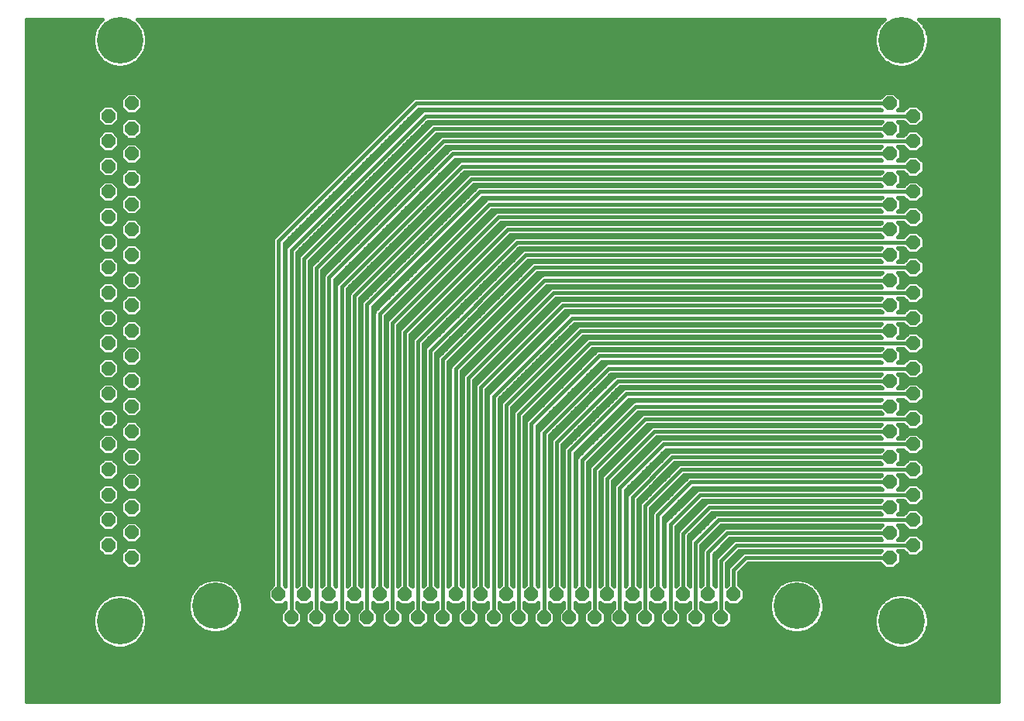
<source format=gbl>
G75*
%MOIN*%
%OFA0B0*%
%FSLAX25Y25*%
%IPPOS*%
%LPD*%
%AMOC8*
5,1,8,0,0,1.08239X$1,22.5*
%
%ADD10OC8,0.06000*%
%ADD11C,0.20000*%
%ADD12C,0.01600*%
D10*
X0075300Y0091004D03*
X0065300Y0096404D03*
X0075300Y0101904D03*
X0065300Y0107304D03*
X0075300Y0112704D03*
X0065300Y0118204D03*
X0075300Y0123604D03*
X0065300Y0129004D03*
X0075300Y0134504D03*
X0065300Y0139904D03*
X0075300Y0145304D03*
X0065300Y0150804D03*
X0075300Y0156204D03*
X0065300Y0161604D03*
X0075300Y0167104D03*
X0065300Y0172504D03*
X0075300Y0177904D03*
X0065300Y0183404D03*
X0075300Y0188804D03*
X0065300Y0194204D03*
X0075300Y0199704D03*
X0065300Y0205104D03*
X0075300Y0210504D03*
X0065300Y0216004D03*
X0075300Y0221404D03*
X0065300Y0226804D03*
X0075300Y0232304D03*
X0065300Y0237704D03*
X0075300Y0243204D03*
X0065300Y0248604D03*
X0075300Y0254004D03*
X0065300Y0259504D03*
X0075300Y0264904D03*
X0065300Y0270304D03*
X0075300Y0275804D03*
X0065300Y0281204D03*
X0075300Y0286604D03*
X0138563Y0075300D03*
X0149363Y0075300D03*
X0160263Y0075300D03*
X0171163Y0075300D03*
X0181963Y0075300D03*
X0192863Y0075300D03*
X0203763Y0075300D03*
X0214663Y0075300D03*
X0225463Y0075300D03*
X0236363Y0075300D03*
X0247263Y0075300D03*
X0258063Y0075300D03*
X0268963Y0075300D03*
X0279863Y0075300D03*
X0290663Y0075300D03*
X0301563Y0075300D03*
X0312463Y0075300D03*
X0323263Y0075300D03*
X0334163Y0075300D03*
X0328763Y0065300D03*
X0317863Y0065300D03*
X0306963Y0065300D03*
X0296163Y0065300D03*
X0285263Y0065300D03*
X0274363Y0065300D03*
X0263563Y0065300D03*
X0252663Y0065300D03*
X0241763Y0065300D03*
X0230963Y0065300D03*
X0220063Y0065300D03*
X0209163Y0065300D03*
X0198363Y0065300D03*
X0187463Y0065300D03*
X0176563Y0065300D03*
X0165663Y0065300D03*
X0154863Y0065300D03*
X0143963Y0065300D03*
X0401363Y0091004D03*
X0401363Y0101804D03*
X0411363Y0096404D03*
X0411363Y0107304D03*
X0411363Y0118104D03*
X0401363Y0112704D03*
X0401363Y0123604D03*
X0401363Y0134404D03*
X0401363Y0145304D03*
X0411363Y0150704D03*
X0411363Y0139904D03*
X0411363Y0129004D03*
X0401363Y0156204D03*
X0401363Y0167104D03*
X0401363Y0177904D03*
X0411363Y0172504D03*
X0411363Y0183404D03*
X0411363Y0194204D03*
X0401363Y0188804D03*
X0401363Y0199704D03*
X0401363Y0210504D03*
X0411363Y0205104D03*
X0411363Y0216004D03*
X0411363Y0226804D03*
X0411363Y0237704D03*
X0401363Y0243104D03*
X0401363Y0232304D03*
X0401363Y0221404D03*
X0411363Y0248604D03*
X0411363Y0259404D03*
X0411363Y0270304D03*
X0401363Y0275704D03*
X0401363Y0264904D03*
X0401363Y0254004D03*
X0411363Y0281204D03*
X0401363Y0286604D03*
X0411363Y0161604D03*
D11*
X0361363Y0070300D03*
X0406363Y0063804D03*
X0111363Y0070300D03*
X0070300Y0063804D03*
X0070300Y0313804D03*
X0406363Y0313804D03*
D12*
X0030073Y0322850D02*
X0030073Y0028931D01*
X0448007Y0028931D01*
X0448007Y0322850D01*
X0413722Y0322850D01*
X0415645Y0320927D01*
X0417172Y0318281D01*
X0417963Y0315331D01*
X0417963Y0312277D01*
X0417172Y0309327D01*
X0415645Y0306681D01*
X0413486Y0304522D01*
X0410840Y0302994D01*
X0407890Y0302204D01*
X0404836Y0302204D01*
X0401886Y0302994D01*
X0399240Y0304522D01*
X0397081Y0306681D01*
X0395554Y0309327D01*
X0394763Y0312277D01*
X0394763Y0315331D01*
X0395554Y0318281D01*
X0397081Y0320927D01*
X0399004Y0322850D01*
X0077659Y0322850D01*
X0079582Y0320927D01*
X0081109Y0318281D01*
X0081900Y0315331D01*
X0081900Y0312277D01*
X0081109Y0309327D01*
X0079582Y0306681D01*
X0077423Y0304522D01*
X0074777Y0302994D01*
X0071827Y0302204D01*
X0068773Y0302204D01*
X0065823Y0302994D01*
X0063177Y0304522D01*
X0061018Y0306681D01*
X0059491Y0309327D01*
X0058700Y0312277D01*
X0058700Y0315331D01*
X0059491Y0318281D01*
X0061018Y0320927D01*
X0062941Y0322850D01*
X0030073Y0322850D01*
X0030073Y0321499D02*
X0061590Y0321499D01*
X0060425Y0319900D02*
X0030073Y0319900D01*
X0030073Y0318302D02*
X0059502Y0318302D01*
X0059068Y0316703D02*
X0030073Y0316703D01*
X0030073Y0315105D02*
X0058700Y0315105D01*
X0058700Y0313506D02*
X0030073Y0313506D01*
X0030073Y0311908D02*
X0058799Y0311908D01*
X0059227Y0310309D02*
X0030073Y0310309D01*
X0030073Y0308711D02*
X0059846Y0308711D01*
X0060769Y0307112D02*
X0030073Y0307112D01*
X0030073Y0305514D02*
X0062185Y0305514D01*
X0064228Y0303915D02*
X0030073Y0303915D01*
X0030073Y0302317D02*
X0068352Y0302317D01*
X0072248Y0302317D02*
X0404415Y0302317D01*
X0408311Y0302317D02*
X0448007Y0302317D01*
X0448007Y0303915D02*
X0412435Y0303915D01*
X0414478Y0305514D02*
X0448007Y0305514D01*
X0448007Y0307112D02*
X0415894Y0307112D01*
X0416817Y0308711D02*
X0448007Y0308711D01*
X0448007Y0310309D02*
X0417436Y0310309D01*
X0417864Y0311908D02*
X0448007Y0311908D01*
X0448007Y0313506D02*
X0417963Y0313506D01*
X0417963Y0315105D02*
X0448007Y0315105D01*
X0448007Y0316703D02*
X0417595Y0316703D01*
X0417161Y0318302D02*
X0448007Y0318302D01*
X0448007Y0319900D02*
X0416238Y0319900D01*
X0415073Y0321499D02*
X0448007Y0321499D01*
X0448007Y0300718D02*
X0030073Y0300718D01*
X0030073Y0299120D02*
X0448007Y0299120D01*
X0448007Y0297521D02*
X0030073Y0297521D01*
X0030073Y0295923D02*
X0448007Y0295923D01*
X0448007Y0294324D02*
X0030073Y0294324D01*
X0030073Y0292726D02*
X0448007Y0292726D01*
X0448007Y0291127D02*
X0403345Y0291127D01*
X0403268Y0291204D02*
X0399458Y0291204D01*
X0397258Y0289004D01*
X0197224Y0289004D01*
X0196342Y0288639D01*
X0195667Y0287963D01*
X0136528Y0228825D01*
X0136163Y0227943D01*
X0136163Y0079405D01*
X0133963Y0077205D01*
X0133963Y0073395D01*
X0136658Y0070700D01*
X0140468Y0070700D01*
X0141563Y0071795D01*
X0141563Y0069405D01*
X0139363Y0067205D01*
X0139363Y0063395D01*
X0142058Y0060700D01*
X0145868Y0060700D01*
X0148563Y0063395D01*
X0148563Y0067205D01*
X0146363Y0069405D01*
X0146363Y0071795D01*
X0147458Y0070700D01*
X0151268Y0070700D01*
X0152463Y0071895D01*
X0152463Y0069405D01*
X0150263Y0067205D01*
X0150263Y0063395D01*
X0152958Y0060700D01*
X0156768Y0060700D01*
X0159463Y0063395D01*
X0159463Y0067205D01*
X0157263Y0069405D01*
X0157263Y0071795D01*
X0158358Y0070700D01*
X0162168Y0070700D01*
X0163263Y0071795D01*
X0163263Y0069405D01*
X0161063Y0067205D01*
X0161063Y0063395D01*
X0163758Y0060700D01*
X0167568Y0060700D01*
X0170263Y0063395D01*
X0170263Y0067205D01*
X0168063Y0069405D01*
X0168063Y0071895D01*
X0169258Y0070700D01*
X0173068Y0070700D01*
X0174163Y0071795D01*
X0174163Y0069405D01*
X0171963Y0067205D01*
X0171963Y0063395D01*
X0174658Y0060700D01*
X0178468Y0060700D01*
X0181163Y0063395D01*
X0181163Y0067205D01*
X0178963Y0069405D01*
X0178963Y0071795D01*
X0180058Y0070700D01*
X0183868Y0070700D01*
X0185063Y0071895D01*
X0185063Y0069405D01*
X0182863Y0067205D01*
X0182863Y0063395D01*
X0185558Y0060700D01*
X0189368Y0060700D01*
X0192063Y0063395D01*
X0192063Y0067205D01*
X0189863Y0069405D01*
X0189863Y0071795D01*
X0190958Y0070700D01*
X0194768Y0070700D01*
X0195963Y0071895D01*
X0195963Y0069405D01*
X0193763Y0067205D01*
X0193763Y0063395D01*
X0196458Y0060700D01*
X0200268Y0060700D01*
X0202963Y0063395D01*
X0202963Y0067205D01*
X0200763Y0069405D01*
X0200763Y0071795D01*
X0201858Y0070700D01*
X0205668Y0070700D01*
X0206763Y0071795D01*
X0206763Y0069405D01*
X0204563Y0067205D01*
X0204563Y0063395D01*
X0207258Y0060700D01*
X0211068Y0060700D01*
X0213763Y0063395D01*
X0213763Y0067205D01*
X0211563Y0069405D01*
X0211563Y0071895D01*
X0212758Y0070700D01*
X0216568Y0070700D01*
X0217663Y0071795D01*
X0217663Y0069405D01*
X0215463Y0067205D01*
X0215463Y0063395D01*
X0218158Y0060700D01*
X0221968Y0060700D01*
X0224663Y0063395D01*
X0224663Y0067205D01*
X0222463Y0069405D01*
X0222463Y0071795D01*
X0223558Y0070700D01*
X0227368Y0070700D01*
X0228563Y0071895D01*
X0228563Y0069405D01*
X0226363Y0067205D01*
X0226363Y0063395D01*
X0229058Y0060700D01*
X0232868Y0060700D01*
X0235563Y0063395D01*
X0235563Y0067205D01*
X0233363Y0069405D01*
X0233363Y0071795D01*
X0234458Y0070700D01*
X0238268Y0070700D01*
X0239363Y0071795D01*
X0239363Y0069405D01*
X0237163Y0067205D01*
X0237163Y0063395D01*
X0239858Y0060700D01*
X0243668Y0060700D01*
X0246363Y0063395D01*
X0246363Y0067205D01*
X0244163Y0069405D01*
X0244163Y0071895D01*
X0245358Y0070700D01*
X0249168Y0070700D01*
X0250263Y0071795D01*
X0250263Y0069405D01*
X0248063Y0067205D01*
X0248063Y0063395D01*
X0250758Y0060700D01*
X0254568Y0060700D01*
X0257263Y0063395D01*
X0257263Y0067205D01*
X0255063Y0069405D01*
X0255063Y0071795D01*
X0256158Y0070700D01*
X0259968Y0070700D01*
X0261163Y0071895D01*
X0261163Y0069405D01*
X0258963Y0067205D01*
X0258963Y0063395D01*
X0261658Y0060700D01*
X0265468Y0060700D01*
X0268163Y0063395D01*
X0268163Y0067205D01*
X0265963Y0069405D01*
X0265963Y0071795D01*
X0267058Y0070700D01*
X0270868Y0070700D01*
X0271963Y0071795D01*
X0271963Y0069405D01*
X0269763Y0067205D01*
X0269763Y0063395D01*
X0272458Y0060700D01*
X0276268Y0060700D01*
X0278963Y0063395D01*
X0278963Y0067205D01*
X0276763Y0069405D01*
X0276763Y0071895D01*
X0277958Y0070700D01*
X0281768Y0070700D01*
X0282863Y0071795D01*
X0282863Y0069405D01*
X0280663Y0067205D01*
X0280663Y0063395D01*
X0283358Y0060700D01*
X0287168Y0060700D01*
X0289863Y0063395D01*
X0289863Y0067205D01*
X0287663Y0069405D01*
X0287663Y0071795D01*
X0288758Y0070700D01*
X0292568Y0070700D01*
X0293763Y0071895D01*
X0293763Y0069405D01*
X0291563Y0067205D01*
X0291563Y0063395D01*
X0294258Y0060700D01*
X0298068Y0060700D01*
X0300763Y0063395D01*
X0300763Y0067205D01*
X0298563Y0069405D01*
X0298563Y0071795D01*
X0299658Y0070700D01*
X0303468Y0070700D01*
X0304563Y0071795D01*
X0304563Y0069405D01*
X0302363Y0067205D01*
X0302363Y0063395D01*
X0305058Y0060700D01*
X0308868Y0060700D01*
X0311563Y0063395D01*
X0311563Y0067205D01*
X0309363Y0069405D01*
X0309363Y0071895D01*
X0310558Y0070700D01*
X0314368Y0070700D01*
X0315463Y0071795D01*
X0315463Y0069405D01*
X0313263Y0067205D01*
X0313263Y0063395D01*
X0315958Y0060700D01*
X0319768Y0060700D01*
X0322463Y0063395D01*
X0322463Y0067205D01*
X0320263Y0069405D01*
X0320263Y0071795D01*
X0321358Y0070700D01*
X0325168Y0070700D01*
X0326363Y0071895D01*
X0326363Y0069405D01*
X0324163Y0067205D01*
X0324163Y0063395D01*
X0326858Y0060700D01*
X0330668Y0060700D01*
X0333363Y0063395D01*
X0333363Y0067205D01*
X0331163Y0069405D01*
X0331163Y0071795D01*
X0332258Y0070700D01*
X0336068Y0070700D01*
X0338763Y0073395D01*
X0338763Y0077205D01*
X0336563Y0079405D01*
X0336563Y0084739D01*
X0340428Y0088604D01*
X0397258Y0088604D01*
X0399458Y0086404D01*
X0403268Y0086404D01*
X0405963Y0089099D01*
X0405963Y0092909D01*
X0404868Y0094004D01*
X0407258Y0094004D01*
X0409458Y0091804D01*
X0413268Y0091804D01*
X0415963Y0094499D01*
X0415963Y0098309D01*
X0413268Y0101004D01*
X0409458Y0101004D01*
X0407258Y0098804D01*
X0404868Y0098804D01*
X0405963Y0099899D01*
X0405963Y0103709D01*
X0404768Y0104904D01*
X0407258Y0104904D01*
X0409458Y0102704D01*
X0413268Y0102704D01*
X0415963Y0105399D01*
X0415963Y0109209D01*
X0413268Y0111904D01*
X0409458Y0111904D01*
X0407258Y0109704D01*
X0404868Y0109704D01*
X0405963Y0110799D01*
X0405963Y0114609D01*
X0404868Y0115704D01*
X0407258Y0115704D01*
X0409458Y0113504D01*
X0413268Y0113504D01*
X0415963Y0116199D01*
X0415963Y0120009D01*
X0413268Y0122704D01*
X0409458Y0122704D01*
X0407258Y0120504D01*
X0404768Y0120504D01*
X0405963Y0121699D01*
X0405963Y0125509D01*
X0404868Y0126604D01*
X0407258Y0126604D01*
X0409458Y0124404D01*
X0413268Y0124404D01*
X0415963Y0127099D01*
X0415963Y0130909D01*
X0413268Y0133604D01*
X0409458Y0133604D01*
X0407258Y0131404D01*
X0404868Y0131404D01*
X0405963Y0132499D01*
X0405963Y0136309D01*
X0404768Y0137504D01*
X0407258Y0137504D01*
X0409458Y0135304D01*
X0413268Y0135304D01*
X0415963Y0137999D01*
X0415963Y0141809D01*
X0413268Y0144504D01*
X0409458Y0144504D01*
X0407258Y0142304D01*
X0404868Y0142304D01*
X0405963Y0143399D01*
X0405963Y0147209D01*
X0404868Y0148304D01*
X0407258Y0148304D01*
X0409458Y0146104D01*
X0413268Y0146104D01*
X0415963Y0148799D01*
X0415963Y0152609D01*
X0413268Y0155304D01*
X0409458Y0155304D01*
X0407258Y0153104D01*
X0404768Y0153104D01*
X0405963Y0154299D01*
X0405963Y0158109D01*
X0404868Y0159204D01*
X0407258Y0159204D01*
X0409458Y0157004D01*
X0413268Y0157004D01*
X0415963Y0159699D01*
X0415963Y0163509D01*
X0413268Y0166204D01*
X0409458Y0166204D01*
X0407258Y0164004D01*
X0404768Y0164004D01*
X0405963Y0165199D01*
X0405963Y0169009D01*
X0404868Y0170104D01*
X0407258Y0170104D01*
X0409458Y0167904D01*
X0413268Y0167904D01*
X0415963Y0170599D01*
X0415963Y0174409D01*
X0413268Y0177104D01*
X0409458Y0177104D01*
X0407258Y0174904D01*
X0404868Y0174904D01*
X0405963Y0175999D01*
X0405963Y0179809D01*
X0404768Y0181004D01*
X0407258Y0181004D01*
X0409458Y0178804D01*
X0413268Y0178804D01*
X0415963Y0181499D01*
X0415963Y0185309D01*
X0413268Y0188004D01*
X0409458Y0188004D01*
X0407258Y0185804D01*
X0404868Y0185804D01*
X0405963Y0186899D01*
X0405963Y0190709D01*
X0404868Y0191804D01*
X0407258Y0191804D01*
X0409458Y0189604D01*
X0413268Y0189604D01*
X0415963Y0192299D01*
X0415963Y0196109D01*
X0413268Y0198804D01*
X0409458Y0198804D01*
X0407258Y0196604D01*
X0404768Y0196604D01*
X0405963Y0197799D01*
X0405963Y0201609D01*
X0404868Y0202704D01*
X0407258Y0202704D01*
X0409458Y0200504D01*
X0413268Y0200504D01*
X0415963Y0203199D01*
X0415963Y0207009D01*
X0413268Y0209704D01*
X0409458Y0209704D01*
X0407258Y0207504D01*
X0404868Y0207504D01*
X0405963Y0208599D01*
X0405963Y0212409D01*
X0404768Y0213604D01*
X0407258Y0213604D01*
X0409458Y0211404D01*
X0413268Y0211404D01*
X0415963Y0214099D01*
X0415963Y0217909D01*
X0413268Y0220604D01*
X0409458Y0220604D01*
X0407258Y0218404D01*
X0404868Y0218404D01*
X0405963Y0219499D01*
X0405963Y0223309D01*
X0404868Y0224404D01*
X0407258Y0224404D01*
X0409458Y0222204D01*
X0413268Y0222204D01*
X0415963Y0224899D01*
X0415963Y0228709D01*
X0413268Y0231404D01*
X0409458Y0231404D01*
X0407258Y0229204D01*
X0404768Y0229204D01*
X0405963Y0230399D01*
X0405963Y0234209D01*
X0404868Y0235304D01*
X0407258Y0235304D01*
X0409458Y0233104D01*
X0413268Y0233104D01*
X0415963Y0235799D01*
X0415963Y0239609D01*
X0413268Y0242304D01*
X0409458Y0242304D01*
X0407258Y0240104D01*
X0404868Y0240104D01*
X0405963Y0241199D01*
X0405963Y0245009D01*
X0404768Y0246204D01*
X0407258Y0246204D01*
X0409458Y0244004D01*
X0413268Y0244004D01*
X0415963Y0246699D01*
X0415963Y0250509D01*
X0413268Y0253204D01*
X0409458Y0253204D01*
X0407258Y0251004D01*
X0404868Y0251004D01*
X0405963Y0252099D01*
X0405963Y0255909D01*
X0404768Y0257104D01*
X0407158Y0257104D01*
X0409458Y0254804D01*
X0413268Y0254804D01*
X0415963Y0257499D01*
X0415963Y0261309D01*
X0413268Y0264004D01*
X0409458Y0264004D01*
X0407358Y0261904D01*
X0404868Y0261904D01*
X0405963Y0262999D01*
X0405963Y0266809D01*
X0404868Y0267904D01*
X0407258Y0267904D01*
X0409458Y0265704D01*
X0413268Y0265704D01*
X0415963Y0268399D01*
X0415963Y0272209D01*
X0413268Y0274904D01*
X0409458Y0274904D01*
X0407258Y0272704D01*
X0404868Y0272704D01*
X0405963Y0273799D01*
X0405963Y0277609D01*
X0404768Y0278804D01*
X0407258Y0278804D01*
X0409458Y0276604D01*
X0413268Y0276604D01*
X0415963Y0279299D01*
X0415963Y0283109D01*
X0413268Y0285804D01*
X0409458Y0285804D01*
X0407258Y0283604D01*
X0404868Y0283604D01*
X0405963Y0284699D01*
X0405963Y0288509D01*
X0403268Y0291204D01*
X0404944Y0289529D02*
X0448007Y0289529D01*
X0448007Y0287930D02*
X0405963Y0287930D01*
X0405963Y0286332D02*
X0448007Y0286332D01*
X0448007Y0284733D02*
X0414339Y0284733D01*
X0415938Y0283134D02*
X0448007Y0283134D01*
X0448007Y0281536D02*
X0415963Y0281536D01*
X0415963Y0279937D02*
X0448007Y0279937D01*
X0448007Y0278339D02*
X0415003Y0278339D01*
X0413405Y0276740D02*
X0448007Y0276740D01*
X0448007Y0275142D02*
X0405963Y0275142D01*
X0405963Y0276740D02*
X0409321Y0276740D01*
X0407723Y0278339D02*
X0405233Y0278339D01*
X0401363Y0275704D02*
X0401263Y0275804D01*
X0205576Y0275804D01*
X0149363Y0219591D01*
X0149363Y0075300D01*
X0152463Y0078705D02*
X0151763Y0079405D01*
X0151763Y0218597D01*
X0206570Y0273404D01*
X0397158Y0273404D01*
X0397858Y0272704D01*
X0209035Y0272704D01*
X0208153Y0272339D01*
X0207478Y0271663D01*
X0153504Y0217689D01*
X0153503Y0217689D01*
X0152828Y0217014D01*
X0152463Y0216132D01*
X0152463Y0078705D01*
X0152463Y0080124D02*
X0151763Y0080124D01*
X0151763Y0081722D02*
X0152463Y0081722D01*
X0152463Y0083321D02*
X0151763Y0083321D01*
X0151763Y0084919D02*
X0152463Y0084919D01*
X0152463Y0086518D02*
X0151763Y0086518D01*
X0151763Y0088116D02*
X0152463Y0088116D01*
X0152463Y0089715D02*
X0151763Y0089715D01*
X0151763Y0091313D02*
X0152463Y0091313D01*
X0152463Y0092912D02*
X0151763Y0092912D01*
X0151763Y0094510D02*
X0152463Y0094510D01*
X0152463Y0096109D02*
X0151763Y0096109D01*
X0151763Y0097707D02*
X0152463Y0097707D01*
X0152463Y0099306D02*
X0151763Y0099306D01*
X0151763Y0100904D02*
X0152463Y0100904D01*
X0152463Y0102503D02*
X0151763Y0102503D01*
X0151763Y0104101D02*
X0152463Y0104101D01*
X0152463Y0105700D02*
X0151763Y0105700D01*
X0151763Y0107298D02*
X0152463Y0107298D01*
X0152463Y0108897D02*
X0151763Y0108897D01*
X0151763Y0110495D02*
X0152463Y0110495D01*
X0152463Y0112094D02*
X0151763Y0112094D01*
X0151763Y0113692D02*
X0152463Y0113692D01*
X0152463Y0115291D02*
X0151763Y0115291D01*
X0151763Y0116889D02*
X0152463Y0116889D01*
X0152463Y0118488D02*
X0151763Y0118488D01*
X0151763Y0120086D02*
X0152463Y0120086D01*
X0152463Y0121685D02*
X0151763Y0121685D01*
X0151763Y0123283D02*
X0152463Y0123283D01*
X0152463Y0124882D02*
X0151763Y0124882D01*
X0151763Y0126480D02*
X0152463Y0126480D01*
X0152463Y0128079D02*
X0151763Y0128079D01*
X0151763Y0129677D02*
X0152463Y0129677D01*
X0152463Y0131276D02*
X0151763Y0131276D01*
X0151763Y0132874D02*
X0152463Y0132874D01*
X0152463Y0134473D02*
X0151763Y0134473D01*
X0151763Y0136071D02*
X0152463Y0136071D01*
X0152463Y0137670D02*
X0151763Y0137670D01*
X0151763Y0139268D02*
X0152463Y0139268D01*
X0152463Y0140867D02*
X0151763Y0140867D01*
X0151763Y0142465D02*
X0152463Y0142465D01*
X0152463Y0144064D02*
X0151763Y0144064D01*
X0151763Y0145663D02*
X0152463Y0145663D01*
X0152463Y0147261D02*
X0151763Y0147261D01*
X0151763Y0148860D02*
X0152463Y0148860D01*
X0152463Y0150458D02*
X0151763Y0150458D01*
X0151763Y0152057D02*
X0152463Y0152057D01*
X0152463Y0153655D02*
X0151763Y0153655D01*
X0151763Y0155254D02*
X0152463Y0155254D01*
X0152463Y0156852D02*
X0151763Y0156852D01*
X0151763Y0158451D02*
X0152463Y0158451D01*
X0152463Y0160049D02*
X0151763Y0160049D01*
X0151763Y0161648D02*
X0152463Y0161648D01*
X0152463Y0163246D02*
X0151763Y0163246D01*
X0151763Y0164845D02*
X0152463Y0164845D01*
X0152463Y0166443D02*
X0151763Y0166443D01*
X0151763Y0168042D02*
X0152463Y0168042D01*
X0152463Y0169640D02*
X0151763Y0169640D01*
X0151763Y0171239D02*
X0152463Y0171239D01*
X0152463Y0172837D02*
X0151763Y0172837D01*
X0151763Y0174436D02*
X0152463Y0174436D01*
X0152463Y0176034D02*
X0151763Y0176034D01*
X0151763Y0177633D02*
X0152463Y0177633D01*
X0152463Y0179231D02*
X0151763Y0179231D01*
X0151763Y0180830D02*
X0152463Y0180830D01*
X0152463Y0182428D02*
X0151763Y0182428D01*
X0151763Y0184027D02*
X0152463Y0184027D01*
X0152463Y0185625D02*
X0151763Y0185625D01*
X0151763Y0187224D02*
X0152463Y0187224D01*
X0152463Y0188822D02*
X0151763Y0188822D01*
X0151763Y0190421D02*
X0152463Y0190421D01*
X0152463Y0192019D02*
X0151763Y0192019D01*
X0151763Y0193618D02*
X0152463Y0193618D01*
X0152463Y0195216D02*
X0151763Y0195216D01*
X0151763Y0196815D02*
X0152463Y0196815D01*
X0152463Y0198413D02*
X0151763Y0198413D01*
X0151763Y0200012D02*
X0152463Y0200012D01*
X0152463Y0201610D02*
X0151763Y0201610D01*
X0151763Y0203209D02*
X0152463Y0203209D01*
X0152463Y0204807D02*
X0151763Y0204807D01*
X0151763Y0206406D02*
X0152463Y0206406D01*
X0152463Y0208004D02*
X0151763Y0208004D01*
X0151763Y0209603D02*
X0152463Y0209603D01*
X0152463Y0211201D02*
X0151763Y0211201D01*
X0151763Y0212800D02*
X0152463Y0212800D01*
X0152463Y0214398D02*
X0151763Y0214398D01*
X0151763Y0215997D02*
X0152463Y0215997D01*
X0151763Y0217596D02*
X0153410Y0217596D01*
X0152360Y0219194D02*
X0155009Y0219194D01*
X0153958Y0220793D02*
X0156607Y0220793D01*
X0155557Y0222391D02*
X0158206Y0222391D01*
X0157155Y0223990D02*
X0159804Y0223990D01*
X0158754Y0225588D02*
X0161403Y0225588D01*
X0160352Y0227187D02*
X0163001Y0227187D01*
X0161951Y0228785D02*
X0164600Y0228785D01*
X0163549Y0230384D02*
X0166198Y0230384D01*
X0165148Y0231982D02*
X0167797Y0231982D01*
X0166746Y0233581D02*
X0169395Y0233581D01*
X0168345Y0235179D02*
X0170994Y0235179D01*
X0169943Y0236778D02*
X0172592Y0236778D01*
X0171542Y0238376D02*
X0174191Y0238376D01*
X0173140Y0239975D02*
X0175789Y0239975D01*
X0174739Y0241573D02*
X0177388Y0241573D01*
X0176337Y0243172D02*
X0178986Y0243172D01*
X0177936Y0244770D02*
X0180585Y0244770D01*
X0179534Y0246369D02*
X0182183Y0246369D01*
X0181133Y0247967D02*
X0183782Y0247967D01*
X0182732Y0249566D02*
X0185380Y0249566D01*
X0184330Y0251164D02*
X0186979Y0251164D01*
X0185929Y0252763D02*
X0188577Y0252763D01*
X0187527Y0254361D02*
X0190176Y0254361D01*
X0189126Y0255960D02*
X0191774Y0255960D01*
X0190724Y0257558D02*
X0193373Y0257558D01*
X0192323Y0259157D02*
X0194971Y0259157D01*
X0193921Y0260755D02*
X0196570Y0260755D01*
X0195520Y0262354D02*
X0198168Y0262354D01*
X0197118Y0263952D02*
X0199767Y0263952D01*
X0198717Y0265551D02*
X0201365Y0265551D01*
X0200315Y0267149D02*
X0202964Y0267149D01*
X0201914Y0268748D02*
X0204562Y0268748D01*
X0203512Y0270346D02*
X0206161Y0270346D01*
X0207478Y0271663D02*
X0207478Y0271663D01*
X0207759Y0271945D02*
X0205111Y0271945D01*
X0209513Y0270304D02*
X0411363Y0270304D01*
X0414629Y0273543D02*
X0448007Y0273543D01*
X0448007Y0271945D02*
X0415963Y0271945D01*
X0415963Y0270346D02*
X0448007Y0270346D01*
X0448007Y0268748D02*
X0415963Y0268748D01*
X0414714Y0267149D02*
X0448007Y0267149D01*
X0448007Y0265551D02*
X0405963Y0265551D01*
X0405963Y0263952D02*
X0409406Y0263952D01*
X0407808Y0262354D02*
X0405318Y0262354D01*
X0401363Y0264904D02*
X0213450Y0264904D01*
X0160263Y0211717D01*
X0160263Y0075300D01*
X0163263Y0078805D02*
X0162663Y0079405D01*
X0162663Y0210723D01*
X0214444Y0262504D01*
X0397258Y0262504D01*
X0397858Y0261904D01*
X0216909Y0261904D01*
X0216027Y0261539D01*
X0215352Y0260863D01*
X0163628Y0209140D01*
X0163263Y0208258D01*
X0163263Y0078805D01*
X0163263Y0080124D02*
X0162663Y0080124D01*
X0162663Y0081722D02*
X0163263Y0081722D01*
X0163263Y0083321D02*
X0162663Y0083321D01*
X0162663Y0084919D02*
X0163263Y0084919D01*
X0163263Y0086518D02*
X0162663Y0086518D01*
X0162663Y0088116D02*
X0163263Y0088116D01*
X0163263Y0089715D02*
X0162663Y0089715D01*
X0162663Y0091313D02*
X0163263Y0091313D01*
X0163263Y0092912D02*
X0162663Y0092912D01*
X0162663Y0094510D02*
X0163263Y0094510D01*
X0163263Y0096109D02*
X0162663Y0096109D01*
X0162663Y0097707D02*
X0163263Y0097707D01*
X0163263Y0099306D02*
X0162663Y0099306D01*
X0162663Y0100904D02*
X0163263Y0100904D01*
X0163263Y0102503D02*
X0162663Y0102503D01*
X0162663Y0104101D02*
X0163263Y0104101D01*
X0163263Y0105700D02*
X0162663Y0105700D01*
X0162663Y0107298D02*
X0163263Y0107298D01*
X0163263Y0108897D02*
X0162663Y0108897D01*
X0162663Y0110495D02*
X0163263Y0110495D01*
X0163263Y0112094D02*
X0162663Y0112094D01*
X0162663Y0113692D02*
X0163263Y0113692D01*
X0163263Y0115291D02*
X0162663Y0115291D01*
X0162663Y0116889D02*
X0163263Y0116889D01*
X0163263Y0118488D02*
X0162663Y0118488D01*
X0162663Y0120086D02*
X0163263Y0120086D01*
X0163263Y0121685D02*
X0162663Y0121685D01*
X0162663Y0123283D02*
X0163263Y0123283D01*
X0163263Y0124882D02*
X0162663Y0124882D01*
X0162663Y0126480D02*
X0163263Y0126480D01*
X0163263Y0128079D02*
X0162663Y0128079D01*
X0162663Y0129677D02*
X0163263Y0129677D01*
X0163263Y0131276D02*
X0162663Y0131276D01*
X0162663Y0132874D02*
X0163263Y0132874D01*
X0163263Y0134473D02*
X0162663Y0134473D01*
X0162663Y0136071D02*
X0163263Y0136071D01*
X0163263Y0137670D02*
X0162663Y0137670D01*
X0162663Y0139268D02*
X0163263Y0139268D01*
X0163263Y0140867D02*
X0162663Y0140867D01*
X0162663Y0142465D02*
X0163263Y0142465D01*
X0163263Y0144064D02*
X0162663Y0144064D01*
X0162663Y0145663D02*
X0163263Y0145663D01*
X0163263Y0147261D02*
X0162663Y0147261D01*
X0162663Y0148860D02*
X0163263Y0148860D01*
X0163263Y0150458D02*
X0162663Y0150458D01*
X0162663Y0152057D02*
X0163263Y0152057D01*
X0163263Y0153655D02*
X0162663Y0153655D01*
X0162663Y0155254D02*
X0163263Y0155254D01*
X0163263Y0156852D02*
X0162663Y0156852D01*
X0162663Y0158451D02*
X0163263Y0158451D01*
X0163263Y0160049D02*
X0162663Y0160049D01*
X0162663Y0161648D02*
X0163263Y0161648D01*
X0163263Y0163246D02*
X0162663Y0163246D01*
X0162663Y0164845D02*
X0163263Y0164845D01*
X0163263Y0166443D02*
X0162663Y0166443D01*
X0162663Y0168042D02*
X0163263Y0168042D01*
X0163263Y0169640D02*
X0162663Y0169640D01*
X0162663Y0171239D02*
X0163263Y0171239D01*
X0163263Y0172837D02*
X0162663Y0172837D01*
X0162663Y0174436D02*
X0163263Y0174436D01*
X0163263Y0176034D02*
X0162663Y0176034D01*
X0162663Y0177633D02*
X0163263Y0177633D01*
X0163263Y0179231D02*
X0162663Y0179231D01*
X0162663Y0180830D02*
X0163263Y0180830D01*
X0163263Y0182428D02*
X0162663Y0182428D01*
X0162663Y0184027D02*
X0163263Y0184027D01*
X0163263Y0185625D02*
X0162663Y0185625D01*
X0162663Y0187224D02*
X0163263Y0187224D01*
X0163263Y0188822D02*
X0162663Y0188822D01*
X0162663Y0190421D02*
X0163263Y0190421D01*
X0163263Y0192019D02*
X0162663Y0192019D01*
X0162663Y0193618D02*
X0163263Y0193618D01*
X0163263Y0195216D02*
X0162663Y0195216D01*
X0162663Y0196815D02*
X0163263Y0196815D01*
X0163263Y0198413D02*
X0162663Y0198413D01*
X0162663Y0200012D02*
X0163263Y0200012D01*
X0163263Y0201610D02*
X0162663Y0201610D01*
X0162663Y0203209D02*
X0163263Y0203209D01*
X0163263Y0204807D02*
X0162663Y0204807D01*
X0162663Y0206406D02*
X0163263Y0206406D01*
X0163263Y0208004D02*
X0162663Y0208004D01*
X0162663Y0209603D02*
X0164092Y0209603D01*
X0163141Y0211201D02*
X0165690Y0211201D01*
X0164740Y0212800D02*
X0167289Y0212800D01*
X0166338Y0214398D02*
X0168887Y0214398D01*
X0167937Y0215997D02*
X0170486Y0215997D01*
X0169535Y0217596D02*
X0172084Y0217596D01*
X0171134Y0219194D02*
X0173683Y0219194D01*
X0172732Y0220793D02*
X0175281Y0220793D01*
X0174331Y0222391D02*
X0176880Y0222391D01*
X0175929Y0223990D02*
X0178478Y0223990D01*
X0177528Y0225588D02*
X0180077Y0225588D01*
X0179126Y0227187D02*
X0181675Y0227187D01*
X0180725Y0228785D02*
X0183274Y0228785D01*
X0182323Y0230384D02*
X0184872Y0230384D01*
X0183922Y0231982D02*
X0186471Y0231982D01*
X0185520Y0233581D02*
X0188069Y0233581D01*
X0187119Y0235179D02*
X0189668Y0235179D01*
X0188717Y0236778D02*
X0191266Y0236778D01*
X0190316Y0238376D02*
X0192865Y0238376D01*
X0191914Y0239975D02*
X0194463Y0239975D01*
X0193513Y0241573D02*
X0196062Y0241573D01*
X0195111Y0243172D02*
X0197660Y0243172D01*
X0196710Y0244770D02*
X0199259Y0244770D01*
X0198309Y0246369D02*
X0200857Y0246369D01*
X0199907Y0247967D02*
X0202456Y0247967D01*
X0201506Y0249566D02*
X0204054Y0249566D01*
X0203104Y0251164D02*
X0205653Y0251164D01*
X0204703Y0252763D02*
X0207251Y0252763D01*
X0206301Y0254361D02*
X0208850Y0254361D01*
X0207900Y0255960D02*
X0210448Y0255960D01*
X0209498Y0257558D02*
X0212047Y0257558D01*
X0211097Y0259157D02*
X0213645Y0259157D01*
X0212695Y0260755D02*
X0215244Y0260755D01*
X0214294Y0262354D02*
X0397408Y0262354D01*
X0397258Y0267304D02*
X0397858Y0267904D01*
X0210507Y0267904D01*
X0157263Y0214660D01*
X0157263Y0078805D01*
X0157863Y0079405D01*
X0157863Y0212195D01*
X0158228Y0213077D01*
X0211415Y0266263D01*
X0212090Y0266939D01*
X0212972Y0267304D01*
X0397258Y0267304D01*
X0405623Y0267149D02*
X0408012Y0267149D01*
X0413320Y0263952D02*
X0448007Y0263952D01*
X0448007Y0262354D02*
X0414918Y0262354D01*
X0415963Y0260755D02*
X0448007Y0260755D01*
X0448007Y0259157D02*
X0415963Y0259157D01*
X0415963Y0257558D02*
X0448007Y0257558D01*
X0448007Y0255960D02*
X0414424Y0255960D01*
X0413710Y0252763D02*
X0448007Y0252763D01*
X0448007Y0254361D02*
X0405963Y0254361D01*
X0405963Y0252763D02*
X0409016Y0252763D01*
X0407418Y0251164D02*
X0405029Y0251164D01*
X0401363Y0254004D02*
X0221324Y0254004D01*
X0171163Y0203843D01*
X0171163Y0075300D01*
X0168063Y0078705D02*
X0168063Y0206786D01*
X0218381Y0257104D01*
X0397958Y0257104D01*
X0397258Y0256404D01*
X0220846Y0256404D01*
X0219964Y0256039D01*
X0219289Y0255363D01*
X0169128Y0205203D01*
X0168763Y0204321D01*
X0168763Y0079405D01*
X0168063Y0078705D01*
X0168063Y0080124D02*
X0168763Y0080124D01*
X0168763Y0081722D02*
X0168063Y0081722D01*
X0168063Y0083321D02*
X0168763Y0083321D01*
X0168763Y0084919D02*
X0168063Y0084919D01*
X0168063Y0086518D02*
X0168763Y0086518D01*
X0168763Y0088116D02*
X0168063Y0088116D01*
X0168063Y0089715D02*
X0168763Y0089715D01*
X0168763Y0091313D02*
X0168063Y0091313D01*
X0168063Y0092912D02*
X0168763Y0092912D01*
X0168763Y0094510D02*
X0168063Y0094510D01*
X0168063Y0096109D02*
X0168763Y0096109D01*
X0168763Y0097707D02*
X0168063Y0097707D01*
X0168063Y0099306D02*
X0168763Y0099306D01*
X0168763Y0100904D02*
X0168063Y0100904D01*
X0168063Y0102503D02*
X0168763Y0102503D01*
X0168763Y0104101D02*
X0168063Y0104101D01*
X0168063Y0105700D02*
X0168763Y0105700D01*
X0168763Y0107298D02*
X0168063Y0107298D01*
X0168063Y0108897D02*
X0168763Y0108897D01*
X0168763Y0110495D02*
X0168063Y0110495D01*
X0168063Y0112094D02*
X0168763Y0112094D01*
X0168763Y0113692D02*
X0168063Y0113692D01*
X0168063Y0115291D02*
X0168763Y0115291D01*
X0168763Y0116889D02*
X0168063Y0116889D01*
X0168063Y0118488D02*
X0168763Y0118488D01*
X0168763Y0120086D02*
X0168063Y0120086D01*
X0168063Y0121685D02*
X0168763Y0121685D01*
X0168763Y0123283D02*
X0168063Y0123283D01*
X0168063Y0124882D02*
X0168763Y0124882D01*
X0168763Y0126480D02*
X0168063Y0126480D01*
X0168063Y0128079D02*
X0168763Y0128079D01*
X0168763Y0129677D02*
X0168063Y0129677D01*
X0168063Y0131276D02*
X0168763Y0131276D01*
X0168763Y0132874D02*
X0168063Y0132874D01*
X0168063Y0134473D02*
X0168763Y0134473D01*
X0168763Y0136071D02*
X0168063Y0136071D01*
X0168063Y0137670D02*
X0168763Y0137670D01*
X0168763Y0139268D02*
X0168063Y0139268D01*
X0168063Y0140867D02*
X0168763Y0140867D01*
X0168763Y0142465D02*
X0168063Y0142465D01*
X0168063Y0144064D02*
X0168763Y0144064D01*
X0168763Y0145663D02*
X0168063Y0145663D01*
X0168063Y0147261D02*
X0168763Y0147261D01*
X0168763Y0148860D02*
X0168063Y0148860D01*
X0168063Y0150458D02*
X0168763Y0150458D01*
X0168763Y0152057D02*
X0168063Y0152057D01*
X0168063Y0153655D02*
X0168763Y0153655D01*
X0168763Y0155254D02*
X0168063Y0155254D01*
X0168063Y0156852D02*
X0168763Y0156852D01*
X0168763Y0158451D02*
X0168063Y0158451D01*
X0168063Y0160049D02*
X0168763Y0160049D01*
X0168763Y0161648D02*
X0168063Y0161648D01*
X0168063Y0163246D02*
X0168763Y0163246D01*
X0168763Y0164845D02*
X0168063Y0164845D01*
X0168063Y0166443D02*
X0168763Y0166443D01*
X0168763Y0168042D02*
X0168063Y0168042D01*
X0168063Y0169640D02*
X0168763Y0169640D01*
X0168763Y0171239D02*
X0168063Y0171239D01*
X0168063Y0172837D02*
X0168763Y0172837D01*
X0168763Y0174436D02*
X0168063Y0174436D01*
X0168063Y0176034D02*
X0168763Y0176034D01*
X0168763Y0177633D02*
X0168063Y0177633D01*
X0168063Y0179231D02*
X0168763Y0179231D01*
X0168763Y0180830D02*
X0168063Y0180830D01*
X0168063Y0182428D02*
X0168763Y0182428D01*
X0168763Y0184027D02*
X0168063Y0184027D01*
X0168063Y0185625D02*
X0168763Y0185625D01*
X0168763Y0187224D02*
X0168063Y0187224D01*
X0168063Y0188822D02*
X0168763Y0188822D01*
X0168763Y0190421D02*
X0168063Y0190421D01*
X0168063Y0192019D02*
X0168763Y0192019D01*
X0168763Y0193618D02*
X0168063Y0193618D01*
X0168063Y0195216D02*
X0168763Y0195216D01*
X0168763Y0196815D02*
X0168063Y0196815D01*
X0168063Y0198413D02*
X0168763Y0198413D01*
X0168763Y0200012D02*
X0168063Y0200012D01*
X0168063Y0201610D02*
X0168763Y0201610D01*
X0168763Y0203209D02*
X0168063Y0203209D01*
X0168063Y0204807D02*
X0168965Y0204807D01*
X0168063Y0206406D02*
X0170332Y0206406D01*
X0169281Y0208004D02*
X0171930Y0208004D01*
X0170880Y0209603D02*
X0173529Y0209603D01*
X0172478Y0211201D02*
X0175127Y0211201D01*
X0174077Y0212800D02*
X0176726Y0212800D01*
X0175675Y0214398D02*
X0178324Y0214398D01*
X0177274Y0215997D02*
X0179923Y0215997D01*
X0178872Y0217596D02*
X0181521Y0217596D01*
X0180471Y0219194D02*
X0183120Y0219194D01*
X0182069Y0220793D02*
X0184718Y0220793D01*
X0183668Y0222391D02*
X0186317Y0222391D01*
X0185266Y0223990D02*
X0187915Y0223990D01*
X0186865Y0225588D02*
X0189514Y0225588D01*
X0188463Y0227187D02*
X0191112Y0227187D01*
X0190062Y0228785D02*
X0192711Y0228785D01*
X0191660Y0230384D02*
X0194309Y0230384D01*
X0193259Y0231982D02*
X0195908Y0231982D01*
X0194857Y0233581D02*
X0197506Y0233581D01*
X0196456Y0235179D02*
X0199105Y0235179D01*
X0198054Y0236778D02*
X0200703Y0236778D01*
X0199653Y0238376D02*
X0202302Y0238376D01*
X0201251Y0239975D02*
X0203900Y0239975D01*
X0202850Y0241573D02*
X0205499Y0241573D01*
X0204448Y0243172D02*
X0207097Y0243172D01*
X0206047Y0244770D02*
X0208696Y0244770D01*
X0207646Y0246369D02*
X0210294Y0246369D01*
X0209244Y0247967D02*
X0211893Y0247967D01*
X0210843Y0249566D02*
X0213491Y0249566D01*
X0212441Y0251164D02*
X0215090Y0251164D01*
X0214040Y0252763D02*
X0216688Y0252763D01*
X0215638Y0254361D02*
X0218287Y0254361D01*
X0217237Y0255960D02*
X0219885Y0255960D01*
X0217387Y0259504D02*
X0411263Y0259504D01*
X0411363Y0259404D01*
X0408302Y0255960D02*
X0405912Y0255960D01*
X0397858Y0251004D02*
X0224783Y0251004D01*
X0223901Y0250639D01*
X0223226Y0249963D01*
X0174528Y0201266D01*
X0174163Y0200384D01*
X0174163Y0078805D01*
X0173563Y0079405D01*
X0173563Y0202849D01*
X0222318Y0251604D01*
X0397258Y0251604D01*
X0397858Y0251004D01*
X0397697Y0251164D02*
X0221878Y0251164D01*
X0222828Y0249566D02*
X0220280Y0249566D01*
X0221230Y0247967D02*
X0218681Y0247967D01*
X0219631Y0246369D02*
X0217083Y0246369D01*
X0218033Y0244770D02*
X0215484Y0244770D01*
X0216434Y0243172D02*
X0213885Y0243172D01*
X0214836Y0241573D02*
X0212287Y0241573D01*
X0213237Y0239975D02*
X0210688Y0239975D01*
X0211639Y0238376D02*
X0209090Y0238376D01*
X0210040Y0236778D02*
X0207491Y0236778D01*
X0208442Y0235179D02*
X0205893Y0235179D01*
X0206843Y0233581D02*
X0204294Y0233581D01*
X0205245Y0231982D02*
X0202696Y0231982D01*
X0203646Y0230384D02*
X0201097Y0230384D01*
X0202048Y0228785D02*
X0199499Y0228785D01*
X0200449Y0227187D02*
X0197900Y0227187D01*
X0198851Y0225588D02*
X0196302Y0225588D01*
X0197252Y0223990D02*
X0194703Y0223990D01*
X0195654Y0222391D02*
X0193105Y0222391D01*
X0194055Y0220793D02*
X0191506Y0220793D01*
X0192457Y0219194D02*
X0189908Y0219194D01*
X0190858Y0217596D02*
X0188309Y0217596D01*
X0189260Y0215997D02*
X0186711Y0215997D01*
X0187661Y0214398D02*
X0185112Y0214398D01*
X0186063Y0212800D02*
X0183514Y0212800D01*
X0184464Y0211201D02*
X0181915Y0211201D01*
X0182866Y0209603D02*
X0180317Y0209603D01*
X0181267Y0208004D02*
X0178718Y0208004D01*
X0179669Y0206406D02*
X0177120Y0206406D01*
X0178070Y0204807D02*
X0175521Y0204807D01*
X0176472Y0203209D02*
X0173923Y0203209D01*
X0173563Y0201610D02*
X0174873Y0201610D01*
X0174163Y0200012D02*
X0173563Y0200012D01*
X0173563Y0198413D02*
X0174163Y0198413D01*
X0174163Y0196815D02*
X0173563Y0196815D01*
X0173563Y0195216D02*
X0174163Y0195216D01*
X0174163Y0193618D02*
X0173563Y0193618D01*
X0173563Y0192019D02*
X0174163Y0192019D01*
X0174163Y0190421D02*
X0173563Y0190421D01*
X0173563Y0188822D02*
X0174163Y0188822D01*
X0174163Y0187224D02*
X0173563Y0187224D01*
X0173563Y0185625D02*
X0174163Y0185625D01*
X0174163Y0184027D02*
X0173563Y0184027D01*
X0173563Y0182428D02*
X0174163Y0182428D01*
X0174163Y0180830D02*
X0173563Y0180830D01*
X0173563Y0179231D02*
X0174163Y0179231D01*
X0174163Y0177633D02*
X0173563Y0177633D01*
X0173563Y0176034D02*
X0174163Y0176034D01*
X0174163Y0174436D02*
X0173563Y0174436D01*
X0173563Y0172837D02*
X0174163Y0172837D01*
X0174163Y0171239D02*
X0173563Y0171239D01*
X0173563Y0169640D02*
X0174163Y0169640D01*
X0174163Y0168042D02*
X0173563Y0168042D01*
X0173563Y0166443D02*
X0174163Y0166443D01*
X0174163Y0164845D02*
X0173563Y0164845D01*
X0173563Y0163246D02*
X0174163Y0163246D01*
X0174163Y0161648D02*
X0173563Y0161648D01*
X0173563Y0160049D02*
X0174163Y0160049D01*
X0174163Y0158451D02*
X0173563Y0158451D01*
X0173563Y0156852D02*
X0174163Y0156852D01*
X0174163Y0155254D02*
X0173563Y0155254D01*
X0173563Y0153655D02*
X0174163Y0153655D01*
X0174163Y0152057D02*
X0173563Y0152057D01*
X0173563Y0150458D02*
X0174163Y0150458D01*
X0174163Y0148860D02*
X0173563Y0148860D01*
X0173563Y0147261D02*
X0174163Y0147261D01*
X0174163Y0145663D02*
X0173563Y0145663D01*
X0173563Y0144064D02*
X0174163Y0144064D01*
X0174163Y0142465D02*
X0173563Y0142465D01*
X0173563Y0140867D02*
X0174163Y0140867D01*
X0174163Y0139268D02*
X0173563Y0139268D01*
X0173563Y0137670D02*
X0174163Y0137670D01*
X0174163Y0136071D02*
X0173563Y0136071D01*
X0173563Y0134473D02*
X0174163Y0134473D01*
X0174163Y0132874D02*
X0173563Y0132874D01*
X0173563Y0131276D02*
X0174163Y0131276D01*
X0174163Y0129677D02*
X0173563Y0129677D01*
X0173563Y0128079D02*
X0174163Y0128079D01*
X0174163Y0126480D02*
X0173563Y0126480D01*
X0173563Y0124882D02*
X0174163Y0124882D01*
X0174163Y0123283D02*
X0173563Y0123283D01*
X0173563Y0121685D02*
X0174163Y0121685D01*
X0174163Y0120086D02*
X0173563Y0120086D01*
X0173563Y0118488D02*
X0174163Y0118488D01*
X0174163Y0116889D02*
X0173563Y0116889D01*
X0173563Y0115291D02*
X0174163Y0115291D01*
X0174163Y0113692D02*
X0173563Y0113692D01*
X0173563Y0112094D02*
X0174163Y0112094D01*
X0174163Y0110495D02*
X0173563Y0110495D01*
X0173563Y0108897D02*
X0174163Y0108897D01*
X0174163Y0107298D02*
X0173563Y0107298D01*
X0173563Y0105700D02*
X0174163Y0105700D01*
X0174163Y0104101D02*
X0173563Y0104101D01*
X0173563Y0102503D02*
X0174163Y0102503D01*
X0174163Y0100904D02*
X0173563Y0100904D01*
X0173563Y0099306D02*
X0174163Y0099306D01*
X0174163Y0097707D02*
X0173563Y0097707D01*
X0173563Y0096109D02*
X0174163Y0096109D01*
X0174163Y0094510D02*
X0173563Y0094510D01*
X0173563Y0092912D02*
X0174163Y0092912D01*
X0174163Y0091313D02*
X0173563Y0091313D01*
X0173563Y0089715D02*
X0174163Y0089715D01*
X0174163Y0088116D02*
X0173563Y0088116D01*
X0173563Y0086518D02*
X0174163Y0086518D01*
X0174163Y0084919D02*
X0173563Y0084919D01*
X0173563Y0083321D02*
X0174163Y0083321D01*
X0174163Y0081722D02*
X0173563Y0081722D01*
X0173563Y0080124D02*
X0174163Y0080124D01*
X0178963Y0080124D02*
X0179563Y0080124D01*
X0179563Y0079405D02*
X0178963Y0078805D01*
X0178963Y0198912D01*
X0226255Y0246204D01*
X0397958Y0246204D01*
X0397358Y0245604D01*
X0228720Y0245604D01*
X0227838Y0245239D01*
X0227163Y0244563D01*
X0179928Y0197329D01*
X0179563Y0196447D01*
X0179563Y0079405D01*
X0179563Y0081722D02*
X0178963Y0081722D01*
X0178963Y0083321D02*
X0179563Y0083321D01*
X0179563Y0084919D02*
X0178963Y0084919D01*
X0178963Y0086518D02*
X0179563Y0086518D01*
X0179563Y0088116D02*
X0178963Y0088116D01*
X0178963Y0089715D02*
X0179563Y0089715D01*
X0179563Y0091313D02*
X0178963Y0091313D01*
X0178963Y0092912D02*
X0179563Y0092912D01*
X0179563Y0094510D02*
X0178963Y0094510D01*
X0178963Y0096109D02*
X0179563Y0096109D01*
X0179563Y0097707D02*
X0178963Y0097707D01*
X0178963Y0099306D02*
X0179563Y0099306D01*
X0179563Y0100904D02*
X0178963Y0100904D01*
X0178963Y0102503D02*
X0179563Y0102503D01*
X0179563Y0104101D02*
X0178963Y0104101D01*
X0178963Y0105700D02*
X0179563Y0105700D01*
X0179563Y0107298D02*
X0178963Y0107298D01*
X0178963Y0108897D02*
X0179563Y0108897D01*
X0179563Y0110495D02*
X0178963Y0110495D01*
X0178963Y0112094D02*
X0179563Y0112094D01*
X0179563Y0113692D02*
X0178963Y0113692D01*
X0178963Y0115291D02*
X0179563Y0115291D01*
X0179563Y0116889D02*
X0178963Y0116889D01*
X0178963Y0118488D02*
X0179563Y0118488D01*
X0179563Y0120086D02*
X0178963Y0120086D01*
X0178963Y0121685D02*
X0179563Y0121685D01*
X0179563Y0123283D02*
X0178963Y0123283D01*
X0178963Y0124882D02*
X0179563Y0124882D01*
X0179563Y0126480D02*
X0178963Y0126480D01*
X0178963Y0128079D02*
X0179563Y0128079D01*
X0179563Y0129677D02*
X0178963Y0129677D01*
X0178963Y0131276D02*
X0179563Y0131276D01*
X0179563Y0132874D02*
X0178963Y0132874D01*
X0178963Y0134473D02*
X0179563Y0134473D01*
X0179563Y0136071D02*
X0178963Y0136071D01*
X0178963Y0137670D02*
X0179563Y0137670D01*
X0179563Y0139268D02*
X0178963Y0139268D01*
X0178963Y0140867D02*
X0179563Y0140867D01*
X0179563Y0142465D02*
X0178963Y0142465D01*
X0178963Y0144064D02*
X0179563Y0144064D01*
X0179563Y0145663D02*
X0178963Y0145663D01*
X0178963Y0147261D02*
X0179563Y0147261D01*
X0179563Y0148860D02*
X0178963Y0148860D01*
X0178963Y0150458D02*
X0179563Y0150458D01*
X0179563Y0152057D02*
X0178963Y0152057D01*
X0178963Y0153655D02*
X0179563Y0153655D01*
X0179563Y0155254D02*
X0178963Y0155254D01*
X0178963Y0156852D02*
X0179563Y0156852D01*
X0179563Y0158451D02*
X0178963Y0158451D01*
X0178963Y0160049D02*
X0179563Y0160049D01*
X0179563Y0161648D02*
X0178963Y0161648D01*
X0178963Y0163246D02*
X0179563Y0163246D01*
X0179563Y0164845D02*
X0178963Y0164845D01*
X0178963Y0166443D02*
X0179563Y0166443D01*
X0179563Y0168042D02*
X0178963Y0168042D01*
X0178963Y0169640D02*
X0179563Y0169640D01*
X0179563Y0171239D02*
X0178963Y0171239D01*
X0178963Y0172837D02*
X0179563Y0172837D01*
X0179563Y0174436D02*
X0178963Y0174436D01*
X0178963Y0176034D02*
X0179563Y0176034D01*
X0179563Y0177633D02*
X0178963Y0177633D01*
X0178963Y0179231D02*
X0179563Y0179231D01*
X0179563Y0180830D02*
X0178963Y0180830D01*
X0178963Y0182428D02*
X0179563Y0182428D01*
X0179563Y0184027D02*
X0178963Y0184027D01*
X0178963Y0185625D02*
X0179563Y0185625D01*
X0179563Y0187224D02*
X0178963Y0187224D01*
X0178963Y0188822D02*
X0179563Y0188822D01*
X0179563Y0190421D02*
X0178963Y0190421D01*
X0178963Y0192019D02*
X0179563Y0192019D01*
X0179563Y0193618D02*
X0178963Y0193618D01*
X0178963Y0195216D02*
X0179563Y0195216D01*
X0179716Y0196815D02*
X0178963Y0196815D01*
X0178963Y0198413D02*
X0181013Y0198413D01*
X0180063Y0200012D02*
X0182611Y0200012D01*
X0181661Y0201610D02*
X0184210Y0201610D01*
X0183260Y0203209D02*
X0185809Y0203209D01*
X0184858Y0204807D02*
X0187407Y0204807D01*
X0186457Y0206406D02*
X0189006Y0206406D01*
X0188055Y0208004D02*
X0190604Y0208004D01*
X0189654Y0209603D02*
X0192203Y0209603D01*
X0191252Y0211201D02*
X0193801Y0211201D01*
X0192851Y0212800D02*
X0195400Y0212800D01*
X0194449Y0214398D02*
X0196998Y0214398D01*
X0196048Y0215997D02*
X0198597Y0215997D01*
X0197646Y0217596D02*
X0200195Y0217596D01*
X0199245Y0219194D02*
X0201794Y0219194D01*
X0200843Y0220793D02*
X0203392Y0220793D01*
X0202442Y0222391D02*
X0204991Y0222391D01*
X0204040Y0223990D02*
X0206589Y0223990D01*
X0205639Y0225588D02*
X0208188Y0225588D01*
X0207237Y0227187D02*
X0209786Y0227187D01*
X0208836Y0228785D02*
X0211385Y0228785D01*
X0210434Y0230384D02*
X0212983Y0230384D01*
X0212033Y0231982D02*
X0214582Y0231982D01*
X0213631Y0233581D02*
X0216180Y0233581D01*
X0215230Y0235179D02*
X0217779Y0235179D01*
X0216828Y0236778D02*
X0219377Y0236778D01*
X0218427Y0238376D02*
X0220976Y0238376D01*
X0220025Y0239975D02*
X0222574Y0239975D01*
X0221624Y0241573D02*
X0224173Y0241573D01*
X0223223Y0243172D02*
X0225771Y0243172D01*
X0224821Y0244770D02*
X0227370Y0244770D01*
X0229198Y0243204D02*
X0401263Y0243204D01*
X0401363Y0243104D01*
X0405963Y0243172D02*
X0448007Y0243172D01*
X0448007Y0244770D02*
X0414035Y0244770D01*
X0415633Y0246369D02*
X0448007Y0246369D01*
X0448007Y0247967D02*
X0415963Y0247967D01*
X0415963Y0249566D02*
X0448007Y0249566D01*
X0448007Y0251164D02*
X0415308Y0251164D01*
X0411363Y0248604D02*
X0225261Y0248604D01*
X0176563Y0199906D01*
X0176563Y0065300D01*
X0181163Y0065737D02*
X0182863Y0065737D01*
X0182863Y0064138D02*
X0181163Y0064138D01*
X0180308Y0062540D02*
X0183718Y0062540D01*
X0185316Y0060941D02*
X0178710Y0060941D01*
X0174416Y0060941D02*
X0167810Y0060941D01*
X0169408Y0062540D02*
X0172818Y0062540D01*
X0171963Y0064138D02*
X0170263Y0064138D01*
X0170263Y0065737D02*
X0171963Y0065737D01*
X0172093Y0067335D02*
X0170133Y0067335D01*
X0168534Y0068934D02*
X0173692Y0068934D01*
X0174163Y0070532D02*
X0168063Y0070532D01*
X0163263Y0070532D02*
X0157263Y0070532D01*
X0157734Y0068934D02*
X0162792Y0068934D01*
X0161193Y0067335D02*
X0159333Y0067335D01*
X0159463Y0065737D02*
X0161063Y0065737D01*
X0161063Y0064138D02*
X0159463Y0064138D01*
X0158608Y0062540D02*
X0161918Y0062540D01*
X0163516Y0060941D02*
X0157010Y0060941D01*
X0152716Y0060941D02*
X0146110Y0060941D01*
X0147708Y0062540D02*
X0151118Y0062540D01*
X0150263Y0064138D02*
X0148563Y0064138D01*
X0148563Y0065737D02*
X0150263Y0065737D01*
X0150393Y0067335D02*
X0148433Y0067335D01*
X0146834Y0068934D02*
X0151992Y0068934D01*
X0152463Y0070532D02*
X0146363Y0070532D01*
X0141563Y0070532D02*
X0122963Y0070532D01*
X0122963Y0071827D02*
X0122172Y0074777D01*
X0120645Y0077423D01*
X0118486Y0079582D01*
X0115840Y0081109D01*
X0112890Y0081900D01*
X0109836Y0081900D01*
X0106886Y0081109D01*
X0104240Y0079582D01*
X0102081Y0077423D01*
X0100554Y0074777D01*
X0099763Y0071827D01*
X0099763Y0068773D01*
X0100554Y0065823D01*
X0102081Y0063177D01*
X0104240Y0061018D01*
X0106886Y0059491D01*
X0109836Y0058700D01*
X0112890Y0058700D01*
X0115840Y0059491D01*
X0118486Y0061018D01*
X0120645Y0063177D01*
X0122172Y0065823D01*
X0122963Y0068773D01*
X0122963Y0071827D01*
X0122882Y0072131D02*
X0135227Y0072131D01*
X0133963Y0073730D02*
X0122453Y0073730D01*
X0121855Y0075328D02*
X0133963Y0075328D01*
X0133963Y0076927D02*
X0120932Y0076927D01*
X0119543Y0078525D02*
X0135283Y0078525D01*
X0136163Y0080124D02*
X0117548Y0080124D01*
X0113554Y0081722D02*
X0136163Y0081722D01*
X0136163Y0083321D02*
X0030073Y0083321D01*
X0030073Y0084919D02*
X0136163Y0084919D01*
X0136163Y0086518D02*
X0077319Y0086518D01*
X0077205Y0086404D02*
X0079900Y0089099D01*
X0079900Y0092909D01*
X0077205Y0095604D01*
X0073395Y0095604D01*
X0070700Y0092909D01*
X0070700Y0089099D01*
X0073395Y0086404D01*
X0077205Y0086404D01*
X0078918Y0088116D02*
X0136163Y0088116D01*
X0136163Y0089715D02*
X0079900Y0089715D01*
X0079900Y0091313D02*
X0136163Y0091313D01*
X0136163Y0092912D02*
X0079898Y0092912D01*
X0078299Y0094510D02*
X0136163Y0094510D01*
X0136163Y0096109D02*
X0069900Y0096109D01*
X0069900Y0097707D02*
X0072991Y0097707D01*
X0073395Y0097304D02*
X0077205Y0097304D01*
X0079900Y0099999D01*
X0079900Y0103809D01*
X0077205Y0106504D01*
X0073395Y0106504D01*
X0070700Y0103809D01*
X0070700Y0099999D01*
X0073395Y0097304D01*
X0071393Y0099306D02*
X0068904Y0099306D01*
X0069900Y0098309D02*
X0067205Y0101004D01*
X0063395Y0101004D01*
X0060700Y0098309D01*
X0060700Y0094499D01*
X0063395Y0091804D01*
X0067205Y0091804D01*
X0069900Y0094499D01*
X0069900Y0098309D01*
X0070700Y0100904D02*
X0067305Y0100904D01*
X0067205Y0102704D02*
X0063395Y0102704D01*
X0060700Y0105399D01*
X0060700Y0109209D01*
X0063395Y0111904D01*
X0067205Y0111904D01*
X0069900Y0109209D01*
X0069900Y0105399D01*
X0067205Y0102704D01*
X0068603Y0104101D02*
X0070992Y0104101D01*
X0070700Y0102503D02*
X0030073Y0102503D01*
X0030073Y0104101D02*
X0061997Y0104101D01*
X0060700Y0105700D02*
X0030073Y0105700D01*
X0030073Y0107298D02*
X0060700Y0107298D01*
X0060700Y0108897D02*
X0030073Y0108897D01*
X0030073Y0110495D02*
X0061986Y0110495D01*
X0063395Y0113604D02*
X0067205Y0113604D01*
X0069900Y0116299D01*
X0069900Y0120109D01*
X0067205Y0122804D01*
X0063395Y0122804D01*
X0060700Y0120109D01*
X0060700Y0116299D01*
X0063395Y0113604D01*
X0063306Y0113692D02*
X0030073Y0113692D01*
X0030073Y0112094D02*
X0070700Y0112094D01*
X0070700Y0110799D02*
X0073395Y0108104D01*
X0077205Y0108104D01*
X0079900Y0110799D01*
X0079900Y0114609D01*
X0077205Y0117304D01*
X0073395Y0117304D01*
X0070700Y0114609D01*
X0070700Y0110799D01*
X0071003Y0110495D02*
X0068614Y0110495D01*
X0069900Y0108897D02*
X0072602Y0108897D01*
X0069900Y0107298D02*
X0136163Y0107298D01*
X0136163Y0105700D02*
X0078010Y0105700D01*
X0079608Y0104101D02*
X0136163Y0104101D01*
X0136163Y0102503D02*
X0079900Y0102503D01*
X0079900Y0100904D02*
X0136163Y0100904D01*
X0136163Y0099306D02*
X0079207Y0099306D01*
X0077609Y0097707D02*
X0136163Y0097707D01*
X0140963Y0097707D02*
X0141563Y0097707D01*
X0141563Y0096109D02*
X0140963Y0096109D01*
X0140963Y0094510D02*
X0141563Y0094510D01*
X0141563Y0092912D02*
X0140963Y0092912D01*
X0140963Y0091313D02*
X0141563Y0091313D01*
X0141563Y0089715D02*
X0140963Y0089715D01*
X0140963Y0088116D02*
X0141563Y0088116D01*
X0141563Y0086518D02*
X0140963Y0086518D01*
X0140963Y0084919D02*
X0141563Y0084919D01*
X0141563Y0083321D02*
X0140963Y0083321D01*
X0140963Y0081722D02*
X0141563Y0081722D01*
X0141563Y0080124D02*
X0140963Y0080124D01*
X0140963Y0079405D02*
X0140963Y0226471D01*
X0198696Y0284204D01*
X0397258Y0284204D01*
X0397858Y0283604D01*
X0201161Y0283604D01*
X0200279Y0283239D01*
X0199604Y0282563D01*
X0141928Y0224888D01*
X0141563Y0224006D01*
X0141563Y0078805D01*
X0140963Y0079405D01*
X0146363Y0078805D02*
X0146363Y0222534D01*
X0202633Y0278804D01*
X0397958Y0278804D01*
X0397358Y0278204D01*
X0205098Y0278204D01*
X0204216Y0277839D01*
X0203541Y0277163D01*
X0147328Y0220951D01*
X0146963Y0220069D01*
X0146963Y0079405D01*
X0146363Y0078805D01*
X0146363Y0080124D02*
X0146963Y0080124D01*
X0146963Y0081722D02*
X0146363Y0081722D01*
X0146363Y0083321D02*
X0146963Y0083321D01*
X0146963Y0084919D02*
X0146363Y0084919D01*
X0146363Y0086518D02*
X0146963Y0086518D01*
X0146963Y0088116D02*
X0146363Y0088116D01*
X0146363Y0089715D02*
X0146963Y0089715D01*
X0146963Y0091313D02*
X0146363Y0091313D01*
X0146363Y0092912D02*
X0146963Y0092912D01*
X0146963Y0094510D02*
X0146363Y0094510D01*
X0146363Y0096109D02*
X0146963Y0096109D01*
X0146963Y0097707D02*
X0146363Y0097707D01*
X0146363Y0099306D02*
X0146963Y0099306D01*
X0146963Y0100904D02*
X0146363Y0100904D01*
X0146363Y0102503D02*
X0146963Y0102503D01*
X0146963Y0104101D02*
X0146363Y0104101D01*
X0146363Y0105700D02*
X0146963Y0105700D01*
X0146963Y0107298D02*
X0146363Y0107298D01*
X0146363Y0108897D02*
X0146963Y0108897D01*
X0146963Y0110495D02*
X0146363Y0110495D01*
X0146363Y0112094D02*
X0146963Y0112094D01*
X0146963Y0113692D02*
X0146363Y0113692D01*
X0146363Y0115291D02*
X0146963Y0115291D01*
X0146963Y0116889D02*
X0146363Y0116889D01*
X0146363Y0118488D02*
X0146963Y0118488D01*
X0146963Y0120086D02*
X0146363Y0120086D01*
X0146363Y0121685D02*
X0146963Y0121685D01*
X0146963Y0123283D02*
X0146363Y0123283D01*
X0146363Y0124882D02*
X0146963Y0124882D01*
X0146963Y0126480D02*
X0146363Y0126480D01*
X0146363Y0128079D02*
X0146963Y0128079D01*
X0146963Y0129677D02*
X0146363Y0129677D01*
X0146363Y0131276D02*
X0146963Y0131276D01*
X0146963Y0132874D02*
X0146363Y0132874D01*
X0146363Y0134473D02*
X0146963Y0134473D01*
X0146963Y0136071D02*
X0146363Y0136071D01*
X0146363Y0137670D02*
X0146963Y0137670D01*
X0146963Y0139268D02*
X0146363Y0139268D01*
X0146363Y0140867D02*
X0146963Y0140867D01*
X0146963Y0142465D02*
X0146363Y0142465D01*
X0146363Y0144064D02*
X0146963Y0144064D01*
X0146963Y0145663D02*
X0146363Y0145663D01*
X0146363Y0147261D02*
X0146963Y0147261D01*
X0146963Y0148860D02*
X0146363Y0148860D01*
X0146363Y0150458D02*
X0146963Y0150458D01*
X0146963Y0152057D02*
X0146363Y0152057D01*
X0146363Y0153655D02*
X0146963Y0153655D01*
X0146963Y0155254D02*
X0146363Y0155254D01*
X0146363Y0156852D02*
X0146963Y0156852D01*
X0146963Y0158451D02*
X0146363Y0158451D01*
X0146363Y0160049D02*
X0146963Y0160049D01*
X0146963Y0161648D02*
X0146363Y0161648D01*
X0146363Y0163246D02*
X0146963Y0163246D01*
X0146963Y0164845D02*
X0146363Y0164845D01*
X0146363Y0166443D02*
X0146963Y0166443D01*
X0146963Y0168042D02*
X0146363Y0168042D01*
X0146363Y0169640D02*
X0146963Y0169640D01*
X0146963Y0171239D02*
X0146363Y0171239D01*
X0146363Y0172837D02*
X0146963Y0172837D01*
X0146963Y0174436D02*
X0146363Y0174436D01*
X0146363Y0176034D02*
X0146963Y0176034D01*
X0146963Y0177633D02*
X0146363Y0177633D01*
X0146363Y0179231D02*
X0146963Y0179231D01*
X0146963Y0180830D02*
X0146363Y0180830D01*
X0146363Y0182428D02*
X0146963Y0182428D01*
X0146963Y0184027D02*
X0146363Y0184027D01*
X0146363Y0185625D02*
X0146963Y0185625D01*
X0146963Y0187224D02*
X0146363Y0187224D01*
X0146363Y0188822D02*
X0146963Y0188822D01*
X0146963Y0190421D02*
X0146363Y0190421D01*
X0146363Y0192019D02*
X0146963Y0192019D01*
X0146963Y0193618D02*
X0146363Y0193618D01*
X0146363Y0195216D02*
X0146963Y0195216D01*
X0146963Y0196815D02*
X0146363Y0196815D01*
X0146363Y0198413D02*
X0146963Y0198413D01*
X0146963Y0200012D02*
X0146363Y0200012D01*
X0146363Y0201610D02*
X0146963Y0201610D01*
X0146963Y0203209D02*
X0146363Y0203209D01*
X0146363Y0204807D02*
X0146963Y0204807D01*
X0146963Y0206406D02*
X0146363Y0206406D01*
X0146363Y0208004D02*
X0146963Y0208004D01*
X0146963Y0209603D02*
X0146363Y0209603D01*
X0146363Y0211201D02*
X0146963Y0211201D01*
X0146963Y0212800D02*
X0146363Y0212800D01*
X0146363Y0214398D02*
X0146963Y0214398D01*
X0146963Y0215997D02*
X0146363Y0215997D01*
X0146363Y0217596D02*
X0146963Y0217596D01*
X0146963Y0219194D02*
X0146363Y0219194D01*
X0146363Y0220793D02*
X0147263Y0220793D01*
X0146363Y0222391D02*
X0148769Y0222391D01*
X0147818Y0223990D02*
X0150367Y0223990D01*
X0149417Y0225588D02*
X0151966Y0225588D01*
X0151015Y0227187D02*
X0153564Y0227187D01*
X0152614Y0228785D02*
X0155163Y0228785D01*
X0154212Y0230384D02*
X0156761Y0230384D01*
X0155811Y0231982D02*
X0158360Y0231982D01*
X0157409Y0233581D02*
X0159958Y0233581D01*
X0159008Y0235179D02*
X0161557Y0235179D01*
X0160606Y0236778D02*
X0163155Y0236778D01*
X0162205Y0238376D02*
X0164754Y0238376D01*
X0163803Y0239975D02*
X0166352Y0239975D01*
X0165402Y0241573D02*
X0167951Y0241573D01*
X0167000Y0243172D02*
X0169549Y0243172D01*
X0168599Y0244770D02*
X0171148Y0244770D01*
X0170197Y0246369D02*
X0172746Y0246369D01*
X0171796Y0247967D02*
X0174345Y0247967D01*
X0173395Y0249566D02*
X0175943Y0249566D01*
X0174993Y0251164D02*
X0177542Y0251164D01*
X0176592Y0252763D02*
X0179140Y0252763D01*
X0178190Y0254361D02*
X0180739Y0254361D01*
X0179789Y0255960D02*
X0182337Y0255960D01*
X0181387Y0257558D02*
X0183936Y0257558D01*
X0182986Y0259157D02*
X0185534Y0259157D01*
X0184584Y0260755D02*
X0187133Y0260755D01*
X0186183Y0262354D02*
X0188731Y0262354D01*
X0187781Y0263952D02*
X0190330Y0263952D01*
X0189380Y0265551D02*
X0191928Y0265551D01*
X0190978Y0267149D02*
X0193527Y0267149D01*
X0192577Y0268748D02*
X0195125Y0268748D01*
X0194175Y0270346D02*
X0196724Y0270346D01*
X0195774Y0271945D02*
X0198322Y0271945D01*
X0197372Y0273543D02*
X0199921Y0273543D01*
X0198971Y0275142D02*
X0201519Y0275142D01*
X0200569Y0276740D02*
X0203118Y0276740D01*
X0202168Y0278339D02*
X0397493Y0278339D01*
X0401363Y0286604D02*
X0197702Y0286604D01*
X0138563Y0227465D01*
X0138563Y0075300D01*
X0141092Y0068934D02*
X0122963Y0068934D01*
X0122578Y0067335D02*
X0139493Y0067335D01*
X0139363Y0065737D02*
X0122123Y0065737D01*
X0121200Y0064138D02*
X0139363Y0064138D01*
X0140218Y0062540D02*
X0120008Y0062540D01*
X0118353Y0060941D02*
X0141816Y0060941D01*
X0143963Y0065300D02*
X0143963Y0223528D01*
X0201639Y0281204D01*
X0411363Y0281204D01*
X0408387Y0284733D02*
X0405963Y0284733D01*
X0397782Y0289529D02*
X0078881Y0289529D01*
X0079900Y0288509D02*
X0077205Y0291204D01*
X0073395Y0291204D01*
X0070700Y0288509D01*
X0070700Y0284699D01*
X0073395Y0282004D01*
X0077205Y0282004D01*
X0079900Y0284699D01*
X0079900Y0288509D01*
X0079900Y0287930D02*
X0195634Y0287930D01*
X0194035Y0286332D02*
X0079900Y0286332D01*
X0079900Y0284733D02*
X0192437Y0284733D01*
X0190838Y0283134D02*
X0078336Y0283134D01*
X0077205Y0280404D02*
X0073395Y0280404D01*
X0070700Y0277709D01*
X0070700Y0273899D01*
X0073395Y0271204D01*
X0077205Y0271204D01*
X0079900Y0273899D01*
X0079900Y0277709D01*
X0077205Y0280404D01*
X0077672Y0279937D02*
X0187641Y0279937D01*
X0186042Y0278339D02*
X0079270Y0278339D01*
X0079900Y0276740D02*
X0184444Y0276740D01*
X0182845Y0275142D02*
X0079900Y0275142D01*
X0079545Y0273543D02*
X0181247Y0273543D01*
X0179648Y0271945D02*
X0077946Y0271945D01*
X0077205Y0269504D02*
X0073395Y0269504D01*
X0070700Y0266809D01*
X0070700Y0262999D01*
X0073395Y0260304D01*
X0077205Y0260304D01*
X0079900Y0262999D01*
X0079900Y0266809D01*
X0077205Y0269504D01*
X0077961Y0268748D02*
X0176451Y0268748D01*
X0174853Y0267149D02*
X0079560Y0267149D01*
X0079900Y0265551D02*
X0173254Y0265551D01*
X0171656Y0263952D02*
X0079900Y0263952D01*
X0079255Y0262354D02*
X0170057Y0262354D01*
X0168459Y0260755D02*
X0077657Y0260755D01*
X0077205Y0258604D02*
X0073395Y0258604D01*
X0070700Y0255909D01*
X0070700Y0252099D01*
X0073395Y0249404D01*
X0077205Y0249404D01*
X0079900Y0252099D01*
X0079900Y0255909D01*
X0077205Y0258604D01*
X0078251Y0257558D02*
X0165262Y0257558D01*
X0163663Y0255960D02*
X0079850Y0255960D01*
X0079900Y0254361D02*
X0162065Y0254361D01*
X0160466Y0252763D02*
X0079900Y0252763D01*
X0078966Y0251164D02*
X0158868Y0251164D01*
X0157269Y0249566D02*
X0077367Y0249566D01*
X0077205Y0247804D02*
X0073395Y0247804D01*
X0070700Y0245109D01*
X0070700Y0241299D01*
X0073395Y0238604D01*
X0077205Y0238604D01*
X0079900Y0241299D01*
X0079900Y0245109D01*
X0077205Y0247804D01*
X0078641Y0246369D02*
X0154072Y0246369D01*
X0155671Y0247967D02*
X0069900Y0247967D01*
X0069900Y0246699D02*
X0069900Y0250509D01*
X0067205Y0253204D01*
X0063395Y0253204D01*
X0060700Y0250509D01*
X0060700Y0246699D01*
X0063395Y0244004D01*
X0067205Y0244004D01*
X0069900Y0246699D01*
X0069570Y0246369D02*
X0071959Y0246369D01*
X0070700Y0244770D02*
X0067972Y0244770D01*
X0067205Y0242304D02*
X0063395Y0242304D01*
X0060700Y0239609D01*
X0060700Y0235799D01*
X0063395Y0233104D01*
X0067205Y0233104D01*
X0069900Y0235799D01*
X0069900Y0239609D01*
X0067205Y0242304D01*
X0067936Y0241573D02*
X0070700Y0241573D01*
X0070700Y0243172D02*
X0030073Y0243172D01*
X0030073Y0244770D02*
X0062628Y0244770D01*
X0061030Y0246369D02*
X0030073Y0246369D01*
X0030073Y0247967D02*
X0060700Y0247967D01*
X0060700Y0249566D02*
X0030073Y0249566D01*
X0030073Y0251164D02*
X0061355Y0251164D01*
X0062953Y0252763D02*
X0030073Y0252763D01*
X0030073Y0254361D02*
X0070700Y0254361D01*
X0070700Y0252763D02*
X0067647Y0252763D01*
X0067205Y0254904D02*
X0063395Y0254904D01*
X0060700Y0257599D01*
X0060700Y0261409D01*
X0063395Y0264104D01*
X0067205Y0264104D01*
X0069900Y0261409D01*
X0069900Y0257599D01*
X0067205Y0254904D01*
X0068261Y0255960D02*
X0070750Y0255960D01*
X0069860Y0257558D02*
X0072349Y0257558D01*
X0069900Y0259157D02*
X0166860Y0259157D01*
X0170452Y0255960D02*
X0173000Y0255960D01*
X0172050Y0257558D02*
X0174599Y0257558D01*
X0173649Y0259157D02*
X0176197Y0259157D01*
X0175247Y0260755D02*
X0177796Y0260755D01*
X0176846Y0262354D02*
X0179394Y0262354D01*
X0178444Y0263952D02*
X0180993Y0263952D01*
X0180043Y0265551D02*
X0182591Y0265551D01*
X0181641Y0267149D02*
X0184190Y0267149D01*
X0183240Y0268748D02*
X0185788Y0268748D01*
X0184838Y0270346D02*
X0187387Y0270346D01*
X0186437Y0271945D02*
X0188985Y0271945D01*
X0188035Y0273543D02*
X0190584Y0273543D01*
X0189634Y0275142D02*
X0192182Y0275142D01*
X0191232Y0276740D02*
X0193781Y0276740D01*
X0192831Y0278339D02*
X0195379Y0278339D01*
X0194429Y0279937D02*
X0196978Y0279937D01*
X0196028Y0281536D02*
X0198577Y0281536D01*
X0197626Y0283134D02*
X0200175Y0283134D01*
X0189240Y0281536D02*
X0069900Y0281536D01*
X0069900Y0283109D02*
X0067205Y0285804D01*
X0063395Y0285804D01*
X0060700Y0283109D01*
X0060700Y0279299D01*
X0063395Y0276604D01*
X0067205Y0276604D01*
X0069900Y0279299D01*
X0069900Y0283109D01*
X0069875Y0283134D02*
X0072264Y0283134D01*
X0070700Y0284733D02*
X0068276Y0284733D01*
X0070700Y0286332D02*
X0030073Y0286332D01*
X0030073Y0287930D02*
X0070700Y0287930D01*
X0071719Y0289529D02*
X0030073Y0289529D01*
X0030073Y0291127D02*
X0073318Y0291127D01*
X0077282Y0291127D02*
X0399381Y0291127D01*
X0400291Y0303915D02*
X0076372Y0303915D01*
X0078415Y0305514D02*
X0398248Y0305514D01*
X0396832Y0307112D02*
X0079831Y0307112D01*
X0080754Y0308711D02*
X0395909Y0308711D01*
X0395290Y0310309D02*
X0081373Y0310309D01*
X0081801Y0311908D02*
X0394862Y0311908D01*
X0394763Y0313506D02*
X0081900Y0313506D01*
X0081900Y0315105D02*
X0394763Y0315105D01*
X0395131Y0316703D02*
X0081532Y0316703D01*
X0081098Y0318302D02*
X0395565Y0318302D01*
X0396488Y0319900D02*
X0080175Y0319900D01*
X0079010Y0321499D02*
X0397653Y0321499D01*
X0405708Y0273543D02*
X0408097Y0273543D01*
X0408691Y0244770D02*
X0405963Y0244770D01*
X0405963Y0241573D02*
X0408727Y0241573D01*
X0413999Y0241573D02*
X0448007Y0241573D01*
X0448007Y0239975D02*
X0415598Y0239975D01*
X0415963Y0238376D02*
X0448007Y0238376D01*
X0448007Y0236778D02*
X0415963Y0236778D01*
X0415344Y0235179D02*
X0448007Y0235179D01*
X0448007Y0233581D02*
X0413745Y0233581D01*
X0414289Y0230384D02*
X0448007Y0230384D01*
X0448007Y0231982D02*
X0405963Y0231982D01*
X0405948Y0230384D02*
X0408437Y0230384D01*
X0408981Y0233581D02*
X0405963Y0233581D01*
X0404993Y0235179D02*
X0407382Y0235179D01*
X0411363Y0237704D02*
X0233135Y0237704D01*
X0187463Y0192032D01*
X0187463Y0065300D01*
X0192063Y0065737D02*
X0193763Y0065737D01*
X0193763Y0064138D02*
X0192063Y0064138D01*
X0191208Y0062540D02*
X0194618Y0062540D01*
X0196216Y0060941D02*
X0189610Y0060941D01*
X0191933Y0067335D02*
X0193893Y0067335D01*
X0195492Y0068934D02*
X0190334Y0068934D01*
X0189863Y0070532D02*
X0195963Y0070532D01*
X0200763Y0070532D02*
X0206763Y0070532D01*
X0206292Y0068934D02*
X0201234Y0068934D01*
X0202833Y0067335D02*
X0204693Y0067335D01*
X0204563Y0065737D02*
X0202963Y0065737D01*
X0202963Y0064138D02*
X0204563Y0064138D01*
X0205418Y0062540D02*
X0202108Y0062540D01*
X0200510Y0060941D02*
X0207016Y0060941D01*
X0211310Y0060941D02*
X0217916Y0060941D01*
X0216318Y0062540D02*
X0212908Y0062540D01*
X0213763Y0064138D02*
X0215463Y0064138D01*
X0215463Y0065737D02*
X0213763Y0065737D01*
X0213633Y0067335D02*
X0215593Y0067335D01*
X0217192Y0068934D02*
X0212034Y0068934D01*
X0211563Y0070532D02*
X0217663Y0070532D01*
X0222463Y0070532D02*
X0228563Y0070532D01*
X0228092Y0068934D02*
X0222934Y0068934D01*
X0224533Y0067335D02*
X0226493Y0067335D01*
X0226363Y0065737D02*
X0224663Y0065737D01*
X0224663Y0064138D02*
X0226363Y0064138D01*
X0227218Y0062540D02*
X0223808Y0062540D01*
X0222210Y0060941D02*
X0228816Y0060941D01*
X0233110Y0060941D02*
X0239616Y0060941D01*
X0238018Y0062540D02*
X0234708Y0062540D01*
X0235563Y0064138D02*
X0237163Y0064138D01*
X0237163Y0065737D02*
X0235563Y0065737D01*
X0235433Y0067335D02*
X0237293Y0067335D01*
X0238892Y0068934D02*
X0233834Y0068934D01*
X0233363Y0070532D02*
X0239363Y0070532D01*
X0244163Y0070532D02*
X0250263Y0070532D01*
X0249792Y0068934D02*
X0244634Y0068934D01*
X0246233Y0067335D02*
X0248193Y0067335D01*
X0248063Y0065737D02*
X0246363Y0065737D01*
X0246363Y0064138D02*
X0248063Y0064138D01*
X0248918Y0062540D02*
X0245508Y0062540D01*
X0243910Y0060941D02*
X0250516Y0060941D01*
X0254810Y0060941D02*
X0261416Y0060941D01*
X0259818Y0062540D02*
X0256408Y0062540D01*
X0257263Y0064138D02*
X0258963Y0064138D01*
X0258963Y0065737D02*
X0257263Y0065737D01*
X0257133Y0067335D02*
X0259093Y0067335D01*
X0260692Y0068934D02*
X0255534Y0068934D01*
X0255063Y0070532D02*
X0261163Y0070532D01*
X0265963Y0070532D02*
X0271963Y0070532D01*
X0271492Y0068934D02*
X0266434Y0068934D01*
X0268033Y0067335D02*
X0269893Y0067335D01*
X0269763Y0065737D02*
X0268163Y0065737D01*
X0268163Y0064138D02*
X0269763Y0064138D01*
X0270618Y0062540D02*
X0267308Y0062540D01*
X0265710Y0060941D02*
X0272216Y0060941D01*
X0276510Y0060941D02*
X0283116Y0060941D01*
X0281518Y0062540D02*
X0278108Y0062540D01*
X0278963Y0064138D02*
X0280663Y0064138D01*
X0280663Y0065737D02*
X0278963Y0065737D01*
X0278833Y0067335D02*
X0280793Y0067335D01*
X0282392Y0068934D02*
X0277234Y0068934D01*
X0276763Y0070532D02*
X0282863Y0070532D01*
X0287663Y0070532D02*
X0293763Y0070532D01*
X0293292Y0068934D02*
X0288134Y0068934D01*
X0289733Y0067335D02*
X0291693Y0067335D01*
X0291563Y0065737D02*
X0289863Y0065737D01*
X0289863Y0064138D02*
X0291563Y0064138D01*
X0292418Y0062540D02*
X0289008Y0062540D01*
X0287410Y0060941D02*
X0294016Y0060941D01*
X0298310Y0060941D02*
X0304816Y0060941D01*
X0303218Y0062540D02*
X0299908Y0062540D01*
X0300763Y0064138D02*
X0302363Y0064138D01*
X0302363Y0065737D02*
X0300763Y0065737D01*
X0300633Y0067335D02*
X0302493Y0067335D01*
X0304092Y0068934D02*
X0299034Y0068934D01*
X0298563Y0070532D02*
X0304563Y0070532D01*
X0309363Y0070532D02*
X0315463Y0070532D01*
X0314992Y0068934D02*
X0309834Y0068934D01*
X0311433Y0067335D02*
X0313393Y0067335D01*
X0313263Y0065737D02*
X0311563Y0065737D01*
X0311563Y0064138D02*
X0313263Y0064138D01*
X0314118Y0062540D02*
X0310708Y0062540D01*
X0309110Y0060941D02*
X0315716Y0060941D01*
X0320010Y0060941D02*
X0326616Y0060941D01*
X0325018Y0062540D02*
X0321608Y0062540D01*
X0322463Y0064138D02*
X0324163Y0064138D01*
X0324163Y0065737D02*
X0322463Y0065737D01*
X0322333Y0067335D02*
X0324293Y0067335D01*
X0325892Y0068934D02*
X0320734Y0068934D01*
X0320263Y0070532D02*
X0326363Y0070532D01*
X0331163Y0070532D02*
X0349763Y0070532D01*
X0349763Y0071827D02*
X0349763Y0068773D01*
X0350554Y0065823D01*
X0352081Y0063177D01*
X0354240Y0061018D01*
X0356886Y0059491D01*
X0359836Y0058700D01*
X0362890Y0058700D01*
X0365840Y0059491D01*
X0368486Y0061018D01*
X0370645Y0063177D01*
X0372172Y0065823D01*
X0372963Y0068773D01*
X0372963Y0071827D01*
X0372172Y0074777D01*
X0370645Y0077423D01*
X0368486Y0079582D01*
X0365840Y0081109D01*
X0362890Y0081900D01*
X0359836Y0081900D01*
X0356886Y0081109D01*
X0354240Y0079582D01*
X0352081Y0077423D01*
X0350554Y0074777D01*
X0349763Y0071827D01*
X0349844Y0072131D02*
X0337499Y0072131D01*
X0338763Y0073730D02*
X0350273Y0073730D01*
X0350871Y0075328D02*
X0338763Y0075328D01*
X0338763Y0076927D02*
X0351794Y0076927D01*
X0353183Y0078525D02*
X0337443Y0078525D01*
X0336563Y0080124D02*
X0355178Y0080124D01*
X0359172Y0081722D02*
X0336563Y0081722D01*
X0336563Y0083321D02*
X0448007Y0083321D01*
X0448007Y0084919D02*
X0336743Y0084919D01*
X0338342Y0086518D02*
X0399344Y0086518D01*
X0397745Y0088116D02*
X0339940Y0088116D01*
X0339434Y0091004D02*
X0401363Y0091004D01*
X0405963Y0091313D02*
X0448007Y0091313D01*
X0448007Y0089715D02*
X0405963Y0089715D01*
X0404981Y0088116D02*
X0448007Y0088116D01*
X0448007Y0086518D02*
X0403382Y0086518D01*
X0405961Y0092912D02*
X0408350Y0092912D01*
X0411363Y0096404D02*
X0335497Y0096404D01*
X0328763Y0089670D01*
X0328763Y0065300D01*
X0333363Y0065737D02*
X0350603Y0065737D01*
X0350148Y0067335D02*
X0333233Y0067335D01*
X0331634Y0068934D02*
X0349763Y0068934D01*
X0351526Y0064138D02*
X0333363Y0064138D01*
X0332508Y0062540D02*
X0352718Y0062540D01*
X0354373Y0060941D02*
X0330910Y0060941D01*
X0317863Y0065300D02*
X0317863Y0097544D01*
X0327623Y0107304D01*
X0411363Y0107304D01*
X0415963Y0107298D02*
X0448007Y0107298D01*
X0448007Y0105700D02*
X0415963Y0105700D01*
X0414666Y0104101D02*
X0448007Y0104101D01*
X0448007Y0102503D02*
X0405963Y0102503D01*
X0405963Y0100904D02*
X0409358Y0100904D01*
X0407759Y0099306D02*
X0405370Y0099306D01*
X0401363Y0101804D02*
X0331560Y0101804D01*
X0323263Y0093507D01*
X0323263Y0075300D01*
X0326363Y0078705D02*
X0325663Y0079405D01*
X0325663Y0092513D01*
X0332554Y0099404D01*
X0397258Y0099404D01*
X0397858Y0098804D01*
X0335019Y0098804D01*
X0334137Y0098439D01*
X0333462Y0097763D01*
X0326728Y0091030D01*
X0326363Y0090147D01*
X0326363Y0078705D01*
X0326363Y0080124D02*
X0325663Y0080124D01*
X0325663Y0081722D02*
X0326363Y0081722D01*
X0326363Y0083321D02*
X0325663Y0083321D01*
X0325663Y0084919D02*
X0326363Y0084919D01*
X0326363Y0086518D02*
X0325663Y0086518D01*
X0325663Y0088116D02*
X0326363Y0088116D01*
X0326363Y0089715D02*
X0325663Y0089715D01*
X0325663Y0091313D02*
X0327012Y0091313D01*
X0326062Y0092912D02*
X0328610Y0092912D01*
X0327660Y0094510D02*
X0330209Y0094510D01*
X0329259Y0096109D02*
X0331807Y0096109D01*
X0330857Y0097707D02*
X0333406Y0097707D01*
X0332456Y0099306D02*
X0397356Y0099306D01*
X0397258Y0104204D02*
X0397958Y0104904D01*
X0328617Y0104904D01*
X0320263Y0096550D01*
X0320263Y0078805D01*
X0320863Y0079405D01*
X0320863Y0093984D01*
X0321228Y0094867D01*
X0329525Y0103163D01*
X0330200Y0103839D01*
X0331082Y0104204D01*
X0397258Y0104204D01*
X0405571Y0104101D02*
X0408060Y0104101D01*
X0413368Y0100904D02*
X0448007Y0100904D01*
X0448007Y0099306D02*
X0414967Y0099306D01*
X0415963Y0097707D02*
X0448007Y0097707D01*
X0448007Y0096109D02*
X0415963Y0096109D01*
X0415963Y0094510D02*
X0448007Y0094510D01*
X0448007Y0092912D02*
X0414376Y0092912D01*
X0397858Y0094004D02*
X0397258Y0093404D01*
X0338956Y0093404D01*
X0338074Y0093039D01*
X0337399Y0092363D01*
X0332128Y0087093D01*
X0331763Y0086210D01*
X0331763Y0079405D01*
X0331163Y0078805D01*
X0331163Y0088676D01*
X0336491Y0094004D01*
X0397858Y0094004D01*
X0415963Y0108897D02*
X0448007Y0108897D01*
X0448007Y0110495D02*
X0414677Y0110495D01*
X0413457Y0113692D02*
X0448007Y0113692D01*
X0448007Y0112094D02*
X0405963Y0112094D01*
X0405963Y0113692D02*
X0409269Y0113692D01*
X0407671Y0115291D02*
X0405281Y0115291D01*
X0401363Y0112704D02*
X0323686Y0112704D01*
X0312463Y0101481D01*
X0312463Y0075300D01*
X0309363Y0078705D02*
X0309363Y0104324D01*
X0320743Y0115704D01*
X0397858Y0115704D01*
X0397258Y0115104D01*
X0323208Y0115104D01*
X0322326Y0114739D01*
X0321651Y0114063D01*
X0310428Y0102841D01*
X0310063Y0101958D01*
X0310063Y0079405D01*
X0309363Y0078705D01*
X0309363Y0080124D02*
X0310063Y0080124D01*
X0310063Y0081722D02*
X0309363Y0081722D01*
X0309363Y0083321D02*
X0310063Y0083321D01*
X0310063Y0084919D02*
X0309363Y0084919D01*
X0309363Y0086518D02*
X0310063Y0086518D01*
X0310063Y0088116D02*
X0309363Y0088116D01*
X0309363Y0089715D02*
X0310063Y0089715D01*
X0310063Y0091313D02*
X0309363Y0091313D01*
X0309363Y0092912D02*
X0310063Y0092912D01*
X0310063Y0094510D02*
X0309363Y0094510D01*
X0309363Y0096109D02*
X0310063Y0096109D01*
X0310063Y0097707D02*
X0309363Y0097707D01*
X0309363Y0099306D02*
X0310063Y0099306D01*
X0310063Y0100904D02*
X0309363Y0100904D01*
X0309363Y0102503D02*
X0310288Y0102503D01*
X0309363Y0104101D02*
X0311689Y0104101D01*
X0310739Y0105700D02*
X0313288Y0105700D01*
X0312337Y0107298D02*
X0314886Y0107298D01*
X0313936Y0108897D02*
X0316485Y0108897D01*
X0315534Y0110495D02*
X0318083Y0110495D01*
X0317133Y0112094D02*
X0319682Y0112094D01*
X0318731Y0113692D02*
X0321280Y0113692D01*
X0320330Y0115291D02*
X0397444Y0115291D01*
X0397258Y0110304D02*
X0397858Y0109704D01*
X0327145Y0109704D01*
X0326263Y0109339D01*
X0325588Y0108663D01*
X0315828Y0098904D01*
X0315463Y0098021D01*
X0315463Y0078805D01*
X0314863Y0079405D01*
X0314863Y0100487D01*
X0324680Y0110304D01*
X0397258Y0110304D01*
X0405660Y0110495D02*
X0408049Y0110495D01*
X0415055Y0115291D02*
X0448007Y0115291D01*
X0448007Y0116889D02*
X0415963Y0116889D01*
X0415963Y0118488D02*
X0448007Y0118488D01*
X0448007Y0120086D02*
X0415886Y0120086D01*
X0414287Y0121685D02*
X0448007Y0121685D01*
X0448007Y0123283D02*
X0405963Y0123283D01*
X0405949Y0121685D02*
X0408439Y0121685D01*
X0408980Y0124882D02*
X0405963Y0124882D01*
X0404992Y0126480D02*
X0407381Y0126480D01*
X0411363Y0129004D02*
X0311875Y0129004D01*
X0296163Y0113292D01*
X0296163Y0065300D01*
X0285263Y0065300D02*
X0285263Y0121166D01*
X0304001Y0139904D01*
X0411363Y0139904D01*
X0415963Y0139268D02*
X0448007Y0139268D01*
X0448007Y0137670D02*
X0415634Y0137670D01*
X0414036Y0136071D02*
X0448007Y0136071D01*
X0448007Y0134473D02*
X0405963Y0134473D01*
X0405963Y0136071D02*
X0408690Y0136071D01*
X0408728Y0132874D02*
X0405963Y0132874D01*
X0401363Y0134404D02*
X0307938Y0134404D01*
X0290663Y0117129D01*
X0290663Y0075300D01*
X0293763Y0078705D02*
X0293063Y0079405D01*
X0293063Y0116135D01*
X0308932Y0132004D01*
X0397258Y0132004D01*
X0397858Y0131404D01*
X0311397Y0131404D01*
X0310515Y0131039D01*
X0309840Y0130363D01*
X0294128Y0114652D01*
X0293763Y0113770D01*
X0293763Y0078705D01*
X0293763Y0080124D02*
X0293063Y0080124D01*
X0293063Y0081722D02*
X0293763Y0081722D01*
X0293763Y0083321D02*
X0293063Y0083321D01*
X0293063Y0084919D02*
X0293763Y0084919D01*
X0293763Y0086518D02*
X0293063Y0086518D01*
X0293063Y0088116D02*
X0293763Y0088116D01*
X0293763Y0089715D02*
X0293063Y0089715D01*
X0293063Y0091313D02*
X0293763Y0091313D01*
X0293763Y0092912D02*
X0293063Y0092912D01*
X0293063Y0094510D02*
X0293763Y0094510D01*
X0293763Y0096109D02*
X0293063Y0096109D01*
X0293063Y0097707D02*
X0293763Y0097707D01*
X0293763Y0099306D02*
X0293063Y0099306D01*
X0293063Y0100904D02*
X0293763Y0100904D01*
X0293763Y0102503D02*
X0293063Y0102503D01*
X0293063Y0104101D02*
X0293763Y0104101D01*
X0293763Y0105700D02*
X0293063Y0105700D01*
X0293063Y0107298D02*
X0293763Y0107298D01*
X0293763Y0108897D02*
X0293063Y0108897D01*
X0293063Y0110495D02*
X0293763Y0110495D01*
X0293763Y0112094D02*
X0293063Y0112094D01*
X0293063Y0113692D02*
X0293763Y0113692D01*
X0293063Y0115291D02*
X0294768Y0115291D01*
X0293817Y0116889D02*
X0296366Y0116889D01*
X0295416Y0118488D02*
X0297965Y0118488D01*
X0297014Y0120086D02*
X0299563Y0120086D01*
X0298613Y0121685D02*
X0301162Y0121685D01*
X0300211Y0123283D02*
X0302760Y0123283D01*
X0301810Y0124882D02*
X0304359Y0124882D01*
X0303408Y0126480D02*
X0305957Y0126480D01*
X0305007Y0128079D02*
X0307556Y0128079D01*
X0306605Y0129677D02*
X0309154Y0129677D01*
X0308204Y0131276D02*
X0311088Y0131276D01*
X0312869Y0126604D02*
X0397858Y0126604D01*
X0397258Y0126004D01*
X0315334Y0126004D01*
X0314452Y0125639D01*
X0313777Y0124963D01*
X0299528Y0110715D01*
X0299163Y0109833D01*
X0299163Y0079405D01*
X0298563Y0078805D01*
X0298563Y0112298D01*
X0312869Y0126604D01*
X0312745Y0126480D02*
X0397734Y0126480D01*
X0401363Y0123604D02*
X0315812Y0123604D01*
X0301563Y0109355D01*
X0301563Y0075300D01*
X0304563Y0078805D02*
X0303963Y0079405D01*
X0303963Y0108361D01*
X0316806Y0121204D01*
X0397258Y0121204D01*
X0397958Y0120504D01*
X0319271Y0120504D01*
X0318389Y0120139D01*
X0317714Y0119463D01*
X0305604Y0107353D01*
X0305603Y0107353D01*
X0304928Y0106678D01*
X0304563Y0105795D01*
X0304563Y0078805D01*
X0304563Y0080124D02*
X0303963Y0080124D01*
X0303963Y0081722D02*
X0304563Y0081722D01*
X0304563Y0083321D02*
X0303963Y0083321D01*
X0303963Y0084919D02*
X0304563Y0084919D01*
X0304563Y0086518D02*
X0303963Y0086518D01*
X0303963Y0088116D02*
X0304563Y0088116D01*
X0304563Y0089715D02*
X0303963Y0089715D01*
X0303963Y0091313D02*
X0304563Y0091313D01*
X0304563Y0092912D02*
X0303963Y0092912D01*
X0303963Y0094510D02*
X0304563Y0094510D01*
X0304563Y0096109D02*
X0303963Y0096109D01*
X0303963Y0097707D02*
X0304563Y0097707D01*
X0304563Y0099306D02*
X0303963Y0099306D01*
X0303963Y0100904D02*
X0304563Y0100904D01*
X0304563Y0102503D02*
X0303963Y0102503D01*
X0303963Y0104101D02*
X0304563Y0104101D01*
X0304563Y0105700D02*
X0303963Y0105700D01*
X0303963Y0107298D02*
X0305549Y0107298D01*
X0304499Y0108897D02*
X0307148Y0108897D01*
X0306097Y0110495D02*
X0308746Y0110495D01*
X0307696Y0112094D02*
X0310345Y0112094D01*
X0309294Y0113692D02*
X0311943Y0113692D01*
X0310893Y0115291D02*
X0313542Y0115291D01*
X0312491Y0116889D02*
X0315140Y0116889D01*
X0314090Y0118488D02*
X0316739Y0118488D01*
X0317714Y0119463D02*
X0317714Y0119463D01*
X0318337Y0120086D02*
X0315688Y0120086D01*
X0319749Y0118104D02*
X0411363Y0118104D01*
X0413746Y0124882D02*
X0448007Y0124882D01*
X0448007Y0126480D02*
X0415345Y0126480D01*
X0415963Y0128079D02*
X0448007Y0128079D01*
X0448007Y0129677D02*
X0415963Y0129677D01*
X0415596Y0131276D02*
X0448007Y0131276D01*
X0448007Y0132874D02*
X0413998Y0132874D01*
X0415963Y0140867D02*
X0448007Y0140867D01*
X0448007Y0142465D02*
X0415307Y0142465D01*
X0413708Y0144064D02*
X0448007Y0144064D01*
X0448007Y0145663D02*
X0405963Y0145663D01*
X0405911Y0147261D02*
X0408301Y0147261D01*
X0409018Y0144064D02*
X0405963Y0144064D01*
X0405030Y0142465D02*
X0407419Y0142465D01*
X0414425Y0147261D02*
X0448007Y0147261D01*
X0448007Y0148860D02*
X0415963Y0148860D01*
X0415963Y0150458D02*
X0448007Y0150458D01*
X0448007Y0152057D02*
X0415963Y0152057D01*
X0414917Y0153655D02*
X0448007Y0153655D01*
X0448007Y0155254D02*
X0413319Y0155254D01*
X0414715Y0158451D02*
X0448007Y0158451D01*
X0448007Y0160049D02*
X0415963Y0160049D01*
X0415963Y0161648D02*
X0448007Y0161648D01*
X0448007Y0163246D02*
X0415963Y0163246D01*
X0414628Y0164845D02*
X0448007Y0164845D01*
X0448007Y0166443D02*
X0405963Y0166443D01*
X0405963Y0168042D02*
X0409320Y0168042D01*
X0407721Y0169640D02*
X0405332Y0169640D01*
X0401363Y0167104D02*
X0284316Y0167104D01*
X0258063Y0140851D01*
X0258063Y0075300D01*
X0261163Y0078705D02*
X0260463Y0079405D01*
X0260463Y0139857D01*
X0285310Y0164704D01*
X0397258Y0164704D01*
X0397958Y0164004D01*
X0287775Y0164004D01*
X0286893Y0163639D01*
X0286218Y0162963D01*
X0261528Y0138274D01*
X0261163Y0137392D01*
X0261163Y0078705D01*
X0261163Y0080124D02*
X0260463Y0080124D01*
X0260463Y0081722D02*
X0261163Y0081722D01*
X0261163Y0083321D02*
X0260463Y0083321D01*
X0260463Y0084919D02*
X0261163Y0084919D01*
X0261163Y0086518D02*
X0260463Y0086518D01*
X0260463Y0088116D02*
X0261163Y0088116D01*
X0261163Y0089715D02*
X0260463Y0089715D01*
X0260463Y0091313D02*
X0261163Y0091313D01*
X0261163Y0092912D02*
X0260463Y0092912D01*
X0260463Y0094510D02*
X0261163Y0094510D01*
X0261163Y0096109D02*
X0260463Y0096109D01*
X0260463Y0097707D02*
X0261163Y0097707D01*
X0261163Y0099306D02*
X0260463Y0099306D01*
X0260463Y0100904D02*
X0261163Y0100904D01*
X0261163Y0102503D02*
X0260463Y0102503D01*
X0260463Y0104101D02*
X0261163Y0104101D01*
X0261163Y0105700D02*
X0260463Y0105700D01*
X0260463Y0107298D02*
X0261163Y0107298D01*
X0261163Y0108897D02*
X0260463Y0108897D01*
X0260463Y0110495D02*
X0261163Y0110495D01*
X0261163Y0112094D02*
X0260463Y0112094D01*
X0260463Y0113692D02*
X0261163Y0113692D01*
X0261163Y0115291D02*
X0260463Y0115291D01*
X0260463Y0116889D02*
X0261163Y0116889D01*
X0261163Y0118488D02*
X0260463Y0118488D01*
X0260463Y0120086D02*
X0261163Y0120086D01*
X0261163Y0121685D02*
X0260463Y0121685D01*
X0260463Y0123283D02*
X0261163Y0123283D01*
X0261163Y0124882D02*
X0260463Y0124882D01*
X0260463Y0126480D02*
X0261163Y0126480D01*
X0261163Y0128079D02*
X0260463Y0128079D01*
X0260463Y0129677D02*
X0261163Y0129677D01*
X0261163Y0131276D02*
X0260463Y0131276D01*
X0260463Y0132874D02*
X0261163Y0132874D01*
X0261163Y0134473D02*
X0260463Y0134473D01*
X0260463Y0136071D02*
X0261163Y0136071D01*
X0261278Y0137670D02*
X0260463Y0137670D01*
X0260463Y0139268D02*
X0262523Y0139268D01*
X0261473Y0140867D02*
X0264122Y0140867D01*
X0263071Y0142465D02*
X0265720Y0142465D01*
X0264670Y0144064D02*
X0267319Y0144064D01*
X0266268Y0145663D02*
X0268917Y0145663D01*
X0267867Y0147261D02*
X0270516Y0147261D01*
X0269465Y0148860D02*
X0272114Y0148860D01*
X0271064Y0150458D02*
X0273713Y0150458D01*
X0272662Y0152057D02*
X0275311Y0152057D01*
X0274261Y0153655D02*
X0276910Y0153655D01*
X0275859Y0155254D02*
X0278508Y0155254D01*
X0277458Y0156852D02*
X0280107Y0156852D01*
X0279057Y0158451D02*
X0281705Y0158451D01*
X0280655Y0160049D02*
X0283304Y0160049D01*
X0282254Y0161648D02*
X0284902Y0161648D01*
X0283852Y0163246D02*
X0286501Y0163246D01*
X0288253Y0161604D02*
X0411363Y0161604D01*
X0408098Y0164845D02*
X0405609Y0164845D01*
X0397858Y0159204D02*
X0397258Y0158604D01*
X0291712Y0158604D01*
X0290830Y0158239D01*
X0290155Y0157563D01*
X0266928Y0134337D01*
X0266563Y0133455D01*
X0266563Y0079405D01*
X0265963Y0078805D01*
X0265963Y0135920D01*
X0289247Y0159204D01*
X0397858Y0159204D01*
X0401363Y0156204D02*
X0292190Y0156204D01*
X0268963Y0132977D01*
X0268963Y0075300D01*
X0271963Y0078805D02*
X0271363Y0079405D01*
X0271363Y0131983D01*
X0293184Y0153804D01*
X0397258Y0153804D01*
X0397958Y0153104D01*
X0295649Y0153104D01*
X0294767Y0152739D01*
X0294092Y0152063D01*
X0272328Y0130300D01*
X0271963Y0129418D01*
X0271963Y0078805D01*
X0271963Y0080124D02*
X0271363Y0080124D01*
X0271363Y0081722D02*
X0271963Y0081722D01*
X0271963Y0083321D02*
X0271363Y0083321D01*
X0271363Y0084919D02*
X0271963Y0084919D01*
X0271963Y0086518D02*
X0271363Y0086518D01*
X0271363Y0088116D02*
X0271963Y0088116D01*
X0271963Y0089715D02*
X0271363Y0089715D01*
X0271363Y0091313D02*
X0271963Y0091313D01*
X0271963Y0092912D02*
X0271363Y0092912D01*
X0271363Y0094510D02*
X0271963Y0094510D01*
X0271963Y0096109D02*
X0271363Y0096109D01*
X0271363Y0097707D02*
X0271963Y0097707D01*
X0271963Y0099306D02*
X0271363Y0099306D01*
X0271363Y0100904D02*
X0271963Y0100904D01*
X0271963Y0102503D02*
X0271363Y0102503D01*
X0271363Y0104101D02*
X0271963Y0104101D01*
X0271963Y0105700D02*
X0271363Y0105700D01*
X0271363Y0107298D02*
X0271963Y0107298D01*
X0271963Y0108897D02*
X0271363Y0108897D01*
X0271363Y0110495D02*
X0271963Y0110495D01*
X0271963Y0112094D02*
X0271363Y0112094D01*
X0271363Y0113692D02*
X0271963Y0113692D01*
X0271963Y0115291D02*
X0271363Y0115291D01*
X0271363Y0116889D02*
X0271963Y0116889D01*
X0271963Y0118488D02*
X0271363Y0118488D01*
X0271363Y0120086D02*
X0271963Y0120086D01*
X0271963Y0121685D02*
X0271363Y0121685D01*
X0271363Y0123283D02*
X0271963Y0123283D01*
X0271963Y0124882D02*
X0271363Y0124882D01*
X0271363Y0126480D02*
X0271963Y0126480D01*
X0271963Y0128079D02*
X0271363Y0128079D01*
X0271363Y0129677D02*
X0272071Y0129677D01*
X0271363Y0131276D02*
X0273305Y0131276D01*
X0272254Y0132874D02*
X0274903Y0132874D01*
X0273853Y0134473D02*
X0276502Y0134473D01*
X0275451Y0136071D02*
X0278100Y0136071D01*
X0277050Y0137670D02*
X0279699Y0137670D01*
X0278648Y0139268D02*
X0281297Y0139268D01*
X0280247Y0140867D02*
X0282896Y0140867D01*
X0281845Y0142465D02*
X0284494Y0142465D01*
X0283444Y0144064D02*
X0286093Y0144064D01*
X0285042Y0145663D02*
X0287691Y0145663D01*
X0286641Y0147261D02*
X0289290Y0147261D01*
X0288239Y0148860D02*
X0290888Y0148860D01*
X0289838Y0150458D02*
X0292487Y0150458D01*
X0291436Y0152057D02*
X0294085Y0152057D01*
X0293035Y0153655D02*
X0397406Y0153655D01*
X0405319Y0153655D02*
X0407809Y0153655D01*
X0409407Y0155254D02*
X0405963Y0155254D01*
X0405963Y0156852D02*
X0448007Y0156852D01*
X0448007Y0168042D02*
X0413406Y0168042D01*
X0415005Y0169640D02*
X0448007Y0169640D01*
X0448007Y0171239D02*
X0415963Y0171239D01*
X0415963Y0172837D02*
X0448007Y0172837D01*
X0448007Y0174436D02*
X0415937Y0174436D01*
X0414338Y0176034D02*
X0448007Y0176034D01*
X0448007Y0177633D02*
X0405963Y0177633D01*
X0405963Y0179231D02*
X0409030Y0179231D01*
X0407432Y0180830D02*
X0404943Y0180830D01*
X0401363Y0177904D02*
X0276442Y0177904D01*
X0247263Y0148725D01*
X0247263Y0075300D01*
X0244163Y0078705D02*
X0244163Y0151668D01*
X0273499Y0181004D01*
X0397958Y0181004D01*
X0397258Y0180304D01*
X0275964Y0180304D01*
X0275082Y0179939D01*
X0274407Y0179263D01*
X0245228Y0150085D01*
X0244863Y0149203D01*
X0244863Y0079405D01*
X0244163Y0078705D01*
X0244163Y0080124D02*
X0244863Y0080124D01*
X0244863Y0081722D02*
X0244163Y0081722D01*
X0244163Y0083321D02*
X0244863Y0083321D01*
X0244863Y0084919D02*
X0244163Y0084919D01*
X0244163Y0086518D02*
X0244863Y0086518D01*
X0244863Y0088116D02*
X0244163Y0088116D01*
X0244163Y0089715D02*
X0244863Y0089715D01*
X0244863Y0091313D02*
X0244163Y0091313D01*
X0244163Y0092912D02*
X0244863Y0092912D01*
X0244863Y0094510D02*
X0244163Y0094510D01*
X0244163Y0096109D02*
X0244863Y0096109D01*
X0244863Y0097707D02*
X0244163Y0097707D01*
X0244163Y0099306D02*
X0244863Y0099306D01*
X0244863Y0100904D02*
X0244163Y0100904D01*
X0244163Y0102503D02*
X0244863Y0102503D01*
X0244863Y0104101D02*
X0244163Y0104101D01*
X0244163Y0105700D02*
X0244863Y0105700D01*
X0244863Y0107298D02*
X0244163Y0107298D01*
X0244163Y0108897D02*
X0244863Y0108897D01*
X0244863Y0110495D02*
X0244163Y0110495D01*
X0244163Y0112094D02*
X0244863Y0112094D01*
X0244863Y0113692D02*
X0244163Y0113692D01*
X0244163Y0115291D02*
X0244863Y0115291D01*
X0244863Y0116889D02*
X0244163Y0116889D01*
X0244163Y0118488D02*
X0244863Y0118488D01*
X0244863Y0120086D02*
X0244163Y0120086D01*
X0244163Y0121685D02*
X0244863Y0121685D01*
X0244863Y0123283D02*
X0244163Y0123283D01*
X0244163Y0124882D02*
X0244863Y0124882D01*
X0244863Y0126480D02*
X0244163Y0126480D01*
X0244163Y0128079D02*
X0244863Y0128079D01*
X0244863Y0129677D02*
X0244163Y0129677D01*
X0244163Y0131276D02*
X0244863Y0131276D01*
X0244863Y0132874D02*
X0244163Y0132874D01*
X0244163Y0134473D02*
X0244863Y0134473D01*
X0244863Y0136071D02*
X0244163Y0136071D01*
X0244163Y0137670D02*
X0244863Y0137670D01*
X0244863Y0139268D02*
X0244163Y0139268D01*
X0244163Y0140867D02*
X0244863Y0140867D01*
X0244863Y0142465D02*
X0244163Y0142465D01*
X0244163Y0144064D02*
X0244863Y0144064D01*
X0244863Y0145663D02*
X0244163Y0145663D01*
X0244163Y0147261D02*
X0244863Y0147261D01*
X0244863Y0148860D02*
X0244163Y0148860D01*
X0244163Y0150458D02*
X0245602Y0150458D01*
X0244551Y0152057D02*
X0247200Y0152057D01*
X0246150Y0153655D02*
X0248799Y0153655D01*
X0247748Y0155254D02*
X0250397Y0155254D01*
X0249347Y0156852D02*
X0251996Y0156852D01*
X0250945Y0158451D02*
X0253594Y0158451D01*
X0252544Y0160049D02*
X0255193Y0160049D01*
X0254143Y0161648D02*
X0256791Y0161648D01*
X0255741Y0163246D02*
X0258390Y0163246D01*
X0257340Y0164845D02*
X0259988Y0164845D01*
X0258938Y0166443D02*
X0261587Y0166443D01*
X0260537Y0168042D02*
X0263185Y0168042D01*
X0262135Y0169640D02*
X0264784Y0169640D01*
X0263734Y0171239D02*
X0266382Y0171239D01*
X0265332Y0172837D02*
X0267981Y0172837D01*
X0266931Y0174436D02*
X0269579Y0174436D01*
X0268529Y0176034D02*
X0271178Y0176034D01*
X0270128Y0177633D02*
X0272776Y0177633D01*
X0271726Y0179231D02*
X0274375Y0179231D01*
X0274407Y0179263D02*
X0274407Y0179263D01*
X0273325Y0180830D02*
X0397783Y0180830D01*
X0397258Y0175504D02*
X0397858Y0174904D01*
X0279901Y0174904D01*
X0279019Y0174539D01*
X0278344Y0173863D01*
X0250628Y0146148D01*
X0250263Y0145266D01*
X0250263Y0078805D01*
X0249663Y0079405D01*
X0249663Y0147731D01*
X0277436Y0175504D01*
X0397258Y0175504D01*
X0405963Y0176034D02*
X0408388Y0176034D01*
X0411363Y0172504D02*
X0280379Y0172504D01*
X0252663Y0144788D01*
X0252663Y0065300D01*
X0241763Y0065300D02*
X0241763Y0152662D01*
X0272505Y0183404D01*
X0411363Y0183404D01*
X0415963Y0184027D02*
X0448007Y0184027D01*
X0448007Y0185625D02*
X0415647Y0185625D01*
X0414048Y0187224D02*
X0448007Y0187224D01*
X0448007Y0188822D02*
X0405963Y0188822D01*
X0405963Y0187224D02*
X0408677Y0187224D01*
X0408641Y0190421D02*
X0405963Y0190421D01*
X0401363Y0188804D02*
X0268568Y0188804D01*
X0236363Y0156599D01*
X0236363Y0075300D01*
X0239363Y0078805D02*
X0238763Y0079405D01*
X0238763Y0155605D01*
X0269562Y0186404D01*
X0397258Y0186404D01*
X0397858Y0185804D01*
X0272027Y0185804D01*
X0271145Y0185439D01*
X0270470Y0184763D01*
X0239728Y0154022D01*
X0239363Y0153140D01*
X0239363Y0078805D01*
X0239363Y0080124D02*
X0238763Y0080124D01*
X0238763Y0081722D02*
X0239363Y0081722D01*
X0239363Y0083321D02*
X0238763Y0083321D01*
X0238763Y0084919D02*
X0239363Y0084919D01*
X0239363Y0086518D02*
X0238763Y0086518D01*
X0238763Y0088116D02*
X0239363Y0088116D01*
X0239363Y0089715D02*
X0238763Y0089715D01*
X0238763Y0091313D02*
X0239363Y0091313D01*
X0239363Y0092912D02*
X0238763Y0092912D01*
X0238763Y0094510D02*
X0239363Y0094510D01*
X0239363Y0096109D02*
X0238763Y0096109D01*
X0238763Y0097707D02*
X0239363Y0097707D01*
X0239363Y0099306D02*
X0238763Y0099306D01*
X0238763Y0100904D02*
X0239363Y0100904D01*
X0239363Y0102503D02*
X0238763Y0102503D01*
X0238763Y0104101D02*
X0239363Y0104101D01*
X0239363Y0105700D02*
X0238763Y0105700D01*
X0238763Y0107298D02*
X0239363Y0107298D01*
X0239363Y0108897D02*
X0238763Y0108897D01*
X0238763Y0110495D02*
X0239363Y0110495D01*
X0239363Y0112094D02*
X0238763Y0112094D01*
X0238763Y0113692D02*
X0239363Y0113692D01*
X0239363Y0115291D02*
X0238763Y0115291D01*
X0238763Y0116889D02*
X0239363Y0116889D01*
X0239363Y0118488D02*
X0238763Y0118488D01*
X0238763Y0120086D02*
X0239363Y0120086D01*
X0239363Y0121685D02*
X0238763Y0121685D01*
X0238763Y0123283D02*
X0239363Y0123283D01*
X0239363Y0124882D02*
X0238763Y0124882D01*
X0238763Y0126480D02*
X0239363Y0126480D01*
X0239363Y0128079D02*
X0238763Y0128079D01*
X0238763Y0129677D02*
X0239363Y0129677D01*
X0239363Y0131276D02*
X0238763Y0131276D01*
X0238763Y0132874D02*
X0239363Y0132874D01*
X0239363Y0134473D02*
X0238763Y0134473D01*
X0238763Y0136071D02*
X0239363Y0136071D01*
X0239363Y0137670D02*
X0238763Y0137670D01*
X0238763Y0139268D02*
X0239363Y0139268D01*
X0239363Y0140867D02*
X0238763Y0140867D01*
X0238763Y0142465D02*
X0239363Y0142465D01*
X0239363Y0144064D02*
X0238763Y0144064D01*
X0238763Y0145663D02*
X0239363Y0145663D01*
X0239363Y0147261D02*
X0238763Y0147261D01*
X0238763Y0148860D02*
X0239363Y0148860D01*
X0239363Y0150458D02*
X0238763Y0150458D01*
X0238763Y0152057D02*
X0239363Y0152057D01*
X0239577Y0153655D02*
X0238763Y0153655D01*
X0238763Y0155254D02*
X0240960Y0155254D01*
X0240010Y0156852D02*
X0242559Y0156852D01*
X0241608Y0158451D02*
X0244157Y0158451D01*
X0243207Y0160049D02*
X0245756Y0160049D01*
X0244806Y0161648D02*
X0247354Y0161648D01*
X0246404Y0163246D02*
X0248953Y0163246D01*
X0248003Y0164845D02*
X0250551Y0164845D01*
X0249601Y0166443D02*
X0252150Y0166443D01*
X0251200Y0168042D02*
X0253748Y0168042D01*
X0252798Y0169640D02*
X0255347Y0169640D01*
X0254397Y0171239D02*
X0256945Y0171239D01*
X0255995Y0172837D02*
X0258544Y0172837D01*
X0257594Y0174436D02*
X0260142Y0174436D01*
X0259192Y0176034D02*
X0261741Y0176034D01*
X0260791Y0177633D02*
X0263339Y0177633D01*
X0262389Y0179231D02*
X0264938Y0179231D01*
X0263988Y0180830D02*
X0266536Y0180830D01*
X0265586Y0182428D02*
X0268135Y0182428D01*
X0267185Y0184027D02*
X0269733Y0184027D01*
X0268783Y0185625D02*
X0271596Y0185625D01*
X0268090Y0191204D02*
X0267208Y0190839D01*
X0266533Y0190163D01*
X0234328Y0157959D01*
X0233963Y0157077D01*
X0233963Y0079405D01*
X0233363Y0078805D01*
X0233363Y0159542D01*
X0265625Y0191804D01*
X0397858Y0191804D01*
X0397258Y0191204D01*
X0268090Y0191204D01*
X0266791Y0190421D02*
X0264242Y0190421D01*
X0265192Y0188822D02*
X0262643Y0188822D01*
X0263593Y0187224D02*
X0261045Y0187224D01*
X0261995Y0185625D02*
X0259446Y0185625D01*
X0260396Y0184027D02*
X0257848Y0184027D01*
X0258798Y0182428D02*
X0256249Y0182428D01*
X0257199Y0180830D02*
X0254651Y0180830D01*
X0255601Y0179231D02*
X0253052Y0179231D01*
X0254002Y0177633D02*
X0251454Y0177633D01*
X0252404Y0176034D02*
X0249855Y0176034D01*
X0250805Y0174436D02*
X0248257Y0174436D01*
X0249207Y0172837D02*
X0246658Y0172837D01*
X0247608Y0171239D02*
X0245060Y0171239D01*
X0246010Y0169640D02*
X0243461Y0169640D01*
X0244411Y0168042D02*
X0241863Y0168042D01*
X0242813Y0166443D02*
X0240264Y0166443D01*
X0241214Y0164845D02*
X0238666Y0164845D01*
X0239616Y0163246D02*
X0237067Y0163246D01*
X0238017Y0161648D02*
X0235469Y0161648D01*
X0236419Y0160049D02*
X0233870Y0160049D01*
X0233363Y0158451D02*
X0234820Y0158451D01*
X0233963Y0156852D02*
X0233363Y0156852D01*
X0233363Y0155254D02*
X0233963Y0155254D01*
X0233963Y0153655D02*
X0233363Y0153655D01*
X0233363Y0152057D02*
X0233963Y0152057D01*
X0233963Y0150458D02*
X0233363Y0150458D01*
X0233363Y0148860D02*
X0233963Y0148860D01*
X0233963Y0147261D02*
X0233363Y0147261D01*
X0233363Y0145663D02*
X0233963Y0145663D01*
X0233963Y0144064D02*
X0233363Y0144064D01*
X0233363Y0142465D02*
X0233963Y0142465D01*
X0233963Y0140867D02*
X0233363Y0140867D01*
X0233363Y0139268D02*
X0233963Y0139268D01*
X0233963Y0137670D02*
X0233363Y0137670D01*
X0233363Y0136071D02*
X0233963Y0136071D01*
X0233963Y0134473D02*
X0233363Y0134473D01*
X0233363Y0132874D02*
X0233963Y0132874D01*
X0233963Y0131276D02*
X0233363Y0131276D01*
X0233363Y0129677D02*
X0233963Y0129677D01*
X0233963Y0128079D02*
X0233363Y0128079D01*
X0233363Y0126480D02*
X0233963Y0126480D01*
X0233963Y0124882D02*
X0233363Y0124882D01*
X0233363Y0123283D02*
X0233963Y0123283D01*
X0233963Y0121685D02*
X0233363Y0121685D01*
X0233363Y0120086D02*
X0233963Y0120086D01*
X0233963Y0118488D02*
X0233363Y0118488D01*
X0233363Y0116889D02*
X0233963Y0116889D01*
X0233963Y0115291D02*
X0233363Y0115291D01*
X0233363Y0113692D02*
X0233963Y0113692D01*
X0233963Y0112094D02*
X0233363Y0112094D01*
X0233363Y0110495D02*
X0233963Y0110495D01*
X0233963Y0108897D02*
X0233363Y0108897D01*
X0233363Y0107298D02*
X0233963Y0107298D01*
X0233963Y0105700D02*
X0233363Y0105700D01*
X0233363Y0104101D02*
X0233963Y0104101D01*
X0233963Y0102503D02*
X0233363Y0102503D01*
X0233363Y0100904D02*
X0233963Y0100904D01*
X0233963Y0099306D02*
X0233363Y0099306D01*
X0233363Y0097707D02*
X0233963Y0097707D01*
X0233963Y0096109D02*
X0233363Y0096109D01*
X0233363Y0094510D02*
X0233963Y0094510D01*
X0233963Y0092912D02*
X0233363Y0092912D01*
X0233363Y0091313D02*
X0233963Y0091313D01*
X0233963Y0089715D02*
X0233363Y0089715D01*
X0233363Y0088116D02*
X0233963Y0088116D01*
X0233963Y0086518D02*
X0233363Y0086518D01*
X0233363Y0084919D02*
X0233963Y0084919D01*
X0233963Y0083321D02*
X0233363Y0083321D01*
X0233363Y0081722D02*
X0233963Y0081722D01*
X0233963Y0080124D02*
X0233363Y0080124D01*
X0228563Y0080124D02*
X0227863Y0080124D01*
X0227863Y0079405D02*
X0227863Y0163479D01*
X0261688Y0197304D01*
X0397258Y0197304D01*
X0397958Y0196604D01*
X0264153Y0196604D01*
X0263271Y0196239D01*
X0262596Y0195563D01*
X0228928Y0161896D01*
X0228563Y0161014D01*
X0228563Y0078705D01*
X0227863Y0079405D01*
X0227863Y0081722D02*
X0228563Y0081722D01*
X0228563Y0083321D02*
X0227863Y0083321D01*
X0227863Y0084919D02*
X0228563Y0084919D01*
X0228563Y0086518D02*
X0227863Y0086518D01*
X0227863Y0088116D02*
X0228563Y0088116D01*
X0228563Y0089715D02*
X0227863Y0089715D01*
X0227863Y0091313D02*
X0228563Y0091313D01*
X0228563Y0092912D02*
X0227863Y0092912D01*
X0227863Y0094510D02*
X0228563Y0094510D01*
X0228563Y0096109D02*
X0227863Y0096109D01*
X0227863Y0097707D02*
X0228563Y0097707D01*
X0228563Y0099306D02*
X0227863Y0099306D01*
X0227863Y0100904D02*
X0228563Y0100904D01*
X0228563Y0102503D02*
X0227863Y0102503D01*
X0227863Y0104101D02*
X0228563Y0104101D01*
X0228563Y0105700D02*
X0227863Y0105700D01*
X0227863Y0107298D02*
X0228563Y0107298D01*
X0228563Y0108897D02*
X0227863Y0108897D01*
X0227863Y0110495D02*
X0228563Y0110495D01*
X0228563Y0112094D02*
X0227863Y0112094D01*
X0227863Y0113692D02*
X0228563Y0113692D01*
X0228563Y0115291D02*
X0227863Y0115291D01*
X0227863Y0116889D02*
X0228563Y0116889D01*
X0228563Y0118488D02*
X0227863Y0118488D01*
X0227863Y0120086D02*
X0228563Y0120086D01*
X0228563Y0121685D02*
X0227863Y0121685D01*
X0227863Y0123283D02*
X0228563Y0123283D01*
X0228563Y0124882D02*
X0227863Y0124882D01*
X0227863Y0126480D02*
X0228563Y0126480D01*
X0228563Y0128079D02*
X0227863Y0128079D01*
X0227863Y0129677D02*
X0228563Y0129677D01*
X0228563Y0131276D02*
X0227863Y0131276D01*
X0227863Y0132874D02*
X0228563Y0132874D01*
X0228563Y0134473D02*
X0227863Y0134473D01*
X0227863Y0136071D02*
X0228563Y0136071D01*
X0228563Y0137670D02*
X0227863Y0137670D01*
X0227863Y0139268D02*
X0228563Y0139268D01*
X0228563Y0140867D02*
X0227863Y0140867D01*
X0227863Y0142465D02*
X0228563Y0142465D01*
X0228563Y0144064D02*
X0227863Y0144064D01*
X0227863Y0145663D02*
X0228563Y0145663D01*
X0228563Y0147261D02*
X0227863Y0147261D01*
X0227863Y0148860D02*
X0228563Y0148860D01*
X0228563Y0150458D02*
X0227863Y0150458D01*
X0227863Y0152057D02*
X0228563Y0152057D01*
X0228563Y0153655D02*
X0227863Y0153655D01*
X0227863Y0155254D02*
X0228563Y0155254D01*
X0228563Y0156852D02*
X0227863Y0156852D01*
X0227863Y0158451D02*
X0228563Y0158451D01*
X0228563Y0160049D02*
X0227863Y0160049D01*
X0227863Y0161648D02*
X0228826Y0161648D01*
X0227863Y0163246D02*
X0230279Y0163246D01*
X0229229Y0164845D02*
X0231877Y0164845D01*
X0230827Y0166443D02*
X0233476Y0166443D01*
X0232426Y0168042D02*
X0235074Y0168042D01*
X0234024Y0169640D02*
X0236673Y0169640D01*
X0235623Y0171239D02*
X0238271Y0171239D01*
X0237221Y0172837D02*
X0239870Y0172837D01*
X0238820Y0174436D02*
X0241468Y0174436D01*
X0240418Y0176034D02*
X0243067Y0176034D01*
X0242017Y0177633D02*
X0244665Y0177633D01*
X0243615Y0179231D02*
X0246264Y0179231D01*
X0245214Y0180830D02*
X0247862Y0180830D01*
X0246812Y0182428D02*
X0249461Y0182428D01*
X0248411Y0184027D02*
X0251059Y0184027D01*
X0250009Y0185625D02*
X0252658Y0185625D01*
X0251608Y0187224D02*
X0254256Y0187224D01*
X0253206Y0188822D02*
X0255855Y0188822D01*
X0254805Y0190421D02*
X0257453Y0190421D01*
X0256403Y0192019D02*
X0259052Y0192019D01*
X0258002Y0193618D02*
X0260651Y0193618D01*
X0259600Y0195216D02*
X0262249Y0195216D01*
X0261199Y0196815D02*
X0397747Y0196815D01*
X0401363Y0199704D02*
X0260694Y0199704D01*
X0225463Y0164473D01*
X0225463Y0075300D01*
X0222463Y0078805D02*
X0222463Y0167416D01*
X0257751Y0202704D01*
X0397858Y0202704D01*
X0397258Y0202104D01*
X0260216Y0202104D01*
X0259334Y0201739D01*
X0258659Y0201063D01*
X0223428Y0165833D01*
X0223063Y0164951D01*
X0223063Y0079405D01*
X0222463Y0078805D01*
X0222463Y0080124D02*
X0223063Y0080124D01*
X0223063Y0081722D02*
X0222463Y0081722D01*
X0222463Y0083321D02*
X0223063Y0083321D01*
X0223063Y0084919D02*
X0222463Y0084919D01*
X0222463Y0086518D02*
X0223063Y0086518D01*
X0223063Y0088116D02*
X0222463Y0088116D01*
X0222463Y0089715D02*
X0223063Y0089715D01*
X0223063Y0091313D02*
X0222463Y0091313D01*
X0222463Y0092912D02*
X0223063Y0092912D01*
X0223063Y0094510D02*
X0222463Y0094510D01*
X0222463Y0096109D02*
X0223063Y0096109D01*
X0223063Y0097707D02*
X0222463Y0097707D01*
X0222463Y0099306D02*
X0223063Y0099306D01*
X0223063Y0100904D02*
X0222463Y0100904D01*
X0222463Y0102503D02*
X0223063Y0102503D01*
X0223063Y0104101D02*
X0222463Y0104101D01*
X0222463Y0105700D02*
X0223063Y0105700D01*
X0223063Y0107298D02*
X0222463Y0107298D01*
X0222463Y0108897D02*
X0223063Y0108897D01*
X0223063Y0110495D02*
X0222463Y0110495D01*
X0222463Y0112094D02*
X0223063Y0112094D01*
X0223063Y0113692D02*
X0222463Y0113692D01*
X0222463Y0115291D02*
X0223063Y0115291D01*
X0223063Y0116889D02*
X0222463Y0116889D01*
X0222463Y0118488D02*
X0223063Y0118488D01*
X0223063Y0120086D02*
X0222463Y0120086D01*
X0222463Y0121685D02*
X0223063Y0121685D01*
X0223063Y0123283D02*
X0222463Y0123283D01*
X0222463Y0124882D02*
X0223063Y0124882D01*
X0223063Y0126480D02*
X0222463Y0126480D01*
X0222463Y0128079D02*
X0223063Y0128079D01*
X0223063Y0129677D02*
X0222463Y0129677D01*
X0222463Y0131276D02*
X0223063Y0131276D01*
X0223063Y0132874D02*
X0222463Y0132874D01*
X0222463Y0134473D02*
X0223063Y0134473D01*
X0223063Y0136071D02*
X0222463Y0136071D01*
X0222463Y0137670D02*
X0223063Y0137670D01*
X0223063Y0139268D02*
X0222463Y0139268D01*
X0222463Y0140867D02*
X0223063Y0140867D01*
X0223063Y0142465D02*
X0222463Y0142465D01*
X0222463Y0144064D02*
X0223063Y0144064D01*
X0223063Y0145663D02*
X0222463Y0145663D01*
X0222463Y0147261D02*
X0223063Y0147261D01*
X0223063Y0148860D02*
X0222463Y0148860D01*
X0222463Y0150458D02*
X0223063Y0150458D01*
X0223063Y0152057D02*
X0222463Y0152057D01*
X0222463Y0153655D02*
X0223063Y0153655D01*
X0223063Y0155254D02*
X0222463Y0155254D01*
X0222463Y0156852D02*
X0223063Y0156852D01*
X0223063Y0158451D02*
X0222463Y0158451D01*
X0222463Y0160049D02*
X0223063Y0160049D01*
X0223063Y0161648D02*
X0222463Y0161648D01*
X0222463Y0163246D02*
X0223063Y0163246D01*
X0223063Y0164845D02*
X0222463Y0164845D01*
X0222463Y0166443D02*
X0224039Y0166443D01*
X0223089Y0168042D02*
X0225637Y0168042D01*
X0224687Y0169640D02*
X0227236Y0169640D01*
X0226286Y0171239D02*
X0228834Y0171239D01*
X0227884Y0172837D02*
X0230433Y0172837D01*
X0229483Y0174436D02*
X0232031Y0174436D01*
X0231081Y0176034D02*
X0233630Y0176034D01*
X0232680Y0177633D02*
X0235228Y0177633D01*
X0234278Y0179231D02*
X0236827Y0179231D01*
X0235877Y0180830D02*
X0238425Y0180830D01*
X0237475Y0182428D02*
X0240024Y0182428D01*
X0239074Y0184027D02*
X0241622Y0184027D01*
X0240672Y0185625D02*
X0243221Y0185625D01*
X0242271Y0187224D02*
X0244819Y0187224D01*
X0243869Y0188822D02*
X0246418Y0188822D01*
X0245468Y0190421D02*
X0248016Y0190421D01*
X0247066Y0192019D02*
X0249615Y0192019D01*
X0248665Y0193618D02*
X0251214Y0193618D01*
X0250263Y0195216D02*
X0252812Y0195216D01*
X0251862Y0196815D02*
X0254411Y0196815D01*
X0253460Y0198413D02*
X0256009Y0198413D01*
X0255059Y0200012D02*
X0257608Y0200012D01*
X0256657Y0201610D02*
X0259206Y0201610D01*
X0256757Y0205104D02*
X0411363Y0205104D01*
X0415963Y0204807D02*
X0448007Y0204807D01*
X0448007Y0203209D02*
X0415963Y0203209D01*
X0414375Y0201610D02*
X0448007Y0201610D01*
X0448007Y0200012D02*
X0405963Y0200012D01*
X0405962Y0201610D02*
X0408351Y0201610D01*
X0409067Y0198413D02*
X0405963Y0198413D01*
X0404979Y0196815D02*
X0407469Y0196815D01*
X0411363Y0194204D02*
X0264631Y0194204D01*
X0230963Y0160536D01*
X0230963Y0065300D01*
X0220063Y0065300D02*
X0220063Y0168410D01*
X0256757Y0205104D01*
X0256279Y0207504D02*
X0255397Y0207139D01*
X0254722Y0206463D01*
X0218028Y0169770D01*
X0217663Y0168888D01*
X0217663Y0078805D01*
X0217063Y0079405D01*
X0217063Y0171353D01*
X0253814Y0208104D01*
X0397258Y0208104D01*
X0397858Y0207504D01*
X0256279Y0207504D01*
X0254665Y0206406D02*
X0252116Y0206406D01*
X0253066Y0204807D02*
X0250517Y0204807D01*
X0251468Y0203209D02*
X0248919Y0203209D01*
X0249869Y0201610D02*
X0247320Y0201610D01*
X0248271Y0200012D02*
X0245722Y0200012D01*
X0246672Y0198413D02*
X0244123Y0198413D01*
X0245074Y0196815D02*
X0242525Y0196815D01*
X0243475Y0195216D02*
X0240926Y0195216D01*
X0241877Y0193618D02*
X0239328Y0193618D01*
X0240278Y0192019D02*
X0237729Y0192019D01*
X0238679Y0190421D02*
X0236131Y0190421D01*
X0237081Y0188822D02*
X0234532Y0188822D01*
X0235482Y0187224D02*
X0232934Y0187224D01*
X0233884Y0185625D02*
X0231335Y0185625D01*
X0232285Y0184027D02*
X0229737Y0184027D01*
X0230687Y0182428D02*
X0228138Y0182428D01*
X0229088Y0180830D02*
X0226540Y0180830D01*
X0227490Y0179231D02*
X0224941Y0179231D01*
X0225891Y0177633D02*
X0223343Y0177633D01*
X0224293Y0176034D02*
X0221744Y0176034D01*
X0222694Y0174436D02*
X0220146Y0174436D01*
X0221096Y0172837D02*
X0218547Y0172837D01*
X0219497Y0171239D02*
X0217063Y0171239D01*
X0217063Y0169640D02*
X0217975Y0169640D01*
X0217663Y0168042D02*
X0217063Y0168042D01*
X0217063Y0166443D02*
X0217663Y0166443D01*
X0217663Y0164845D02*
X0217063Y0164845D01*
X0217063Y0163246D02*
X0217663Y0163246D01*
X0217663Y0161648D02*
X0217063Y0161648D01*
X0217063Y0160049D02*
X0217663Y0160049D01*
X0217663Y0158451D02*
X0217063Y0158451D01*
X0217063Y0156852D02*
X0217663Y0156852D01*
X0217663Y0155254D02*
X0217063Y0155254D01*
X0217063Y0153655D02*
X0217663Y0153655D01*
X0217663Y0152057D02*
X0217063Y0152057D01*
X0217063Y0150458D02*
X0217663Y0150458D01*
X0217663Y0148860D02*
X0217063Y0148860D01*
X0217063Y0147261D02*
X0217663Y0147261D01*
X0217663Y0145663D02*
X0217063Y0145663D01*
X0217063Y0144064D02*
X0217663Y0144064D01*
X0217663Y0142465D02*
X0217063Y0142465D01*
X0217063Y0140867D02*
X0217663Y0140867D01*
X0217663Y0139268D02*
X0217063Y0139268D01*
X0217063Y0137670D02*
X0217663Y0137670D01*
X0217663Y0136071D02*
X0217063Y0136071D01*
X0217063Y0134473D02*
X0217663Y0134473D01*
X0217663Y0132874D02*
X0217063Y0132874D01*
X0217063Y0131276D02*
X0217663Y0131276D01*
X0217663Y0129677D02*
X0217063Y0129677D01*
X0217063Y0128079D02*
X0217663Y0128079D01*
X0217663Y0126480D02*
X0217063Y0126480D01*
X0217063Y0124882D02*
X0217663Y0124882D01*
X0217663Y0123283D02*
X0217063Y0123283D01*
X0217063Y0121685D02*
X0217663Y0121685D01*
X0217663Y0120086D02*
X0217063Y0120086D01*
X0217063Y0118488D02*
X0217663Y0118488D01*
X0217663Y0116889D02*
X0217063Y0116889D01*
X0217063Y0115291D02*
X0217663Y0115291D01*
X0217663Y0113692D02*
X0217063Y0113692D01*
X0217063Y0112094D02*
X0217663Y0112094D01*
X0217663Y0110495D02*
X0217063Y0110495D01*
X0217063Y0108897D02*
X0217663Y0108897D01*
X0217663Y0107298D02*
X0217063Y0107298D01*
X0217063Y0105700D02*
X0217663Y0105700D01*
X0217663Y0104101D02*
X0217063Y0104101D01*
X0217063Y0102503D02*
X0217663Y0102503D01*
X0217663Y0100904D02*
X0217063Y0100904D01*
X0217063Y0099306D02*
X0217663Y0099306D01*
X0217663Y0097707D02*
X0217063Y0097707D01*
X0217063Y0096109D02*
X0217663Y0096109D01*
X0217663Y0094510D02*
X0217063Y0094510D01*
X0217063Y0092912D02*
X0217663Y0092912D01*
X0217663Y0091313D02*
X0217063Y0091313D01*
X0217063Y0089715D02*
X0217663Y0089715D01*
X0217663Y0088116D02*
X0217063Y0088116D01*
X0217063Y0086518D02*
X0217663Y0086518D01*
X0217663Y0084919D02*
X0217063Y0084919D01*
X0217063Y0083321D02*
X0217663Y0083321D01*
X0217663Y0081722D02*
X0217063Y0081722D01*
X0217063Y0080124D02*
X0217663Y0080124D01*
X0212263Y0080124D02*
X0211563Y0080124D01*
X0212263Y0079405D02*
X0211563Y0078705D01*
X0211563Y0175290D01*
X0249877Y0213604D01*
X0397958Y0213604D01*
X0397258Y0212904D01*
X0252342Y0212904D01*
X0251460Y0212539D01*
X0250785Y0211863D01*
X0212628Y0173707D01*
X0212263Y0172825D01*
X0212263Y0079405D01*
X0212263Y0081722D02*
X0211563Y0081722D01*
X0211563Y0083321D02*
X0212263Y0083321D01*
X0212263Y0084919D02*
X0211563Y0084919D01*
X0211563Y0086518D02*
X0212263Y0086518D01*
X0212263Y0088116D02*
X0211563Y0088116D01*
X0211563Y0089715D02*
X0212263Y0089715D01*
X0212263Y0091313D02*
X0211563Y0091313D01*
X0211563Y0092912D02*
X0212263Y0092912D01*
X0212263Y0094510D02*
X0211563Y0094510D01*
X0211563Y0096109D02*
X0212263Y0096109D01*
X0212263Y0097707D02*
X0211563Y0097707D01*
X0211563Y0099306D02*
X0212263Y0099306D01*
X0212263Y0100904D02*
X0211563Y0100904D01*
X0211563Y0102503D02*
X0212263Y0102503D01*
X0212263Y0104101D02*
X0211563Y0104101D01*
X0211563Y0105700D02*
X0212263Y0105700D01*
X0212263Y0107298D02*
X0211563Y0107298D01*
X0211563Y0108897D02*
X0212263Y0108897D01*
X0212263Y0110495D02*
X0211563Y0110495D01*
X0211563Y0112094D02*
X0212263Y0112094D01*
X0212263Y0113692D02*
X0211563Y0113692D01*
X0211563Y0115291D02*
X0212263Y0115291D01*
X0212263Y0116889D02*
X0211563Y0116889D01*
X0211563Y0118488D02*
X0212263Y0118488D01*
X0212263Y0120086D02*
X0211563Y0120086D01*
X0211563Y0121685D02*
X0212263Y0121685D01*
X0212263Y0123283D02*
X0211563Y0123283D01*
X0211563Y0124882D02*
X0212263Y0124882D01*
X0212263Y0126480D02*
X0211563Y0126480D01*
X0211563Y0128079D02*
X0212263Y0128079D01*
X0212263Y0129677D02*
X0211563Y0129677D01*
X0211563Y0131276D02*
X0212263Y0131276D01*
X0212263Y0132874D02*
X0211563Y0132874D01*
X0211563Y0134473D02*
X0212263Y0134473D01*
X0212263Y0136071D02*
X0211563Y0136071D01*
X0211563Y0137670D02*
X0212263Y0137670D01*
X0212263Y0139268D02*
X0211563Y0139268D01*
X0211563Y0140867D02*
X0212263Y0140867D01*
X0212263Y0142465D02*
X0211563Y0142465D01*
X0211563Y0144064D02*
X0212263Y0144064D01*
X0212263Y0145663D02*
X0211563Y0145663D01*
X0211563Y0147261D02*
X0212263Y0147261D01*
X0212263Y0148860D02*
X0211563Y0148860D01*
X0211563Y0150458D02*
X0212263Y0150458D01*
X0212263Y0152057D02*
X0211563Y0152057D01*
X0211563Y0153655D02*
X0212263Y0153655D01*
X0212263Y0155254D02*
X0211563Y0155254D01*
X0211563Y0156852D02*
X0212263Y0156852D01*
X0212263Y0158451D02*
X0211563Y0158451D01*
X0211563Y0160049D02*
X0212263Y0160049D01*
X0212263Y0161648D02*
X0211563Y0161648D01*
X0211563Y0163246D02*
X0212263Y0163246D01*
X0212263Y0164845D02*
X0211563Y0164845D01*
X0211563Y0166443D02*
X0212263Y0166443D01*
X0212263Y0168042D02*
X0211563Y0168042D01*
X0211563Y0169640D02*
X0212263Y0169640D01*
X0212263Y0171239D02*
X0211563Y0171239D01*
X0211563Y0172837D02*
X0212268Y0172837D01*
X0211563Y0174436D02*
X0213357Y0174436D01*
X0212307Y0176034D02*
X0214956Y0176034D01*
X0213906Y0177633D02*
X0216554Y0177633D01*
X0215504Y0179231D02*
X0218153Y0179231D01*
X0217103Y0180830D02*
X0219751Y0180830D01*
X0218701Y0182428D02*
X0221350Y0182428D01*
X0220300Y0184027D02*
X0222948Y0184027D01*
X0221898Y0185625D02*
X0224547Y0185625D01*
X0223497Y0187224D02*
X0226145Y0187224D01*
X0225095Y0188822D02*
X0227744Y0188822D01*
X0226694Y0190421D02*
X0229342Y0190421D01*
X0228292Y0192019D02*
X0230941Y0192019D01*
X0229891Y0193618D02*
X0232539Y0193618D01*
X0231489Y0195216D02*
X0234138Y0195216D01*
X0233088Y0196815D02*
X0235737Y0196815D01*
X0234686Y0198413D02*
X0237335Y0198413D01*
X0236285Y0200012D02*
X0238934Y0200012D01*
X0237883Y0201610D02*
X0240532Y0201610D01*
X0239482Y0203209D02*
X0242131Y0203209D01*
X0241080Y0204807D02*
X0243729Y0204807D01*
X0242679Y0206406D02*
X0245328Y0206406D01*
X0244277Y0208004D02*
X0246926Y0208004D01*
X0245876Y0209603D02*
X0248525Y0209603D01*
X0247474Y0211201D02*
X0250123Y0211201D01*
X0249073Y0212800D02*
X0252091Y0212800D01*
X0252820Y0210504D02*
X0401363Y0210504D01*
X0405963Y0211201D02*
X0448007Y0211201D01*
X0448007Y0209603D02*
X0413369Y0209603D01*
X0414968Y0208004D02*
X0448007Y0208004D01*
X0448007Y0206406D02*
X0415963Y0206406D01*
X0409357Y0209603D02*
X0405963Y0209603D01*
X0405369Y0208004D02*
X0407758Y0208004D01*
X0408062Y0212800D02*
X0405572Y0212800D01*
X0405658Y0219194D02*
X0408048Y0219194D01*
X0405963Y0220793D02*
X0448007Y0220793D01*
X0448007Y0222391D02*
X0413455Y0222391D01*
X0415054Y0223990D02*
X0448007Y0223990D01*
X0448007Y0225588D02*
X0415963Y0225588D01*
X0415963Y0227187D02*
X0448007Y0227187D01*
X0448007Y0228785D02*
X0415887Y0228785D01*
X0411363Y0226804D02*
X0241009Y0226804D01*
X0198363Y0184158D01*
X0198363Y0065300D01*
X0209163Y0065300D02*
X0209163Y0176284D01*
X0248883Y0216004D01*
X0411363Y0216004D01*
X0415963Y0215997D02*
X0448007Y0215997D01*
X0448007Y0214398D02*
X0415963Y0214398D01*
X0414664Y0212800D02*
X0448007Y0212800D01*
X0448007Y0217596D02*
X0415963Y0217596D01*
X0414678Y0219194D02*
X0448007Y0219194D01*
X0448007Y0198413D02*
X0413659Y0198413D01*
X0415257Y0196815D02*
X0448007Y0196815D01*
X0448007Y0195216D02*
X0415963Y0195216D01*
X0415963Y0193618D02*
X0448007Y0193618D01*
X0448007Y0192019D02*
X0415684Y0192019D01*
X0414085Y0190421D02*
X0448007Y0190421D01*
X0448007Y0182428D02*
X0415963Y0182428D01*
X0415294Y0180830D02*
X0448007Y0180830D01*
X0448007Y0179231D02*
X0413696Y0179231D01*
X0397858Y0170104D02*
X0397258Y0169504D01*
X0283838Y0169504D01*
X0282956Y0169139D01*
X0282281Y0168463D01*
X0256028Y0142211D01*
X0255663Y0141329D01*
X0255663Y0079405D01*
X0255063Y0078805D01*
X0255063Y0143794D01*
X0281373Y0170104D01*
X0397858Y0170104D01*
X0397394Y0169640D02*
X0280909Y0169640D01*
X0281859Y0168042D02*
X0279311Y0168042D01*
X0280261Y0166443D02*
X0277712Y0166443D01*
X0278662Y0164845D02*
X0276114Y0164845D01*
X0277064Y0163246D02*
X0274515Y0163246D01*
X0275465Y0161648D02*
X0272917Y0161648D01*
X0273867Y0160049D02*
X0271318Y0160049D01*
X0272268Y0158451D02*
X0269720Y0158451D01*
X0270670Y0156852D02*
X0268121Y0156852D01*
X0269071Y0155254D02*
X0266522Y0155254D01*
X0267473Y0153655D02*
X0264924Y0153655D01*
X0265874Y0152057D02*
X0263325Y0152057D01*
X0264276Y0150458D02*
X0261727Y0150458D01*
X0262677Y0148860D02*
X0260128Y0148860D01*
X0261079Y0147261D02*
X0258530Y0147261D01*
X0259480Y0145663D02*
X0256931Y0145663D01*
X0257882Y0144064D02*
X0255333Y0144064D01*
X0255063Y0142465D02*
X0256283Y0142465D01*
X0255663Y0140867D02*
X0255063Y0140867D01*
X0255063Y0139268D02*
X0255663Y0139268D01*
X0255663Y0137670D02*
X0255063Y0137670D01*
X0255063Y0136071D02*
X0255663Y0136071D01*
X0255663Y0134473D02*
X0255063Y0134473D01*
X0255063Y0132874D02*
X0255663Y0132874D01*
X0255663Y0131276D02*
X0255063Y0131276D01*
X0255063Y0129677D02*
X0255663Y0129677D01*
X0255663Y0128079D02*
X0255063Y0128079D01*
X0255063Y0126480D02*
X0255663Y0126480D01*
X0255663Y0124882D02*
X0255063Y0124882D01*
X0255063Y0123283D02*
X0255663Y0123283D01*
X0255663Y0121685D02*
X0255063Y0121685D01*
X0255063Y0120086D02*
X0255663Y0120086D01*
X0255663Y0118488D02*
X0255063Y0118488D01*
X0255063Y0116889D02*
X0255663Y0116889D01*
X0255663Y0115291D02*
X0255063Y0115291D01*
X0255063Y0113692D02*
X0255663Y0113692D01*
X0255663Y0112094D02*
X0255063Y0112094D01*
X0255063Y0110495D02*
X0255663Y0110495D01*
X0255663Y0108897D02*
X0255063Y0108897D01*
X0255063Y0107298D02*
X0255663Y0107298D01*
X0255663Y0105700D02*
X0255063Y0105700D01*
X0255063Y0104101D02*
X0255663Y0104101D01*
X0255663Y0102503D02*
X0255063Y0102503D01*
X0255063Y0100904D02*
X0255663Y0100904D01*
X0255663Y0099306D02*
X0255063Y0099306D01*
X0255063Y0097707D02*
X0255663Y0097707D01*
X0255663Y0096109D02*
X0255063Y0096109D01*
X0255063Y0094510D02*
X0255663Y0094510D01*
X0255663Y0092912D02*
X0255063Y0092912D01*
X0255063Y0091313D02*
X0255663Y0091313D01*
X0255663Y0089715D02*
X0255063Y0089715D01*
X0255063Y0088116D02*
X0255663Y0088116D01*
X0255663Y0086518D02*
X0255063Y0086518D01*
X0255063Y0084919D02*
X0255663Y0084919D01*
X0255663Y0083321D02*
X0255063Y0083321D01*
X0255063Y0081722D02*
X0255663Y0081722D01*
X0255663Y0080124D02*
X0255063Y0080124D01*
X0250263Y0080124D02*
X0249663Y0080124D01*
X0249663Y0081722D02*
X0250263Y0081722D01*
X0250263Y0083321D02*
X0249663Y0083321D01*
X0249663Y0084919D02*
X0250263Y0084919D01*
X0250263Y0086518D02*
X0249663Y0086518D01*
X0249663Y0088116D02*
X0250263Y0088116D01*
X0250263Y0089715D02*
X0249663Y0089715D01*
X0249663Y0091313D02*
X0250263Y0091313D01*
X0250263Y0092912D02*
X0249663Y0092912D01*
X0249663Y0094510D02*
X0250263Y0094510D01*
X0250263Y0096109D02*
X0249663Y0096109D01*
X0249663Y0097707D02*
X0250263Y0097707D01*
X0250263Y0099306D02*
X0249663Y0099306D01*
X0249663Y0100904D02*
X0250263Y0100904D01*
X0250263Y0102503D02*
X0249663Y0102503D01*
X0249663Y0104101D02*
X0250263Y0104101D01*
X0250263Y0105700D02*
X0249663Y0105700D01*
X0249663Y0107298D02*
X0250263Y0107298D01*
X0250263Y0108897D02*
X0249663Y0108897D01*
X0249663Y0110495D02*
X0250263Y0110495D01*
X0250263Y0112094D02*
X0249663Y0112094D01*
X0249663Y0113692D02*
X0250263Y0113692D01*
X0250263Y0115291D02*
X0249663Y0115291D01*
X0249663Y0116889D02*
X0250263Y0116889D01*
X0250263Y0118488D02*
X0249663Y0118488D01*
X0249663Y0120086D02*
X0250263Y0120086D01*
X0250263Y0121685D02*
X0249663Y0121685D01*
X0249663Y0123283D02*
X0250263Y0123283D01*
X0250263Y0124882D02*
X0249663Y0124882D01*
X0249663Y0126480D02*
X0250263Y0126480D01*
X0250263Y0128079D02*
X0249663Y0128079D01*
X0249663Y0129677D02*
X0250263Y0129677D01*
X0250263Y0131276D02*
X0249663Y0131276D01*
X0249663Y0132874D02*
X0250263Y0132874D01*
X0250263Y0134473D02*
X0249663Y0134473D01*
X0249663Y0136071D02*
X0250263Y0136071D01*
X0250263Y0137670D02*
X0249663Y0137670D01*
X0249663Y0139268D02*
X0250263Y0139268D01*
X0250263Y0140867D02*
X0249663Y0140867D01*
X0249663Y0142465D02*
X0250263Y0142465D01*
X0250263Y0144064D02*
X0249663Y0144064D01*
X0249663Y0145663D02*
X0250427Y0145663D01*
X0249663Y0147261D02*
X0251742Y0147261D01*
X0250791Y0148860D02*
X0253340Y0148860D01*
X0252390Y0150458D02*
X0254939Y0150458D01*
X0253988Y0152057D02*
X0256537Y0152057D01*
X0255587Y0153655D02*
X0258136Y0153655D01*
X0257185Y0155254D02*
X0259734Y0155254D01*
X0258784Y0156852D02*
X0261333Y0156852D01*
X0260382Y0158451D02*
X0262931Y0158451D01*
X0261981Y0160049D02*
X0264530Y0160049D01*
X0263580Y0161648D02*
X0266128Y0161648D01*
X0265178Y0163246D02*
X0267727Y0163246D01*
X0266777Y0164845D02*
X0269325Y0164845D01*
X0268375Y0166443D02*
X0270924Y0166443D01*
X0269974Y0168042D02*
X0272522Y0168042D01*
X0271572Y0169640D02*
X0274121Y0169640D01*
X0273171Y0171239D02*
X0275719Y0171239D01*
X0274769Y0172837D02*
X0277318Y0172837D01*
X0276368Y0174436D02*
X0278916Y0174436D01*
X0288253Y0161604D02*
X0263563Y0136914D01*
X0263563Y0065300D01*
X0274363Y0065300D02*
X0274363Y0128940D01*
X0296127Y0150704D01*
X0411363Y0150704D01*
X0408011Y0158451D02*
X0405622Y0158451D01*
X0397858Y0148304D02*
X0397258Y0147704D01*
X0299586Y0147704D01*
X0298704Y0147339D01*
X0298029Y0146663D01*
X0277828Y0126463D01*
X0277463Y0125581D01*
X0277463Y0079405D01*
X0276763Y0078705D01*
X0276763Y0127946D01*
X0297121Y0148304D01*
X0397858Y0148304D01*
X0401363Y0145304D02*
X0300064Y0145304D01*
X0279863Y0125103D01*
X0279863Y0075300D01*
X0282863Y0078805D02*
X0282263Y0079405D01*
X0282263Y0124109D01*
X0301058Y0142904D01*
X0397258Y0142904D01*
X0397858Y0142304D01*
X0303523Y0142304D01*
X0302641Y0141939D01*
X0301966Y0141263D01*
X0283228Y0122526D01*
X0282863Y0121644D01*
X0282863Y0078805D01*
X0282863Y0080124D02*
X0282263Y0080124D01*
X0282263Y0081722D02*
X0282863Y0081722D01*
X0282863Y0083321D02*
X0282263Y0083321D01*
X0282263Y0084919D02*
X0282863Y0084919D01*
X0282863Y0086518D02*
X0282263Y0086518D01*
X0282263Y0088116D02*
X0282863Y0088116D01*
X0282863Y0089715D02*
X0282263Y0089715D01*
X0282263Y0091313D02*
X0282863Y0091313D01*
X0282863Y0092912D02*
X0282263Y0092912D01*
X0282263Y0094510D02*
X0282863Y0094510D01*
X0282863Y0096109D02*
X0282263Y0096109D01*
X0282263Y0097707D02*
X0282863Y0097707D01*
X0282863Y0099306D02*
X0282263Y0099306D01*
X0282263Y0100904D02*
X0282863Y0100904D01*
X0282863Y0102503D02*
X0282263Y0102503D01*
X0282263Y0104101D02*
X0282863Y0104101D01*
X0282863Y0105700D02*
X0282263Y0105700D01*
X0282263Y0107298D02*
X0282863Y0107298D01*
X0282863Y0108897D02*
X0282263Y0108897D01*
X0282263Y0110495D02*
X0282863Y0110495D01*
X0282863Y0112094D02*
X0282263Y0112094D01*
X0282263Y0113692D02*
X0282863Y0113692D01*
X0282863Y0115291D02*
X0282263Y0115291D01*
X0282263Y0116889D02*
X0282863Y0116889D01*
X0282863Y0118488D02*
X0282263Y0118488D01*
X0282263Y0120086D02*
X0282863Y0120086D01*
X0282880Y0121685D02*
X0282263Y0121685D01*
X0282263Y0123283D02*
X0283986Y0123283D01*
X0283036Y0124882D02*
X0285585Y0124882D01*
X0284634Y0126480D02*
X0287183Y0126480D01*
X0286233Y0128079D02*
X0288782Y0128079D01*
X0287831Y0129677D02*
X0290380Y0129677D01*
X0289430Y0131276D02*
X0291979Y0131276D01*
X0291028Y0132874D02*
X0293577Y0132874D01*
X0292627Y0134473D02*
X0295176Y0134473D01*
X0294225Y0136071D02*
X0296774Y0136071D01*
X0295824Y0137670D02*
X0298373Y0137670D01*
X0297422Y0139268D02*
X0299971Y0139268D01*
X0299021Y0140867D02*
X0301570Y0140867D01*
X0300619Y0142465D02*
X0397696Y0142465D01*
X0397958Y0137504D02*
X0397258Y0136804D01*
X0307460Y0136804D01*
X0306578Y0136439D01*
X0305903Y0135763D01*
X0288628Y0118489D01*
X0288263Y0117607D01*
X0288263Y0079405D01*
X0287663Y0078805D01*
X0287663Y0120172D01*
X0304995Y0137504D01*
X0397958Y0137504D01*
X0337947Y0092912D02*
X0335399Y0092912D01*
X0336349Y0091313D02*
X0333800Y0091313D01*
X0334750Y0089715D02*
X0332202Y0089715D01*
X0333152Y0088116D02*
X0331163Y0088116D01*
X0331163Y0086518D02*
X0331890Y0086518D01*
X0331763Y0084919D02*
X0331163Y0084919D01*
X0331163Y0083321D02*
X0331763Y0083321D01*
X0331763Y0081722D02*
X0331163Y0081722D01*
X0331163Y0080124D02*
X0331763Y0080124D01*
X0334163Y0075300D02*
X0334163Y0085733D01*
X0339434Y0091004D01*
X0327266Y0100904D02*
X0324617Y0100904D01*
X0325667Y0099306D02*
X0323019Y0099306D01*
X0324069Y0097707D02*
X0321420Y0097707D01*
X0322470Y0096109D02*
X0320263Y0096109D01*
X0320263Y0094510D02*
X0321081Y0094510D01*
X0320863Y0092912D02*
X0320263Y0092912D01*
X0320263Y0091313D02*
X0320863Y0091313D01*
X0320863Y0089715D02*
X0320263Y0089715D01*
X0320263Y0088116D02*
X0320863Y0088116D01*
X0320863Y0086518D02*
X0320263Y0086518D01*
X0320263Y0084919D02*
X0320863Y0084919D01*
X0320863Y0083321D02*
X0320263Y0083321D01*
X0320263Y0081722D02*
X0320863Y0081722D01*
X0320863Y0080124D02*
X0320263Y0080124D01*
X0315463Y0080124D02*
X0314863Y0080124D01*
X0314863Y0081722D02*
X0315463Y0081722D01*
X0315463Y0083321D02*
X0314863Y0083321D01*
X0314863Y0084919D02*
X0315463Y0084919D01*
X0315463Y0086518D02*
X0314863Y0086518D01*
X0314863Y0088116D02*
X0315463Y0088116D01*
X0315463Y0089715D02*
X0314863Y0089715D01*
X0314863Y0091313D02*
X0315463Y0091313D01*
X0315463Y0092912D02*
X0314863Y0092912D01*
X0314863Y0094510D02*
X0315463Y0094510D01*
X0315463Y0096109D02*
X0314863Y0096109D01*
X0314863Y0097707D02*
X0315463Y0097707D01*
X0314863Y0099306D02*
X0316230Y0099306D01*
X0315280Y0100904D02*
X0317829Y0100904D01*
X0316879Y0102503D02*
X0319427Y0102503D01*
X0318477Y0104101D02*
X0321026Y0104101D01*
X0320076Y0105700D02*
X0322625Y0105700D01*
X0321674Y0107298D02*
X0324223Y0107298D01*
X0323273Y0108897D02*
X0325822Y0108897D01*
X0327814Y0104101D02*
X0330834Y0104101D01*
X0328865Y0102503D02*
X0326216Y0102503D01*
X0319749Y0118104D02*
X0306963Y0105318D01*
X0306963Y0065300D01*
X0299163Y0080124D02*
X0298563Y0080124D01*
X0298563Y0081722D02*
X0299163Y0081722D01*
X0299163Y0083321D02*
X0298563Y0083321D01*
X0298563Y0084919D02*
X0299163Y0084919D01*
X0299163Y0086518D02*
X0298563Y0086518D01*
X0298563Y0088116D02*
X0299163Y0088116D01*
X0299163Y0089715D02*
X0298563Y0089715D01*
X0298563Y0091313D02*
X0299163Y0091313D01*
X0299163Y0092912D02*
X0298563Y0092912D01*
X0298563Y0094510D02*
X0299163Y0094510D01*
X0299163Y0096109D02*
X0298563Y0096109D01*
X0298563Y0097707D02*
X0299163Y0097707D01*
X0299163Y0099306D02*
X0298563Y0099306D01*
X0298563Y0100904D02*
X0299163Y0100904D01*
X0299163Y0102503D02*
X0298563Y0102503D01*
X0298563Y0104101D02*
X0299163Y0104101D01*
X0299163Y0105700D02*
X0298563Y0105700D01*
X0298563Y0107298D02*
X0299163Y0107298D01*
X0299163Y0108897D02*
X0298563Y0108897D01*
X0298563Y0110495D02*
X0299438Y0110495D01*
X0298563Y0112094D02*
X0300908Y0112094D01*
X0299957Y0113692D02*
X0302506Y0113692D01*
X0301556Y0115291D02*
X0304105Y0115291D01*
X0303154Y0116889D02*
X0305703Y0116889D01*
X0304753Y0118488D02*
X0307302Y0118488D01*
X0306351Y0120086D02*
X0308900Y0120086D01*
X0307950Y0121685D02*
X0310499Y0121685D01*
X0309548Y0123283D02*
X0312097Y0123283D01*
X0311147Y0124882D02*
X0313696Y0124882D01*
X0301416Y0131276D02*
X0298767Y0131276D01*
X0299817Y0129677D02*
X0297168Y0129677D01*
X0298219Y0128079D02*
X0295570Y0128079D01*
X0296620Y0126480D02*
X0293971Y0126480D01*
X0295022Y0124882D02*
X0292373Y0124882D01*
X0293423Y0123283D02*
X0290774Y0123283D01*
X0291825Y0121685D02*
X0289176Y0121685D01*
X0290226Y0120086D02*
X0287663Y0120086D01*
X0287663Y0118488D02*
X0288628Y0118488D01*
X0288263Y0116889D02*
X0287663Y0116889D01*
X0287663Y0115291D02*
X0288263Y0115291D01*
X0288263Y0113692D02*
X0287663Y0113692D01*
X0287663Y0112094D02*
X0288263Y0112094D01*
X0288263Y0110495D02*
X0287663Y0110495D01*
X0287663Y0108897D02*
X0288263Y0108897D01*
X0288263Y0107298D02*
X0287663Y0107298D01*
X0287663Y0105700D02*
X0288263Y0105700D01*
X0288263Y0104101D02*
X0287663Y0104101D01*
X0287663Y0102503D02*
X0288263Y0102503D01*
X0288263Y0100904D02*
X0287663Y0100904D01*
X0287663Y0099306D02*
X0288263Y0099306D01*
X0288263Y0097707D02*
X0287663Y0097707D01*
X0287663Y0096109D02*
X0288263Y0096109D01*
X0288263Y0094510D02*
X0287663Y0094510D01*
X0287663Y0092912D02*
X0288263Y0092912D01*
X0288263Y0091313D02*
X0287663Y0091313D01*
X0287663Y0089715D02*
X0288263Y0089715D01*
X0288263Y0088116D02*
X0287663Y0088116D01*
X0287663Y0086518D02*
X0288263Y0086518D01*
X0288263Y0084919D02*
X0287663Y0084919D01*
X0287663Y0083321D02*
X0288263Y0083321D01*
X0288263Y0081722D02*
X0287663Y0081722D01*
X0287663Y0080124D02*
X0288263Y0080124D01*
X0277463Y0080124D02*
X0276763Y0080124D01*
X0276763Y0081722D02*
X0277463Y0081722D01*
X0277463Y0083321D02*
X0276763Y0083321D01*
X0276763Y0084919D02*
X0277463Y0084919D01*
X0277463Y0086518D02*
X0276763Y0086518D01*
X0276763Y0088116D02*
X0277463Y0088116D01*
X0277463Y0089715D02*
X0276763Y0089715D01*
X0276763Y0091313D02*
X0277463Y0091313D01*
X0277463Y0092912D02*
X0276763Y0092912D01*
X0276763Y0094510D02*
X0277463Y0094510D01*
X0277463Y0096109D02*
X0276763Y0096109D01*
X0276763Y0097707D02*
X0277463Y0097707D01*
X0277463Y0099306D02*
X0276763Y0099306D01*
X0276763Y0100904D02*
X0277463Y0100904D01*
X0277463Y0102503D02*
X0276763Y0102503D01*
X0276763Y0104101D02*
X0277463Y0104101D01*
X0277463Y0105700D02*
X0276763Y0105700D01*
X0276763Y0107298D02*
X0277463Y0107298D01*
X0277463Y0108897D02*
X0276763Y0108897D01*
X0276763Y0110495D02*
X0277463Y0110495D01*
X0277463Y0112094D02*
X0276763Y0112094D01*
X0276763Y0113692D02*
X0277463Y0113692D01*
X0277463Y0115291D02*
X0276763Y0115291D01*
X0276763Y0116889D02*
X0277463Y0116889D01*
X0277463Y0118488D02*
X0276763Y0118488D01*
X0276763Y0120086D02*
X0277463Y0120086D01*
X0277463Y0121685D02*
X0276763Y0121685D01*
X0276763Y0123283D02*
X0277463Y0123283D01*
X0277463Y0124882D02*
X0276763Y0124882D01*
X0276763Y0126480D02*
X0277846Y0126480D01*
X0276896Y0128079D02*
X0279445Y0128079D01*
X0278494Y0129677D02*
X0281043Y0129677D01*
X0280093Y0131276D02*
X0282642Y0131276D01*
X0281691Y0132874D02*
X0284240Y0132874D01*
X0283290Y0134473D02*
X0285839Y0134473D01*
X0284888Y0136071D02*
X0287437Y0136071D01*
X0286487Y0137670D02*
X0289036Y0137670D01*
X0288085Y0139268D02*
X0290634Y0139268D01*
X0289684Y0140867D02*
X0292233Y0140867D01*
X0291282Y0142465D02*
X0293831Y0142465D01*
X0292881Y0144064D02*
X0295430Y0144064D01*
X0294479Y0145663D02*
X0297028Y0145663D01*
X0296078Y0147261D02*
X0298627Y0147261D01*
X0303562Y0136071D02*
X0306211Y0136071D01*
X0304613Y0134473D02*
X0301964Y0134473D01*
X0303014Y0132874D02*
X0300365Y0132874D01*
X0279853Y0147261D02*
X0277304Y0147261D01*
X0278254Y0145663D02*
X0275705Y0145663D01*
X0276656Y0144064D02*
X0274107Y0144064D01*
X0275057Y0142465D02*
X0272508Y0142465D01*
X0273459Y0140867D02*
X0270910Y0140867D01*
X0271860Y0139268D02*
X0269311Y0139268D01*
X0270262Y0137670D02*
X0267713Y0137670D01*
X0268663Y0136071D02*
X0266114Y0136071D01*
X0265963Y0134473D02*
X0267065Y0134473D01*
X0266563Y0132874D02*
X0265963Y0132874D01*
X0265963Y0131276D02*
X0266563Y0131276D01*
X0266563Y0129677D02*
X0265963Y0129677D01*
X0265963Y0128079D02*
X0266563Y0128079D01*
X0266563Y0126480D02*
X0265963Y0126480D01*
X0265963Y0124882D02*
X0266563Y0124882D01*
X0266563Y0123283D02*
X0265963Y0123283D01*
X0265963Y0121685D02*
X0266563Y0121685D01*
X0266563Y0120086D02*
X0265963Y0120086D01*
X0265963Y0118488D02*
X0266563Y0118488D01*
X0266563Y0116889D02*
X0265963Y0116889D01*
X0265963Y0115291D02*
X0266563Y0115291D01*
X0266563Y0113692D02*
X0265963Y0113692D01*
X0265963Y0112094D02*
X0266563Y0112094D01*
X0266563Y0110495D02*
X0265963Y0110495D01*
X0265963Y0108897D02*
X0266563Y0108897D01*
X0266563Y0107298D02*
X0265963Y0107298D01*
X0265963Y0105700D02*
X0266563Y0105700D01*
X0266563Y0104101D02*
X0265963Y0104101D01*
X0265963Y0102503D02*
X0266563Y0102503D01*
X0266563Y0100904D02*
X0265963Y0100904D01*
X0265963Y0099306D02*
X0266563Y0099306D01*
X0266563Y0097707D02*
X0265963Y0097707D01*
X0265963Y0096109D02*
X0266563Y0096109D01*
X0266563Y0094510D02*
X0265963Y0094510D01*
X0265963Y0092912D02*
X0266563Y0092912D01*
X0266563Y0091313D02*
X0265963Y0091313D01*
X0265963Y0089715D02*
X0266563Y0089715D01*
X0266563Y0088116D02*
X0265963Y0088116D01*
X0265963Y0086518D02*
X0266563Y0086518D01*
X0266563Y0084919D02*
X0265963Y0084919D01*
X0265963Y0083321D02*
X0266563Y0083321D01*
X0266563Y0081722D02*
X0265963Y0081722D01*
X0265963Y0080124D02*
X0266563Y0080124D01*
X0214663Y0075300D02*
X0214663Y0172347D01*
X0252820Y0210504D01*
X0253714Y0208004D02*
X0397357Y0208004D01*
X0397858Y0218404D02*
X0248405Y0218404D01*
X0247523Y0218039D01*
X0246848Y0217363D01*
X0207128Y0177644D01*
X0206763Y0176762D01*
X0206763Y0078805D01*
X0206163Y0079405D01*
X0206163Y0179227D01*
X0245940Y0219004D01*
X0397258Y0219004D01*
X0397858Y0218404D01*
X0401363Y0221404D02*
X0244946Y0221404D01*
X0203763Y0180221D01*
X0203763Y0075300D01*
X0200763Y0078805D02*
X0200763Y0183164D01*
X0242003Y0224404D01*
X0397858Y0224404D01*
X0397258Y0223804D01*
X0244468Y0223804D01*
X0243586Y0223439D01*
X0242911Y0222763D01*
X0201728Y0181581D01*
X0201363Y0180699D01*
X0201363Y0079405D01*
X0200763Y0078805D01*
X0200763Y0080124D02*
X0201363Y0080124D01*
X0201363Y0081722D02*
X0200763Y0081722D01*
X0200763Y0083321D02*
X0201363Y0083321D01*
X0201363Y0084919D02*
X0200763Y0084919D01*
X0200763Y0086518D02*
X0201363Y0086518D01*
X0201363Y0088116D02*
X0200763Y0088116D01*
X0200763Y0089715D02*
X0201363Y0089715D01*
X0201363Y0091313D02*
X0200763Y0091313D01*
X0200763Y0092912D02*
X0201363Y0092912D01*
X0201363Y0094510D02*
X0200763Y0094510D01*
X0200763Y0096109D02*
X0201363Y0096109D01*
X0201363Y0097707D02*
X0200763Y0097707D01*
X0200763Y0099306D02*
X0201363Y0099306D01*
X0201363Y0100904D02*
X0200763Y0100904D01*
X0200763Y0102503D02*
X0201363Y0102503D01*
X0201363Y0104101D02*
X0200763Y0104101D01*
X0200763Y0105700D02*
X0201363Y0105700D01*
X0201363Y0107298D02*
X0200763Y0107298D01*
X0200763Y0108897D02*
X0201363Y0108897D01*
X0201363Y0110495D02*
X0200763Y0110495D01*
X0200763Y0112094D02*
X0201363Y0112094D01*
X0201363Y0113692D02*
X0200763Y0113692D01*
X0200763Y0115291D02*
X0201363Y0115291D01*
X0201363Y0116889D02*
X0200763Y0116889D01*
X0200763Y0118488D02*
X0201363Y0118488D01*
X0201363Y0120086D02*
X0200763Y0120086D01*
X0200763Y0121685D02*
X0201363Y0121685D01*
X0201363Y0123283D02*
X0200763Y0123283D01*
X0200763Y0124882D02*
X0201363Y0124882D01*
X0201363Y0126480D02*
X0200763Y0126480D01*
X0200763Y0128079D02*
X0201363Y0128079D01*
X0201363Y0129677D02*
X0200763Y0129677D01*
X0200763Y0131276D02*
X0201363Y0131276D01*
X0201363Y0132874D02*
X0200763Y0132874D01*
X0200763Y0134473D02*
X0201363Y0134473D01*
X0201363Y0136071D02*
X0200763Y0136071D01*
X0200763Y0137670D02*
X0201363Y0137670D01*
X0201363Y0139268D02*
X0200763Y0139268D01*
X0200763Y0140867D02*
X0201363Y0140867D01*
X0201363Y0142465D02*
X0200763Y0142465D01*
X0200763Y0144064D02*
X0201363Y0144064D01*
X0201363Y0145663D02*
X0200763Y0145663D01*
X0200763Y0147261D02*
X0201363Y0147261D01*
X0201363Y0148860D02*
X0200763Y0148860D01*
X0200763Y0150458D02*
X0201363Y0150458D01*
X0201363Y0152057D02*
X0200763Y0152057D01*
X0200763Y0153655D02*
X0201363Y0153655D01*
X0201363Y0155254D02*
X0200763Y0155254D01*
X0200763Y0156852D02*
X0201363Y0156852D01*
X0201363Y0158451D02*
X0200763Y0158451D01*
X0200763Y0160049D02*
X0201363Y0160049D01*
X0201363Y0161648D02*
X0200763Y0161648D01*
X0200763Y0163246D02*
X0201363Y0163246D01*
X0201363Y0164845D02*
X0200763Y0164845D01*
X0200763Y0166443D02*
X0201363Y0166443D01*
X0201363Y0168042D02*
X0200763Y0168042D01*
X0200763Y0169640D02*
X0201363Y0169640D01*
X0201363Y0171239D02*
X0200763Y0171239D01*
X0200763Y0172837D02*
X0201363Y0172837D01*
X0201363Y0174436D02*
X0200763Y0174436D01*
X0200763Y0176034D02*
X0201363Y0176034D01*
X0201363Y0177633D02*
X0200763Y0177633D01*
X0200763Y0179231D02*
X0201363Y0179231D01*
X0201417Y0180830D02*
X0200763Y0180830D01*
X0200763Y0182428D02*
X0202576Y0182428D01*
X0201626Y0184027D02*
X0204174Y0184027D01*
X0203224Y0185625D02*
X0205773Y0185625D01*
X0204823Y0187224D02*
X0207371Y0187224D01*
X0206421Y0188822D02*
X0208970Y0188822D01*
X0208020Y0190421D02*
X0210568Y0190421D01*
X0209618Y0192019D02*
X0212167Y0192019D01*
X0211217Y0193618D02*
X0213765Y0193618D01*
X0212815Y0195216D02*
X0215364Y0195216D01*
X0214414Y0196815D02*
X0216962Y0196815D01*
X0216012Y0198413D02*
X0218561Y0198413D01*
X0217611Y0200012D02*
X0220160Y0200012D01*
X0219209Y0201610D02*
X0221758Y0201610D01*
X0220808Y0203209D02*
X0223357Y0203209D01*
X0222406Y0204807D02*
X0224955Y0204807D01*
X0224005Y0206406D02*
X0226554Y0206406D01*
X0225603Y0208004D02*
X0228152Y0208004D01*
X0227202Y0209603D02*
X0229751Y0209603D01*
X0228800Y0211201D02*
X0231349Y0211201D01*
X0230399Y0212800D02*
X0232948Y0212800D01*
X0231997Y0214398D02*
X0234546Y0214398D01*
X0233596Y0215997D02*
X0236145Y0215997D01*
X0235194Y0217596D02*
X0237743Y0217596D01*
X0236793Y0219194D02*
X0239342Y0219194D01*
X0238391Y0220793D02*
X0240940Y0220793D01*
X0239990Y0222391D02*
X0242539Y0222391D01*
X0241588Y0223990D02*
X0397443Y0223990D01*
X0405283Y0223990D02*
X0407672Y0223990D01*
X0409270Y0222391D02*
X0405963Y0222391D01*
X0397958Y0229204D02*
X0397258Y0229904D01*
X0238066Y0229904D01*
X0195263Y0187101D01*
X0195263Y0079405D01*
X0195963Y0078705D01*
X0195963Y0184636D01*
X0196328Y0185518D01*
X0238974Y0228163D01*
X0239649Y0228839D01*
X0240531Y0229204D01*
X0397958Y0229204D01*
X0401363Y0232304D02*
X0237072Y0232304D01*
X0192863Y0188095D01*
X0192863Y0075300D01*
X0189863Y0078805D02*
X0189863Y0191038D01*
X0234129Y0235304D01*
X0397858Y0235304D01*
X0397258Y0234704D01*
X0236594Y0234704D01*
X0235712Y0234339D01*
X0235037Y0233663D01*
X0190828Y0189455D01*
X0190463Y0188573D01*
X0190463Y0079405D01*
X0189863Y0078805D01*
X0189863Y0080124D02*
X0190463Y0080124D01*
X0190463Y0081722D02*
X0189863Y0081722D01*
X0189863Y0083321D02*
X0190463Y0083321D01*
X0190463Y0084919D02*
X0189863Y0084919D01*
X0189863Y0086518D02*
X0190463Y0086518D01*
X0190463Y0088116D02*
X0189863Y0088116D01*
X0189863Y0089715D02*
X0190463Y0089715D01*
X0190463Y0091313D02*
X0189863Y0091313D01*
X0189863Y0092912D02*
X0190463Y0092912D01*
X0190463Y0094510D02*
X0189863Y0094510D01*
X0189863Y0096109D02*
X0190463Y0096109D01*
X0190463Y0097707D02*
X0189863Y0097707D01*
X0189863Y0099306D02*
X0190463Y0099306D01*
X0190463Y0100904D02*
X0189863Y0100904D01*
X0189863Y0102503D02*
X0190463Y0102503D01*
X0190463Y0104101D02*
X0189863Y0104101D01*
X0189863Y0105700D02*
X0190463Y0105700D01*
X0190463Y0107298D02*
X0189863Y0107298D01*
X0189863Y0108897D02*
X0190463Y0108897D01*
X0190463Y0110495D02*
X0189863Y0110495D01*
X0189863Y0112094D02*
X0190463Y0112094D01*
X0190463Y0113692D02*
X0189863Y0113692D01*
X0189863Y0115291D02*
X0190463Y0115291D01*
X0190463Y0116889D02*
X0189863Y0116889D01*
X0189863Y0118488D02*
X0190463Y0118488D01*
X0190463Y0120086D02*
X0189863Y0120086D01*
X0189863Y0121685D02*
X0190463Y0121685D01*
X0190463Y0123283D02*
X0189863Y0123283D01*
X0189863Y0124882D02*
X0190463Y0124882D01*
X0190463Y0126480D02*
X0189863Y0126480D01*
X0189863Y0128079D02*
X0190463Y0128079D01*
X0190463Y0129677D02*
X0189863Y0129677D01*
X0189863Y0131276D02*
X0190463Y0131276D01*
X0190463Y0132874D02*
X0189863Y0132874D01*
X0189863Y0134473D02*
X0190463Y0134473D01*
X0190463Y0136071D02*
X0189863Y0136071D01*
X0189863Y0137670D02*
X0190463Y0137670D01*
X0190463Y0139268D02*
X0189863Y0139268D01*
X0189863Y0140867D02*
X0190463Y0140867D01*
X0190463Y0142465D02*
X0189863Y0142465D01*
X0189863Y0144064D02*
X0190463Y0144064D01*
X0190463Y0145663D02*
X0189863Y0145663D01*
X0189863Y0147261D02*
X0190463Y0147261D01*
X0190463Y0148860D02*
X0189863Y0148860D01*
X0189863Y0150458D02*
X0190463Y0150458D01*
X0190463Y0152057D02*
X0189863Y0152057D01*
X0189863Y0153655D02*
X0190463Y0153655D01*
X0190463Y0155254D02*
X0189863Y0155254D01*
X0189863Y0156852D02*
X0190463Y0156852D01*
X0190463Y0158451D02*
X0189863Y0158451D01*
X0189863Y0160049D02*
X0190463Y0160049D01*
X0190463Y0161648D02*
X0189863Y0161648D01*
X0189863Y0163246D02*
X0190463Y0163246D01*
X0190463Y0164845D02*
X0189863Y0164845D01*
X0189863Y0166443D02*
X0190463Y0166443D01*
X0190463Y0168042D02*
X0189863Y0168042D01*
X0189863Y0169640D02*
X0190463Y0169640D01*
X0190463Y0171239D02*
X0189863Y0171239D01*
X0189863Y0172837D02*
X0190463Y0172837D01*
X0190463Y0174436D02*
X0189863Y0174436D01*
X0189863Y0176034D02*
X0190463Y0176034D01*
X0190463Y0177633D02*
X0189863Y0177633D01*
X0189863Y0179231D02*
X0190463Y0179231D01*
X0190463Y0180830D02*
X0189863Y0180830D01*
X0189863Y0182428D02*
X0190463Y0182428D01*
X0190463Y0184027D02*
X0189863Y0184027D01*
X0189863Y0185625D02*
X0190463Y0185625D01*
X0190463Y0187224D02*
X0189863Y0187224D01*
X0189863Y0188822D02*
X0190566Y0188822D01*
X0189863Y0190421D02*
X0191794Y0190421D01*
X0190844Y0192019D02*
X0193393Y0192019D01*
X0192443Y0193618D02*
X0194991Y0193618D01*
X0194041Y0195216D02*
X0196590Y0195216D01*
X0195640Y0196815D02*
X0198188Y0196815D01*
X0197238Y0198413D02*
X0199787Y0198413D01*
X0198837Y0200012D02*
X0201386Y0200012D01*
X0200435Y0201610D02*
X0202984Y0201610D01*
X0202034Y0203209D02*
X0204583Y0203209D01*
X0203632Y0204807D02*
X0206181Y0204807D01*
X0205231Y0206406D02*
X0207780Y0206406D01*
X0206829Y0208004D02*
X0209378Y0208004D01*
X0208428Y0209603D02*
X0210977Y0209603D01*
X0210026Y0211201D02*
X0212575Y0211201D01*
X0211625Y0212800D02*
X0214174Y0212800D01*
X0213223Y0214398D02*
X0215772Y0214398D01*
X0214822Y0215997D02*
X0217371Y0215997D01*
X0216420Y0217596D02*
X0218969Y0217596D01*
X0218019Y0219194D02*
X0220568Y0219194D01*
X0219617Y0220793D02*
X0222166Y0220793D01*
X0221216Y0222391D02*
X0223765Y0222391D01*
X0222814Y0223990D02*
X0225363Y0223990D01*
X0224413Y0225588D02*
X0226962Y0225588D01*
X0226011Y0227187D02*
X0228560Y0227187D01*
X0227610Y0228785D02*
X0230159Y0228785D01*
X0229208Y0230384D02*
X0231757Y0230384D01*
X0230807Y0231982D02*
X0233356Y0231982D01*
X0232405Y0233581D02*
X0234954Y0233581D01*
X0234004Y0235179D02*
X0397733Y0235179D01*
X0397858Y0240104D02*
X0232657Y0240104D01*
X0231775Y0239739D01*
X0231100Y0239063D01*
X0185428Y0193392D01*
X0185063Y0192510D01*
X0185063Y0078705D01*
X0184363Y0079405D01*
X0184363Y0194975D01*
X0230192Y0240804D01*
X0397158Y0240804D01*
X0397858Y0240104D01*
X0291342Y0158451D02*
X0288494Y0158451D01*
X0289444Y0156852D02*
X0286895Y0156852D01*
X0287845Y0155254D02*
X0285297Y0155254D01*
X0286247Y0153655D02*
X0283698Y0153655D01*
X0284648Y0152057D02*
X0282099Y0152057D01*
X0283050Y0150458D02*
X0280501Y0150458D01*
X0281451Y0148860D02*
X0278902Y0148860D01*
X0223102Y0193618D02*
X0220554Y0193618D01*
X0221504Y0192019D02*
X0218955Y0192019D01*
X0219905Y0190421D02*
X0217357Y0190421D01*
X0218307Y0188822D02*
X0215758Y0188822D01*
X0216708Y0187224D02*
X0214160Y0187224D01*
X0215110Y0185625D02*
X0212561Y0185625D01*
X0213511Y0184027D02*
X0210963Y0184027D01*
X0211913Y0182428D02*
X0209364Y0182428D01*
X0210314Y0180830D02*
X0207766Y0180830D01*
X0208716Y0179231D02*
X0206167Y0179231D01*
X0206163Y0177633D02*
X0207124Y0177633D01*
X0206763Y0176034D02*
X0206163Y0176034D01*
X0206163Y0174436D02*
X0206763Y0174436D01*
X0206763Y0172837D02*
X0206163Y0172837D01*
X0206163Y0171239D02*
X0206763Y0171239D01*
X0206763Y0169640D02*
X0206163Y0169640D01*
X0206163Y0168042D02*
X0206763Y0168042D01*
X0206763Y0166443D02*
X0206163Y0166443D01*
X0206163Y0164845D02*
X0206763Y0164845D01*
X0206763Y0163246D02*
X0206163Y0163246D01*
X0206163Y0161648D02*
X0206763Y0161648D01*
X0206763Y0160049D02*
X0206163Y0160049D01*
X0206163Y0158451D02*
X0206763Y0158451D01*
X0206763Y0156852D02*
X0206163Y0156852D01*
X0206163Y0155254D02*
X0206763Y0155254D01*
X0206763Y0153655D02*
X0206163Y0153655D01*
X0206163Y0152057D02*
X0206763Y0152057D01*
X0206763Y0150458D02*
X0206163Y0150458D01*
X0206163Y0148860D02*
X0206763Y0148860D01*
X0206763Y0147261D02*
X0206163Y0147261D01*
X0206163Y0145663D02*
X0206763Y0145663D01*
X0206763Y0144064D02*
X0206163Y0144064D01*
X0206163Y0142465D02*
X0206763Y0142465D01*
X0206763Y0140867D02*
X0206163Y0140867D01*
X0206163Y0139268D02*
X0206763Y0139268D01*
X0206763Y0137670D02*
X0206163Y0137670D01*
X0206163Y0136071D02*
X0206763Y0136071D01*
X0206763Y0134473D02*
X0206163Y0134473D01*
X0206163Y0132874D02*
X0206763Y0132874D01*
X0206763Y0131276D02*
X0206163Y0131276D01*
X0206163Y0129677D02*
X0206763Y0129677D01*
X0206763Y0128079D02*
X0206163Y0128079D01*
X0206163Y0126480D02*
X0206763Y0126480D01*
X0206763Y0124882D02*
X0206163Y0124882D01*
X0206163Y0123283D02*
X0206763Y0123283D01*
X0206763Y0121685D02*
X0206163Y0121685D01*
X0206163Y0120086D02*
X0206763Y0120086D01*
X0206763Y0118488D02*
X0206163Y0118488D01*
X0206163Y0116889D02*
X0206763Y0116889D01*
X0206763Y0115291D02*
X0206163Y0115291D01*
X0206163Y0113692D02*
X0206763Y0113692D01*
X0206763Y0112094D02*
X0206163Y0112094D01*
X0206163Y0110495D02*
X0206763Y0110495D01*
X0206763Y0108897D02*
X0206163Y0108897D01*
X0206163Y0107298D02*
X0206763Y0107298D01*
X0206763Y0105700D02*
X0206163Y0105700D01*
X0206163Y0104101D02*
X0206763Y0104101D01*
X0206763Y0102503D02*
X0206163Y0102503D01*
X0206163Y0100904D02*
X0206763Y0100904D01*
X0206763Y0099306D02*
X0206163Y0099306D01*
X0206163Y0097707D02*
X0206763Y0097707D01*
X0206763Y0096109D02*
X0206163Y0096109D01*
X0206163Y0094510D02*
X0206763Y0094510D01*
X0206763Y0092912D02*
X0206163Y0092912D01*
X0206163Y0091313D02*
X0206763Y0091313D01*
X0206763Y0089715D02*
X0206163Y0089715D01*
X0206163Y0088116D02*
X0206763Y0088116D01*
X0206763Y0086518D02*
X0206163Y0086518D01*
X0206163Y0084919D02*
X0206763Y0084919D01*
X0206763Y0083321D02*
X0206163Y0083321D01*
X0206163Y0081722D02*
X0206763Y0081722D01*
X0206763Y0080124D02*
X0206163Y0080124D01*
X0195963Y0080124D02*
X0195263Y0080124D01*
X0195263Y0081722D02*
X0195963Y0081722D01*
X0195963Y0083321D02*
X0195263Y0083321D01*
X0195263Y0084919D02*
X0195963Y0084919D01*
X0195963Y0086518D02*
X0195263Y0086518D01*
X0195263Y0088116D02*
X0195963Y0088116D01*
X0195963Y0089715D02*
X0195263Y0089715D01*
X0195263Y0091313D02*
X0195963Y0091313D01*
X0195963Y0092912D02*
X0195263Y0092912D01*
X0195263Y0094510D02*
X0195963Y0094510D01*
X0195963Y0096109D02*
X0195263Y0096109D01*
X0195263Y0097707D02*
X0195963Y0097707D01*
X0195963Y0099306D02*
X0195263Y0099306D01*
X0195263Y0100904D02*
X0195963Y0100904D01*
X0195963Y0102503D02*
X0195263Y0102503D01*
X0195263Y0104101D02*
X0195963Y0104101D01*
X0195963Y0105700D02*
X0195263Y0105700D01*
X0195263Y0107298D02*
X0195963Y0107298D01*
X0195963Y0108897D02*
X0195263Y0108897D01*
X0195263Y0110495D02*
X0195963Y0110495D01*
X0195963Y0112094D02*
X0195263Y0112094D01*
X0195263Y0113692D02*
X0195963Y0113692D01*
X0195963Y0115291D02*
X0195263Y0115291D01*
X0195263Y0116889D02*
X0195963Y0116889D01*
X0195963Y0118488D02*
X0195263Y0118488D01*
X0195263Y0120086D02*
X0195963Y0120086D01*
X0195963Y0121685D02*
X0195263Y0121685D01*
X0195263Y0123283D02*
X0195963Y0123283D01*
X0195963Y0124882D02*
X0195263Y0124882D01*
X0195263Y0126480D02*
X0195963Y0126480D01*
X0195963Y0128079D02*
X0195263Y0128079D01*
X0195263Y0129677D02*
X0195963Y0129677D01*
X0195963Y0131276D02*
X0195263Y0131276D01*
X0195263Y0132874D02*
X0195963Y0132874D01*
X0195963Y0134473D02*
X0195263Y0134473D01*
X0195263Y0136071D02*
X0195963Y0136071D01*
X0195963Y0137670D02*
X0195263Y0137670D01*
X0195263Y0139268D02*
X0195963Y0139268D01*
X0195963Y0140867D02*
X0195263Y0140867D01*
X0195263Y0142465D02*
X0195963Y0142465D01*
X0195963Y0144064D02*
X0195263Y0144064D01*
X0195263Y0145663D02*
X0195963Y0145663D01*
X0195963Y0147261D02*
X0195263Y0147261D01*
X0195263Y0148860D02*
X0195963Y0148860D01*
X0195963Y0150458D02*
X0195263Y0150458D01*
X0195263Y0152057D02*
X0195963Y0152057D01*
X0195963Y0153655D02*
X0195263Y0153655D01*
X0195263Y0155254D02*
X0195963Y0155254D01*
X0195963Y0156852D02*
X0195263Y0156852D01*
X0195263Y0158451D02*
X0195963Y0158451D01*
X0195963Y0160049D02*
X0195263Y0160049D01*
X0195263Y0161648D02*
X0195963Y0161648D01*
X0195963Y0163246D02*
X0195263Y0163246D01*
X0195263Y0164845D02*
X0195963Y0164845D01*
X0195963Y0166443D02*
X0195263Y0166443D01*
X0195263Y0168042D02*
X0195963Y0168042D01*
X0195963Y0169640D02*
X0195263Y0169640D01*
X0195263Y0171239D02*
X0195963Y0171239D01*
X0195963Y0172837D02*
X0195263Y0172837D01*
X0195263Y0174436D02*
X0195963Y0174436D01*
X0195963Y0176034D02*
X0195263Y0176034D01*
X0195263Y0177633D02*
X0195963Y0177633D01*
X0195963Y0179231D02*
X0195263Y0179231D01*
X0195263Y0180830D02*
X0195963Y0180830D01*
X0195963Y0182428D02*
X0195263Y0182428D01*
X0195263Y0184027D02*
X0195963Y0184027D01*
X0196436Y0185625D02*
X0195263Y0185625D01*
X0195386Y0187224D02*
X0198034Y0187224D01*
X0196984Y0188822D02*
X0199633Y0188822D01*
X0198583Y0190421D02*
X0201231Y0190421D01*
X0200181Y0192019D02*
X0202830Y0192019D01*
X0201780Y0193618D02*
X0204428Y0193618D01*
X0203378Y0195216D02*
X0206027Y0195216D01*
X0204977Y0196815D02*
X0207625Y0196815D01*
X0206575Y0198413D02*
X0209224Y0198413D01*
X0208174Y0200012D02*
X0210823Y0200012D01*
X0209772Y0201610D02*
X0212421Y0201610D01*
X0211371Y0203209D02*
X0214020Y0203209D01*
X0212969Y0204807D02*
X0215618Y0204807D01*
X0214568Y0206406D02*
X0217217Y0206406D01*
X0216166Y0208004D02*
X0218815Y0208004D01*
X0217765Y0209603D02*
X0220414Y0209603D01*
X0219363Y0211201D02*
X0222012Y0211201D01*
X0220962Y0212800D02*
X0223611Y0212800D01*
X0222560Y0214398D02*
X0225209Y0214398D01*
X0224159Y0215997D02*
X0226808Y0215997D01*
X0225757Y0217596D02*
X0228406Y0217596D01*
X0227356Y0219194D02*
X0230005Y0219194D01*
X0228954Y0220793D02*
X0231603Y0220793D01*
X0230553Y0222391D02*
X0233202Y0222391D01*
X0232151Y0223990D02*
X0234800Y0223990D01*
X0233750Y0225588D02*
X0236399Y0225588D01*
X0235348Y0227187D02*
X0237997Y0227187D01*
X0236947Y0228785D02*
X0239596Y0228785D01*
X0230413Y0238376D02*
X0227764Y0238376D01*
X0228814Y0236778D02*
X0226165Y0236778D01*
X0227216Y0235179D02*
X0224567Y0235179D01*
X0225617Y0233581D02*
X0222968Y0233581D01*
X0224019Y0231982D02*
X0221370Y0231982D01*
X0222420Y0230384D02*
X0219771Y0230384D01*
X0220822Y0228785D02*
X0218173Y0228785D01*
X0219223Y0227187D02*
X0216574Y0227187D01*
X0217625Y0225588D02*
X0214976Y0225588D01*
X0216026Y0223990D02*
X0213377Y0223990D01*
X0214428Y0222391D02*
X0211779Y0222391D01*
X0212829Y0220793D02*
X0210180Y0220793D01*
X0211231Y0219194D02*
X0208582Y0219194D01*
X0209632Y0217596D02*
X0206983Y0217596D01*
X0208034Y0215997D02*
X0205385Y0215997D01*
X0206435Y0214398D02*
X0203786Y0214398D01*
X0204837Y0212800D02*
X0202188Y0212800D01*
X0203238Y0211201D02*
X0200589Y0211201D01*
X0201640Y0209603D02*
X0198991Y0209603D01*
X0200041Y0208004D02*
X0197392Y0208004D01*
X0198443Y0206406D02*
X0195794Y0206406D01*
X0196844Y0204807D02*
X0194195Y0204807D01*
X0195246Y0203209D02*
X0192597Y0203209D01*
X0193647Y0201610D02*
X0190998Y0201610D01*
X0192048Y0200012D02*
X0189400Y0200012D01*
X0190450Y0198413D02*
X0187801Y0198413D01*
X0188851Y0196815D02*
X0186203Y0196815D01*
X0187253Y0195216D02*
X0184604Y0195216D01*
X0184363Y0193618D02*
X0185654Y0193618D01*
X0185063Y0192019D02*
X0184363Y0192019D01*
X0184363Y0190421D02*
X0185063Y0190421D01*
X0185063Y0188822D02*
X0184363Y0188822D01*
X0184363Y0187224D02*
X0185063Y0187224D01*
X0185063Y0185625D02*
X0184363Y0185625D01*
X0184363Y0184027D02*
X0185063Y0184027D01*
X0185063Y0182428D02*
X0184363Y0182428D01*
X0184363Y0180830D02*
X0185063Y0180830D01*
X0185063Y0179231D02*
X0184363Y0179231D01*
X0184363Y0177633D02*
X0185063Y0177633D01*
X0185063Y0176034D02*
X0184363Y0176034D01*
X0184363Y0174436D02*
X0185063Y0174436D01*
X0185063Y0172837D02*
X0184363Y0172837D01*
X0184363Y0171239D02*
X0185063Y0171239D01*
X0185063Y0169640D02*
X0184363Y0169640D01*
X0184363Y0168042D02*
X0185063Y0168042D01*
X0185063Y0166443D02*
X0184363Y0166443D01*
X0184363Y0164845D02*
X0185063Y0164845D01*
X0185063Y0163246D02*
X0184363Y0163246D01*
X0184363Y0161648D02*
X0185063Y0161648D01*
X0185063Y0160049D02*
X0184363Y0160049D01*
X0184363Y0158451D02*
X0185063Y0158451D01*
X0185063Y0156852D02*
X0184363Y0156852D01*
X0184363Y0155254D02*
X0185063Y0155254D01*
X0185063Y0153655D02*
X0184363Y0153655D01*
X0184363Y0152057D02*
X0185063Y0152057D01*
X0185063Y0150458D02*
X0184363Y0150458D01*
X0184363Y0148860D02*
X0185063Y0148860D01*
X0185063Y0147261D02*
X0184363Y0147261D01*
X0184363Y0145663D02*
X0185063Y0145663D01*
X0185063Y0144064D02*
X0184363Y0144064D01*
X0184363Y0142465D02*
X0185063Y0142465D01*
X0185063Y0140867D02*
X0184363Y0140867D01*
X0184363Y0139268D02*
X0185063Y0139268D01*
X0185063Y0137670D02*
X0184363Y0137670D01*
X0184363Y0136071D02*
X0185063Y0136071D01*
X0185063Y0134473D02*
X0184363Y0134473D01*
X0184363Y0132874D02*
X0185063Y0132874D01*
X0185063Y0131276D02*
X0184363Y0131276D01*
X0184363Y0129677D02*
X0185063Y0129677D01*
X0185063Y0128079D02*
X0184363Y0128079D01*
X0184363Y0126480D02*
X0185063Y0126480D01*
X0185063Y0124882D02*
X0184363Y0124882D01*
X0184363Y0123283D02*
X0185063Y0123283D01*
X0185063Y0121685D02*
X0184363Y0121685D01*
X0184363Y0120086D02*
X0185063Y0120086D01*
X0185063Y0118488D02*
X0184363Y0118488D01*
X0184363Y0116889D02*
X0185063Y0116889D01*
X0185063Y0115291D02*
X0184363Y0115291D01*
X0184363Y0113692D02*
X0185063Y0113692D01*
X0185063Y0112094D02*
X0184363Y0112094D01*
X0184363Y0110495D02*
X0185063Y0110495D01*
X0185063Y0108897D02*
X0184363Y0108897D01*
X0184363Y0107298D02*
X0185063Y0107298D01*
X0185063Y0105700D02*
X0184363Y0105700D01*
X0184363Y0104101D02*
X0185063Y0104101D01*
X0185063Y0102503D02*
X0184363Y0102503D01*
X0184363Y0100904D02*
X0185063Y0100904D01*
X0185063Y0099306D02*
X0184363Y0099306D01*
X0184363Y0097707D02*
X0185063Y0097707D01*
X0185063Y0096109D02*
X0184363Y0096109D01*
X0184363Y0094510D02*
X0185063Y0094510D01*
X0185063Y0092912D02*
X0184363Y0092912D01*
X0184363Y0091313D02*
X0185063Y0091313D01*
X0185063Y0089715D02*
X0184363Y0089715D01*
X0184363Y0088116D02*
X0185063Y0088116D01*
X0185063Y0086518D02*
X0184363Y0086518D01*
X0184363Y0084919D02*
X0185063Y0084919D01*
X0185063Y0083321D02*
X0184363Y0083321D01*
X0184363Y0081722D02*
X0185063Y0081722D01*
X0185063Y0080124D02*
X0184363Y0080124D01*
X0181963Y0075300D02*
X0181963Y0195969D01*
X0229198Y0243204D01*
X0229362Y0239975D02*
X0232345Y0239975D01*
X0217387Y0259504D02*
X0165663Y0207780D01*
X0165663Y0065300D01*
X0154863Y0065300D02*
X0154863Y0215654D01*
X0209513Y0270304D01*
X0209752Y0267149D02*
X0212599Y0267149D01*
X0210702Y0265551D02*
X0208154Y0265551D01*
X0209104Y0263952D02*
X0206555Y0263952D01*
X0207505Y0262354D02*
X0204957Y0262354D01*
X0205907Y0260755D02*
X0203358Y0260755D01*
X0204308Y0259157D02*
X0201760Y0259157D01*
X0202710Y0257558D02*
X0200161Y0257558D01*
X0201111Y0255960D02*
X0198563Y0255960D01*
X0199513Y0254361D02*
X0196964Y0254361D01*
X0197914Y0252763D02*
X0195366Y0252763D01*
X0196316Y0251164D02*
X0193767Y0251164D01*
X0194717Y0249566D02*
X0192169Y0249566D01*
X0193119Y0247967D02*
X0190570Y0247967D01*
X0191520Y0246369D02*
X0188971Y0246369D01*
X0189922Y0244770D02*
X0187373Y0244770D01*
X0188323Y0243172D02*
X0185774Y0243172D01*
X0186725Y0241573D02*
X0184176Y0241573D01*
X0185126Y0239975D02*
X0182577Y0239975D01*
X0183528Y0238376D02*
X0180979Y0238376D01*
X0181929Y0236778D02*
X0179380Y0236778D01*
X0180331Y0235179D02*
X0177782Y0235179D01*
X0178732Y0233581D02*
X0176183Y0233581D01*
X0177134Y0231982D02*
X0174585Y0231982D01*
X0175535Y0230384D02*
X0172986Y0230384D01*
X0173937Y0228785D02*
X0171388Y0228785D01*
X0172338Y0227187D02*
X0169789Y0227187D01*
X0170740Y0225588D02*
X0168191Y0225588D01*
X0169141Y0223990D02*
X0166592Y0223990D01*
X0167543Y0222391D02*
X0164994Y0222391D01*
X0165944Y0220793D02*
X0163395Y0220793D01*
X0164346Y0219194D02*
X0161797Y0219194D01*
X0162747Y0217596D02*
X0160198Y0217596D01*
X0161149Y0215997D02*
X0158600Y0215997D01*
X0159550Y0214398D02*
X0157263Y0214398D01*
X0157263Y0212800D02*
X0158114Y0212800D01*
X0157863Y0211201D02*
X0157263Y0211201D01*
X0157263Y0209603D02*
X0157863Y0209603D01*
X0157863Y0208004D02*
X0157263Y0208004D01*
X0157263Y0206406D02*
X0157863Y0206406D01*
X0157863Y0204807D02*
X0157263Y0204807D01*
X0157263Y0203209D02*
X0157863Y0203209D01*
X0157863Y0201610D02*
X0157263Y0201610D01*
X0157263Y0200012D02*
X0157863Y0200012D01*
X0157863Y0198413D02*
X0157263Y0198413D01*
X0157263Y0196815D02*
X0157863Y0196815D01*
X0157863Y0195216D02*
X0157263Y0195216D01*
X0157263Y0193618D02*
X0157863Y0193618D01*
X0157863Y0192019D02*
X0157263Y0192019D01*
X0157263Y0190421D02*
X0157863Y0190421D01*
X0157863Y0188822D02*
X0157263Y0188822D01*
X0157263Y0187224D02*
X0157863Y0187224D01*
X0157863Y0185625D02*
X0157263Y0185625D01*
X0157263Y0184027D02*
X0157863Y0184027D01*
X0157863Y0182428D02*
X0157263Y0182428D01*
X0157263Y0180830D02*
X0157863Y0180830D01*
X0157863Y0179231D02*
X0157263Y0179231D01*
X0157263Y0177633D02*
X0157863Y0177633D01*
X0157863Y0176034D02*
X0157263Y0176034D01*
X0157263Y0174436D02*
X0157863Y0174436D01*
X0157863Y0172837D02*
X0157263Y0172837D01*
X0157263Y0171239D02*
X0157863Y0171239D01*
X0157863Y0169640D02*
X0157263Y0169640D01*
X0157263Y0168042D02*
X0157863Y0168042D01*
X0157863Y0166443D02*
X0157263Y0166443D01*
X0157263Y0164845D02*
X0157863Y0164845D01*
X0157863Y0163246D02*
X0157263Y0163246D01*
X0157263Y0161648D02*
X0157863Y0161648D01*
X0157863Y0160049D02*
X0157263Y0160049D01*
X0157263Y0158451D02*
X0157863Y0158451D01*
X0157863Y0156852D02*
X0157263Y0156852D01*
X0157263Y0155254D02*
X0157863Y0155254D01*
X0157863Y0153655D02*
X0157263Y0153655D01*
X0157263Y0152057D02*
X0157863Y0152057D01*
X0157863Y0150458D02*
X0157263Y0150458D01*
X0157263Y0148860D02*
X0157863Y0148860D01*
X0157863Y0147261D02*
X0157263Y0147261D01*
X0157263Y0145663D02*
X0157863Y0145663D01*
X0157863Y0144064D02*
X0157263Y0144064D01*
X0157263Y0142465D02*
X0157863Y0142465D01*
X0157863Y0140867D02*
X0157263Y0140867D01*
X0157263Y0139268D02*
X0157863Y0139268D01*
X0157863Y0137670D02*
X0157263Y0137670D01*
X0157263Y0136071D02*
X0157863Y0136071D01*
X0157863Y0134473D02*
X0157263Y0134473D01*
X0157263Y0132874D02*
X0157863Y0132874D01*
X0157863Y0131276D02*
X0157263Y0131276D01*
X0157263Y0129677D02*
X0157863Y0129677D01*
X0157863Y0128079D02*
X0157263Y0128079D01*
X0157263Y0126480D02*
X0157863Y0126480D01*
X0157863Y0124882D02*
X0157263Y0124882D01*
X0157263Y0123283D02*
X0157863Y0123283D01*
X0157863Y0121685D02*
X0157263Y0121685D01*
X0157263Y0120086D02*
X0157863Y0120086D01*
X0157863Y0118488D02*
X0157263Y0118488D01*
X0157263Y0116889D02*
X0157863Y0116889D01*
X0157863Y0115291D02*
X0157263Y0115291D01*
X0157263Y0113692D02*
X0157863Y0113692D01*
X0157863Y0112094D02*
X0157263Y0112094D01*
X0157263Y0110495D02*
X0157863Y0110495D01*
X0157863Y0108897D02*
X0157263Y0108897D01*
X0157263Y0107298D02*
X0157863Y0107298D01*
X0157863Y0105700D02*
X0157263Y0105700D01*
X0157263Y0104101D02*
X0157863Y0104101D01*
X0157863Y0102503D02*
X0157263Y0102503D01*
X0157263Y0100904D02*
X0157863Y0100904D01*
X0157863Y0099306D02*
X0157263Y0099306D01*
X0157263Y0097707D02*
X0157863Y0097707D01*
X0157863Y0096109D02*
X0157263Y0096109D01*
X0157263Y0094510D02*
X0157863Y0094510D01*
X0157863Y0092912D02*
X0157263Y0092912D01*
X0157263Y0091313D02*
X0157863Y0091313D01*
X0157863Y0089715D02*
X0157263Y0089715D01*
X0157263Y0088116D02*
X0157863Y0088116D01*
X0157863Y0086518D02*
X0157263Y0086518D01*
X0157263Y0084919D02*
X0157863Y0084919D01*
X0157863Y0083321D02*
X0157263Y0083321D01*
X0157263Y0081722D02*
X0157863Y0081722D01*
X0157863Y0080124D02*
X0157263Y0080124D01*
X0178963Y0070532D02*
X0185063Y0070532D01*
X0184592Y0068934D02*
X0179434Y0068934D01*
X0181033Y0067335D02*
X0182993Y0067335D01*
X0141563Y0099306D02*
X0140963Y0099306D01*
X0140963Y0100904D02*
X0141563Y0100904D01*
X0141563Y0102503D02*
X0140963Y0102503D01*
X0140963Y0104101D02*
X0141563Y0104101D01*
X0141563Y0105700D02*
X0140963Y0105700D01*
X0140963Y0107298D02*
X0141563Y0107298D01*
X0141563Y0108897D02*
X0140963Y0108897D01*
X0140963Y0110495D02*
X0141563Y0110495D01*
X0141563Y0112094D02*
X0140963Y0112094D01*
X0140963Y0113692D02*
X0141563Y0113692D01*
X0141563Y0115291D02*
X0140963Y0115291D01*
X0140963Y0116889D02*
X0141563Y0116889D01*
X0141563Y0118488D02*
X0140963Y0118488D01*
X0140963Y0120086D02*
X0141563Y0120086D01*
X0141563Y0121685D02*
X0140963Y0121685D01*
X0140963Y0123283D02*
X0141563Y0123283D01*
X0141563Y0124882D02*
X0140963Y0124882D01*
X0140963Y0126480D02*
X0141563Y0126480D01*
X0141563Y0128079D02*
X0140963Y0128079D01*
X0140963Y0129677D02*
X0141563Y0129677D01*
X0141563Y0131276D02*
X0140963Y0131276D01*
X0140963Y0132874D02*
X0141563Y0132874D01*
X0141563Y0134473D02*
X0140963Y0134473D01*
X0140963Y0136071D02*
X0141563Y0136071D01*
X0141563Y0137670D02*
X0140963Y0137670D01*
X0140963Y0139268D02*
X0141563Y0139268D01*
X0141563Y0140867D02*
X0140963Y0140867D01*
X0140963Y0142465D02*
X0141563Y0142465D01*
X0141563Y0144064D02*
X0140963Y0144064D01*
X0140963Y0145663D02*
X0141563Y0145663D01*
X0141563Y0147261D02*
X0140963Y0147261D01*
X0140963Y0148860D02*
X0141563Y0148860D01*
X0141563Y0150458D02*
X0140963Y0150458D01*
X0140963Y0152057D02*
X0141563Y0152057D01*
X0141563Y0153655D02*
X0140963Y0153655D01*
X0140963Y0155254D02*
X0141563Y0155254D01*
X0141563Y0156852D02*
X0140963Y0156852D01*
X0140963Y0158451D02*
X0141563Y0158451D01*
X0141563Y0160049D02*
X0140963Y0160049D01*
X0140963Y0161648D02*
X0141563Y0161648D01*
X0141563Y0163246D02*
X0140963Y0163246D01*
X0140963Y0164845D02*
X0141563Y0164845D01*
X0141563Y0166443D02*
X0140963Y0166443D01*
X0140963Y0168042D02*
X0141563Y0168042D01*
X0141563Y0169640D02*
X0140963Y0169640D01*
X0140963Y0171239D02*
X0141563Y0171239D01*
X0141563Y0172837D02*
X0140963Y0172837D01*
X0140963Y0174436D02*
X0141563Y0174436D01*
X0141563Y0176034D02*
X0140963Y0176034D01*
X0140963Y0177633D02*
X0141563Y0177633D01*
X0141563Y0179231D02*
X0140963Y0179231D01*
X0140963Y0180830D02*
X0141563Y0180830D01*
X0141563Y0182428D02*
X0140963Y0182428D01*
X0140963Y0184027D02*
X0141563Y0184027D01*
X0141563Y0185625D02*
X0140963Y0185625D01*
X0140963Y0187224D02*
X0141563Y0187224D01*
X0141563Y0188822D02*
X0140963Y0188822D01*
X0140963Y0190421D02*
X0141563Y0190421D01*
X0141563Y0192019D02*
X0140963Y0192019D01*
X0140963Y0193618D02*
X0141563Y0193618D01*
X0141563Y0195216D02*
X0140963Y0195216D01*
X0140963Y0196815D02*
X0141563Y0196815D01*
X0141563Y0198413D02*
X0140963Y0198413D01*
X0140963Y0200012D02*
X0141563Y0200012D01*
X0141563Y0201610D02*
X0140963Y0201610D01*
X0140963Y0203209D02*
X0141563Y0203209D01*
X0141563Y0204807D02*
X0140963Y0204807D01*
X0140963Y0206406D02*
X0141563Y0206406D01*
X0141563Y0208004D02*
X0140963Y0208004D01*
X0140963Y0209603D02*
X0141563Y0209603D01*
X0141563Y0211201D02*
X0140963Y0211201D01*
X0140963Y0212800D02*
X0141563Y0212800D01*
X0141563Y0214398D02*
X0140963Y0214398D01*
X0140963Y0215997D02*
X0141563Y0215997D01*
X0141563Y0217596D02*
X0140963Y0217596D01*
X0140963Y0219194D02*
X0141563Y0219194D01*
X0141563Y0220793D02*
X0140963Y0220793D01*
X0140963Y0222391D02*
X0141563Y0222391D01*
X0141563Y0223990D02*
X0140963Y0223990D01*
X0140963Y0225588D02*
X0142629Y0225588D01*
X0141678Y0227187D02*
X0144227Y0227187D01*
X0143277Y0228785D02*
X0145826Y0228785D01*
X0144875Y0230384D02*
X0147424Y0230384D01*
X0146474Y0231982D02*
X0149023Y0231982D01*
X0148072Y0233581D02*
X0150621Y0233581D01*
X0149671Y0235179D02*
X0152220Y0235179D01*
X0151269Y0236778D02*
X0153818Y0236778D01*
X0152868Y0238376D02*
X0155417Y0238376D01*
X0154466Y0239975D02*
X0157015Y0239975D01*
X0156065Y0241573D02*
X0158614Y0241573D01*
X0157663Y0243172D02*
X0160212Y0243172D01*
X0159262Y0244770D02*
X0161811Y0244770D01*
X0160860Y0246369D02*
X0163409Y0246369D01*
X0162459Y0247967D02*
X0165008Y0247967D01*
X0164057Y0249566D02*
X0166606Y0249566D01*
X0165656Y0251164D02*
X0168205Y0251164D01*
X0167255Y0252763D02*
X0169803Y0252763D01*
X0168853Y0254361D02*
X0171402Y0254361D01*
X0178050Y0270346D02*
X0069900Y0270346D01*
X0069900Y0268748D02*
X0072639Y0268748D01*
X0071040Y0267149D02*
X0068651Y0267149D01*
X0069900Y0268399D02*
X0067205Y0265704D01*
X0063395Y0265704D01*
X0060700Y0268399D01*
X0060700Y0272209D01*
X0063395Y0274904D01*
X0067205Y0274904D01*
X0069900Y0272209D01*
X0069900Y0268399D01*
X0070700Y0265551D02*
X0030073Y0265551D01*
X0030073Y0267149D02*
X0061949Y0267149D01*
X0060700Y0268748D02*
X0030073Y0268748D01*
X0030073Y0270346D02*
X0060700Y0270346D01*
X0060700Y0271945D02*
X0030073Y0271945D01*
X0030073Y0273543D02*
X0062034Y0273543D01*
X0063258Y0276740D02*
X0030073Y0276740D01*
X0030073Y0275142D02*
X0070700Y0275142D01*
X0070700Y0276740D02*
X0067342Y0276740D01*
X0068940Y0278339D02*
X0071330Y0278339D01*
X0069900Y0279937D02*
X0072928Y0279937D01*
X0071055Y0273543D02*
X0068566Y0273543D01*
X0069900Y0271945D02*
X0072654Y0271945D01*
X0070700Y0263952D02*
X0067357Y0263952D01*
X0068955Y0262354D02*
X0071345Y0262354D01*
X0069900Y0260755D02*
X0072943Y0260755D01*
X0071634Y0251164D02*
X0069245Y0251164D01*
X0069900Y0249566D02*
X0073233Y0249566D01*
X0079900Y0244770D02*
X0152474Y0244770D01*
X0150875Y0243172D02*
X0079900Y0243172D01*
X0079900Y0241573D02*
X0149277Y0241573D01*
X0147678Y0239975D02*
X0078576Y0239975D01*
X0077205Y0236904D02*
X0073395Y0236904D01*
X0070700Y0234209D01*
X0070700Y0230399D01*
X0073395Y0227704D01*
X0077205Y0227704D01*
X0079900Y0230399D01*
X0079900Y0234209D01*
X0077205Y0236904D01*
X0077332Y0236778D02*
X0144481Y0236778D01*
X0146080Y0238376D02*
X0069900Y0238376D01*
X0069900Y0236778D02*
X0073268Y0236778D01*
X0071670Y0235179D02*
X0069281Y0235179D01*
X0070700Y0233581D02*
X0067682Y0233581D01*
X0067205Y0231404D02*
X0063395Y0231404D01*
X0060700Y0228709D01*
X0060700Y0224899D01*
X0063395Y0222204D01*
X0067205Y0222204D01*
X0069900Y0224899D01*
X0069900Y0228709D01*
X0067205Y0231404D01*
X0068226Y0230384D02*
X0070715Y0230384D01*
X0070700Y0231982D02*
X0030073Y0231982D01*
X0030073Y0230384D02*
X0062374Y0230384D01*
X0060776Y0228785D02*
X0030073Y0228785D01*
X0030073Y0227187D02*
X0060700Y0227187D01*
X0060700Y0225588D02*
X0030073Y0225588D01*
X0030073Y0223990D02*
X0061609Y0223990D01*
X0063207Y0222391D02*
X0030073Y0222391D01*
X0030073Y0220793D02*
X0070700Y0220793D01*
X0070700Y0219499D02*
X0073395Y0216804D01*
X0077205Y0216804D01*
X0079900Y0219499D01*
X0079900Y0223309D01*
X0077205Y0226004D01*
X0073395Y0226004D01*
X0070700Y0223309D01*
X0070700Y0219499D01*
X0071005Y0219194D02*
X0068615Y0219194D01*
X0069900Y0217909D02*
X0067205Y0220604D01*
X0063395Y0220604D01*
X0060700Y0217909D01*
X0060700Y0214099D01*
X0063395Y0211404D01*
X0067205Y0211404D01*
X0069900Y0214099D01*
X0069900Y0217909D01*
X0069900Y0217596D02*
X0072603Y0217596D01*
X0073395Y0215104D02*
X0070700Y0212409D01*
X0070700Y0208599D01*
X0073395Y0205904D01*
X0077205Y0205904D01*
X0079900Y0208599D01*
X0079900Y0212409D01*
X0077205Y0215104D01*
X0073395Y0215104D01*
X0072689Y0214398D02*
X0069900Y0214398D01*
X0069900Y0215997D02*
X0136163Y0215997D01*
X0136163Y0214398D02*
X0077911Y0214398D01*
X0079509Y0212800D02*
X0136163Y0212800D01*
X0136163Y0211201D02*
X0079900Y0211201D01*
X0079900Y0209603D02*
X0136163Y0209603D01*
X0136163Y0208004D02*
X0079306Y0208004D01*
X0077707Y0206406D02*
X0136163Y0206406D01*
X0136163Y0204807D02*
X0069900Y0204807D01*
X0069900Y0203209D02*
X0072300Y0203209D01*
X0073395Y0204304D02*
X0070700Y0201609D01*
X0070700Y0197799D01*
X0073395Y0195104D01*
X0077205Y0195104D01*
X0079900Y0197799D01*
X0079900Y0201609D01*
X0077205Y0204304D01*
X0073395Y0204304D01*
X0072893Y0206406D02*
X0069900Y0206406D01*
X0069900Y0207009D02*
X0067205Y0209704D01*
X0063395Y0209704D01*
X0060700Y0207009D01*
X0060700Y0203199D01*
X0063395Y0200504D01*
X0067205Y0200504D01*
X0069900Y0203199D01*
X0069900Y0207009D01*
X0068905Y0208004D02*
X0071294Y0208004D01*
X0070700Y0209603D02*
X0067306Y0209603D01*
X0068601Y0212800D02*
X0071091Y0212800D01*
X0070700Y0211201D02*
X0030073Y0211201D01*
X0030073Y0209603D02*
X0063294Y0209603D01*
X0061695Y0208004D02*
X0030073Y0208004D01*
X0030073Y0206406D02*
X0060700Y0206406D01*
X0060700Y0204807D02*
X0030073Y0204807D01*
X0030073Y0203209D02*
X0060700Y0203209D01*
X0062288Y0201610D02*
X0030073Y0201610D01*
X0030073Y0200012D02*
X0070700Y0200012D01*
X0070701Y0201610D02*
X0068312Y0201610D01*
X0067205Y0198804D02*
X0063395Y0198804D01*
X0060700Y0196109D01*
X0060700Y0192299D01*
X0063395Y0189604D01*
X0067205Y0189604D01*
X0069900Y0192299D01*
X0069900Y0196109D01*
X0067205Y0198804D01*
X0067596Y0198413D02*
X0070700Y0198413D01*
X0071684Y0196815D02*
X0069194Y0196815D01*
X0069900Y0195216D02*
X0073282Y0195216D01*
X0073395Y0193404D02*
X0070700Y0190709D01*
X0070700Y0186899D01*
X0073395Y0184204D01*
X0077205Y0184204D01*
X0079900Y0186899D01*
X0079900Y0190709D01*
X0077205Y0193404D01*
X0073395Y0193404D01*
X0072010Y0192019D02*
X0069621Y0192019D01*
X0069900Y0193618D02*
X0136163Y0193618D01*
X0136163Y0195216D02*
X0077318Y0195216D01*
X0078916Y0196815D02*
X0136163Y0196815D01*
X0136163Y0198413D02*
X0079900Y0198413D01*
X0079900Y0200012D02*
X0136163Y0200012D01*
X0136163Y0201610D02*
X0079899Y0201610D01*
X0078300Y0203209D02*
X0136163Y0203209D01*
X0136163Y0192019D02*
X0078590Y0192019D01*
X0079900Y0190421D02*
X0136163Y0190421D01*
X0136163Y0188822D02*
X0079900Y0188822D01*
X0079900Y0187224D02*
X0136163Y0187224D01*
X0136163Y0185625D02*
X0078627Y0185625D01*
X0077205Y0182504D02*
X0073395Y0182504D01*
X0070700Y0179809D01*
X0070700Y0175999D01*
X0073395Y0173304D01*
X0077205Y0173304D01*
X0079900Y0175999D01*
X0079900Y0179809D01*
X0077205Y0182504D01*
X0077281Y0182428D02*
X0136163Y0182428D01*
X0136163Y0180830D02*
X0078880Y0180830D01*
X0079900Y0179231D02*
X0136163Y0179231D01*
X0136163Y0177633D02*
X0079900Y0177633D01*
X0079900Y0176034D02*
X0136163Y0176034D01*
X0136163Y0174436D02*
X0078337Y0174436D01*
X0077205Y0171704D02*
X0073395Y0171704D01*
X0070700Y0169009D01*
X0070700Y0165199D01*
X0073395Y0162504D01*
X0077205Y0162504D01*
X0079900Y0165199D01*
X0079900Y0169009D01*
X0077205Y0171704D01*
X0077671Y0171239D02*
X0136163Y0171239D01*
X0136163Y0172837D02*
X0069900Y0172837D01*
X0069900Y0174409D02*
X0067205Y0177104D01*
X0063395Y0177104D01*
X0060700Y0174409D01*
X0060700Y0170599D01*
X0063395Y0167904D01*
X0067205Y0167904D01*
X0069900Y0170599D01*
X0069900Y0174409D01*
X0069874Y0174436D02*
X0072263Y0174436D01*
X0070700Y0176034D02*
X0068275Y0176034D01*
X0070700Y0177633D02*
X0030073Y0177633D01*
X0030073Y0179231D02*
X0062967Y0179231D01*
X0063395Y0178804D02*
X0067205Y0178804D01*
X0069900Y0181499D01*
X0069900Y0185309D01*
X0067205Y0188004D01*
X0063395Y0188004D01*
X0060700Y0185309D01*
X0060700Y0181499D01*
X0063395Y0178804D01*
X0061369Y0180830D02*
X0030073Y0180830D01*
X0030073Y0182428D02*
X0060700Y0182428D01*
X0060700Y0184027D02*
X0030073Y0184027D01*
X0030073Y0185625D02*
X0061016Y0185625D01*
X0062614Y0187224D02*
X0030073Y0187224D01*
X0030073Y0188822D02*
X0070700Y0188822D01*
X0070700Y0187224D02*
X0067985Y0187224D01*
X0069584Y0185625D02*
X0071973Y0185625D01*
X0069900Y0184027D02*
X0136163Y0184027D01*
X0136163Y0169640D02*
X0079269Y0169640D01*
X0079900Y0168042D02*
X0136163Y0168042D01*
X0136163Y0166443D02*
X0079900Y0166443D01*
X0079546Y0164845D02*
X0136163Y0164845D01*
X0136163Y0163246D02*
X0077948Y0163246D01*
X0077205Y0160804D02*
X0073395Y0160804D01*
X0070700Y0158109D01*
X0070700Y0154299D01*
X0073395Y0151604D01*
X0077205Y0151604D01*
X0079900Y0154299D01*
X0079900Y0158109D01*
X0077205Y0160804D01*
X0077960Y0160049D02*
X0136163Y0160049D01*
X0136163Y0158451D02*
X0079559Y0158451D01*
X0079900Y0156852D02*
X0136163Y0156852D01*
X0136163Y0155254D02*
X0079900Y0155254D01*
X0079257Y0153655D02*
X0136163Y0153655D01*
X0136163Y0152057D02*
X0077658Y0152057D01*
X0077205Y0149904D02*
X0073395Y0149904D01*
X0070700Y0147209D01*
X0070700Y0143399D01*
X0073395Y0140704D01*
X0077205Y0140704D01*
X0079900Y0143399D01*
X0079900Y0147209D01*
X0077205Y0149904D01*
X0078250Y0148860D02*
X0136163Y0148860D01*
X0136163Y0150458D02*
X0069900Y0150458D01*
X0069900Y0148899D02*
X0067205Y0146204D01*
X0063395Y0146204D01*
X0060700Y0148899D01*
X0060700Y0152709D01*
X0063395Y0155404D01*
X0067205Y0155404D01*
X0069900Y0152709D01*
X0069900Y0148899D01*
X0069861Y0148860D02*
X0072350Y0148860D01*
X0070752Y0147261D02*
X0068262Y0147261D01*
X0070700Y0145663D02*
X0030073Y0145663D01*
X0030073Y0147261D02*
X0062338Y0147261D01*
X0060739Y0148860D02*
X0030073Y0148860D01*
X0030073Y0150458D02*
X0060700Y0150458D01*
X0060700Y0152057D02*
X0030073Y0152057D01*
X0030073Y0153655D02*
X0061646Y0153655D01*
X0063244Y0155254D02*
X0030073Y0155254D01*
X0030073Y0156852D02*
X0070700Y0156852D01*
X0070700Y0155254D02*
X0067356Y0155254D01*
X0067205Y0157004D02*
X0069900Y0159699D01*
X0069900Y0163509D01*
X0067205Y0166204D01*
X0063395Y0166204D01*
X0060700Y0163509D01*
X0060700Y0159699D01*
X0063395Y0157004D01*
X0067205Y0157004D01*
X0068652Y0158451D02*
X0071041Y0158451D01*
X0069900Y0160049D02*
X0072640Y0160049D01*
X0069900Y0161648D02*
X0136163Y0161648D01*
X0136163Y0147261D02*
X0079848Y0147261D01*
X0079900Y0145663D02*
X0136163Y0145663D01*
X0136163Y0144064D02*
X0079900Y0144064D01*
X0078967Y0142465D02*
X0136163Y0142465D01*
X0136163Y0140867D02*
X0077368Y0140867D01*
X0077205Y0139104D02*
X0073395Y0139104D01*
X0070700Y0136409D01*
X0070700Y0132599D01*
X0073395Y0129904D01*
X0077205Y0129904D01*
X0079900Y0132599D01*
X0079900Y0136409D01*
X0077205Y0139104D01*
X0078639Y0137670D02*
X0136163Y0137670D01*
X0136163Y0139268D02*
X0069900Y0139268D01*
X0069900Y0137999D02*
X0069900Y0141809D01*
X0067205Y0144504D01*
X0063395Y0144504D01*
X0060700Y0141809D01*
X0060700Y0137999D01*
X0063395Y0135304D01*
X0067205Y0135304D01*
X0069900Y0137999D01*
X0069571Y0137670D02*
X0071961Y0137670D01*
X0070700Y0136071D02*
X0067973Y0136071D01*
X0067205Y0133604D02*
X0063395Y0133604D01*
X0060700Y0130909D01*
X0060700Y0127099D01*
X0063395Y0124404D01*
X0067205Y0124404D01*
X0069900Y0127099D01*
X0069900Y0130909D01*
X0067205Y0133604D01*
X0067935Y0132874D02*
X0070700Y0132874D01*
X0070700Y0134473D02*
X0030073Y0134473D01*
X0030073Y0136071D02*
X0062627Y0136071D01*
X0061029Y0137670D02*
X0030073Y0137670D01*
X0030073Y0139268D02*
X0060700Y0139268D01*
X0060700Y0140867D02*
X0030073Y0140867D01*
X0030073Y0142465D02*
X0061356Y0142465D01*
X0062955Y0144064D02*
X0030073Y0144064D01*
X0030073Y0132874D02*
X0062665Y0132874D01*
X0061067Y0131276D02*
X0030073Y0131276D01*
X0030073Y0129677D02*
X0060700Y0129677D01*
X0060700Y0128079D02*
X0030073Y0128079D01*
X0030073Y0126480D02*
X0061318Y0126480D01*
X0062917Y0124882D02*
X0030073Y0124882D01*
X0030073Y0123283D02*
X0070700Y0123283D01*
X0070700Y0121699D02*
X0073395Y0119004D01*
X0077205Y0119004D01*
X0079900Y0121699D01*
X0079900Y0125509D01*
X0077205Y0128204D01*
X0073395Y0128204D01*
X0070700Y0125509D01*
X0070700Y0121699D01*
X0070714Y0121685D02*
X0068324Y0121685D01*
X0069900Y0120086D02*
X0072312Y0120086D01*
X0069900Y0118488D02*
X0136163Y0118488D01*
X0136163Y0120086D02*
X0078288Y0120086D01*
X0079886Y0121685D02*
X0136163Y0121685D01*
X0136163Y0123283D02*
X0079900Y0123283D01*
X0079900Y0124882D02*
X0136163Y0124882D01*
X0136163Y0126480D02*
X0078929Y0126480D01*
X0077330Y0128079D02*
X0136163Y0128079D01*
X0136163Y0129677D02*
X0069900Y0129677D01*
X0069900Y0128079D02*
X0073270Y0128079D01*
X0071671Y0126480D02*
X0069282Y0126480D01*
X0070700Y0124882D02*
X0067683Y0124882D01*
X0062276Y0121685D02*
X0030073Y0121685D01*
X0030073Y0120086D02*
X0060700Y0120086D01*
X0060700Y0118488D02*
X0030073Y0118488D01*
X0030073Y0116889D02*
X0060700Y0116889D01*
X0061708Y0115291D02*
X0030073Y0115291D01*
X0030073Y0100904D02*
X0063295Y0100904D01*
X0061696Y0099306D02*
X0030073Y0099306D01*
X0030073Y0097707D02*
X0060700Y0097707D01*
X0060700Y0096109D02*
X0030073Y0096109D01*
X0030073Y0094510D02*
X0060700Y0094510D01*
X0062287Y0092912D02*
X0030073Y0092912D01*
X0030073Y0091313D02*
X0070700Y0091313D01*
X0070700Y0089715D02*
X0030073Y0089715D01*
X0030073Y0088116D02*
X0071682Y0088116D01*
X0073281Y0086518D02*
X0030073Y0086518D01*
X0030073Y0081722D02*
X0109172Y0081722D01*
X0105178Y0080124D02*
X0030073Y0080124D01*
X0030073Y0078525D02*
X0103183Y0078525D01*
X0101794Y0076927D02*
X0030073Y0076927D01*
X0030073Y0075328D02*
X0068490Y0075328D01*
X0068773Y0075404D02*
X0065823Y0074613D01*
X0063177Y0073086D01*
X0061018Y0070927D01*
X0059491Y0068281D01*
X0058700Y0065331D01*
X0058700Y0062277D01*
X0059491Y0059327D01*
X0061018Y0056681D01*
X0063177Y0054522D01*
X0065823Y0052994D01*
X0068773Y0052204D01*
X0071827Y0052204D01*
X0074777Y0052994D01*
X0077423Y0054522D01*
X0079582Y0056681D01*
X0081109Y0059327D01*
X0081900Y0062277D01*
X0081900Y0065331D01*
X0081109Y0068281D01*
X0079582Y0070927D01*
X0077423Y0073086D01*
X0074777Y0074613D01*
X0071827Y0075404D01*
X0068773Y0075404D01*
X0072110Y0075328D02*
X0100871Y0075328D01*
X0100273Y0073730D02*
X0076308Y0073730D01*
X0078378Y0072131D02*
X0099844Y0072131D01*
X0099763Y0070532D02*
X0079810Y0070532D01*
X0080733Y0068934D02*
X0099763Y0068934D01*
X0100148Y0067335D02*
X0081363Y0067335D01*
X0081791Y0065737D02*
X0100603Y0065737D01*
X0101526Y0064138D02*
X0081900Y0064138D01*
X0081900Y0062540D02*
X0102718Y0062540D01*
X0104373Y0060941D02*
X0081542Y0060941D01*
X0081114Y0059343D02*
X0107436Y0059343D01*
X0115290Y0059343D02*
X0357436Y0059343D01*
X0365290Y0059343D02*
X0395549Y0059343D01*
X0395554Y0059327D02*
X0397081Y0056681D01*
X0399240Y0054522D01*
X0401886Y0052994D01*
X0404836Y0052204D01*
X0407890Y0052204D01*
X0410840Y0052994D01*
X0413486Y0054522D01*
X0415645Y0056681D01*
X0417172Y0059327D01*
X0417963Y0062277D01*
X0417963Y0065331D01*
X0417172Y0068281D01*
X0415645Y0070927D01*
X0413486Y0073086D01*
X0410840Y0074613D01*
X0407890Y0075404D01*
X0404836Y0075404D01*
X0401886Y0074613D01*
X0399240Y0073086D01*
X0397081Y0070927D01*
X0395554Y0068281D01*
X0394763Y0065331D01*
X0394763Y0062277D01*
X0395554Y0059327D01*
X0395121Y0060941D02*
X0368353Y0060941D01*
X0370008Y0062540D02*
X0394763Y0062540D01*
X0394763Y0064138D02*
X0371200Y0064138D01*
X0372123Y0065737D02*
X0394872Y0065737D01*
X0395300Y0067335D02*
X0372578Y0067335D01*
X0372963Y0068934D02*
X0395930Y0068934D01*
X0396853Y0070532D02*
X0372963Y0070532D01*
X0372882Y0072131D02*
X0398285Y0072131D01*
X0400355Y0073730D02*
X0372453Y0073730D01*
X0371855Y0075328D02*
X0404553Y0075328D01*
X0408173Y0075328D02*
X0448007Y0075328D01*
X0448007Y0073730D02*
X0412371Y0073730D01*
X0414441Y0072131D02*
X0448007Y0072131D01*
X0448007Y0070532D02*
X0415873Y0070532D01*
X0416796Y0068934D02*
X0448007Y0068934D01*
X0448007Y0067335D02*
X0417426Y0067335D01*
X0417854Y0065737D02*
X0448007Y0065737D01*
X0448007Y0064138D02*
X0417963Y0064138D01*
X0417963Y0062540D02*
X0448007Y0062540D01*
X0448007Y0060941D02*
X0417605Y0060941D01*
X0417177Y0059343D02*
X0448007Y0059343D01*
X0448007Y0057744D02*
X0416259Y0057744D01*
X0415110Y0056146D02*
X0448007Y0056146D01*
X0448007Y0054547D02*
X0413511Y0054547D01*
X0410670Y0052949D02*
X0448007Y0052949D01*
X0448007Y0051350D02*
X0030073Y0051350D01*
X0030073Y0049752D02*
X0448007Y0049752D01*
X0448007Y0048153D02*
X0030073Y0048153D01*
X0030073Y0046555D02*
X0448007Y0046555D01*
X0448007Y0044956D02*
X0030073Y0044956D01*
X0030073Y0043358D02*
X0448007Y0043358D01*
X0448007Y0041759D02*
X0030073Y0041759D01*
X0030073Y0040161D02*
X0448007Y0040161D01*
X0448007Y0038562D02*
X0030073Y0038562D01*
X0030073Y0036964D02*
X0448007Y0036964D01*
X0448007Y0035365D02*
X0030073Y0035365D01*
X0030073Y0033767D02*
X0448007Y0033767D01*
X0448007Y0032168D02*
X0030073Y0032168D01*
X0030073Y0030570D02*
X0448007Y0030570D01*
X0448007Y0028971D02*
X0030073Y0028971D01*
X0030073Y0052949D02*
X0065993Y0052949D01*
X0063152Y0054547D02*
X0030073Y0054547D01*
X0030073Y0056146D02*
X0061553Y0056146D01*
X0060404Y0057744D02*
X0030073Y0057744D01*
X0030073Y0059343D02*
X0059486Y0059343D01*
X0059058Y0060941D02*
X0030073Y0060941D01*
X0030073Y0062540D02*
X0058700Y0062540D01*
X0058700Y0064138D02*
X0030073Y0064138D01*
X0030073Y0065737D02*
X0058809Y0065737D01*
X0059237Y0067335D02*
X0030073Y0067335D01*
X0030073Y0068934D02*
X0059867Y0068934D01*
X0060790Y0070532D02*
X0030073Y0070532D01*
X0030073Y0072131D02*
X0062222Y0072131D01*
X0064292Y0073730D02*
X0030073Y0073730D01*
X0068313Y0092912D02*
X0070702Y0092912D01*
X0069900Y0094510D02*
X0072301Y0094510D01*
X0072590Y0105700D02*
X0069900Y0105700D01*
X0070700Y0113692D02*
X0067294Y0113692D01*
X0068892Y0115291D02*
X0071381Y0115291D01*
X0069900Y0116889D02*
X0072980Y0116889D01*
X0077620Y0116889D02*
X0136163Y0116889D01*
X0136163Y0115291D02*
X0079219Y0115291D01*
X0079900Y0113692D02*
X0136163Y0113692D01*
X0136163Y0112094D02*
X0079900Y0112094D01*
X0079597Y0110495D02*
X0136163Y0110495D01*
X0136163Y0108897D02*
X0077998Y0108897D01*
X0078577Y0131276D02*
X0136163Y0131276D01*
X0136163Y0132874D02*
X0079900Y0132874D01*
X0079900Y0134473D02*
X0136163Y0134473D01*
X0136163Y0136071D02*
X0079900Y0136071D01*
X0073232Y0140867D02*
X0069900Y0140867D01*
X0069244Y0142465D02*
X0071633Y0142465D01*
X0070700Y0144064D02*
X0067645Y0144064D01*
X0069900Y0152057D02*
X0072942Y0152057D01*
X0071343Y0153655D02*
X0068954Y0153655D01*
X0061948Y0158451D02*
X0030073Y0158451D01*
X0030073Y0160049D02*
X0060700Y0160049D01*
X0060700Y0161648D02*
X0030073Y0161648D01*
X0030073Y0163246D02*
X0060700Y0163246D01*
X0062035Y0164845D02*
X0030073Y0164845D01*
X0030073Y0166443D02*
X0070700Y0166443D01*
X0070700Y0168042D02*
X0067343Y0168042D01*
X0068942Y0169640D02*
X0071331Y0169640D01*
X0069900Y0171239D02*
X0072929Y0171239D01*
X0071054Y0164845D02*
X0068565Y0164845D01*
X0069900Y0163246D02*
X0072652Y0163246D01*
X0063257Y0168042D02*
X0030073Y0168042D01*
X0030073Y0169640D02*
X0061658Y0169640D01*
X0060700Y0171239D02*
X0030073Y0171239D01*
X0030073Y0172837D02*
X0060700Y0172837D01*
X0060726Y0174436D02*
X0030073Y0174436D01*
X0030073Y0176034D02*
X0062325Y0176034D01*
X0067633Y0179231D02*
X0070700Y0179231D01*
X0071720Y0180830D02*
X0069231Y0180830D01*
X0069900Y0182428D02*
X0073319Y0182428D01*
X0070700Y0190421D02*
X0068022Y0190421D01*
X0062578Y0190421D02*
X0030073Y0190421D01*
X0030073Y0192019D02*
X0060979Y0192019D01*
X0060700Y0193618D02*
X0030073Y0193618D01*
X0030073Y0195216D02*
X0060700Y0195216D01*
X0061406Y0196815D02*
X0030073Y0196815D01*
X0030073Y0198413D02*
X0063004Y0198413D01*
X0061999Y0212800D02*
X0030073Y0212800D01*
X0030073Y0214398D02*
X0060700Y0214398D01*
X0060700Y0215997D02*
X0030073Y0215997D01*
X0030073Y0217596D02*
X0060700Y0217596D01*
X0061985Y0219194D02*
X0030073Y0219194D01*
X0030073Y0233581D02*
X0062918Y0233581D01*
X0061319Y0235179D02*
X0030073Y0235179D01*
X0030073Y0236778D02*
X0060700Y0236778D01*
X0060700Y0238376D02*
X0030073Y0238376D01*
X0030073Y0239975D02*
X0061065Y0239975D01*
X0062664Y0241573D02*
X0030073Y0241573D01*
X0030073Y0255960D02*
X0062339Y0255960D01*
X0060740Y0257558D02*
X0030073Y0257558D01*
X0030073Y0259157D02*
X0060700Y0259157D01*
X0060700Y0260755D02*
X0030073Y0260755D01*
X0030073Y0262354D02*
X0061645Y0262354D01*
X0063243Y0263952D02*
X0030073Y0263952D01*
X0030073Y0278339D02*
X0061660Y0278339D01*
X0060700Y0279937D02*
X0030073Y0279937D01*
X0030073Y0281536D02*
X0060700Y0281536D01*
X0060725Y0283134D02*
X0030073Y0283134D01*
X0030073Y0284733D02*
X0062324Y0284733D01*
X0069535Y0239975D02*
X0072024Y0239975D01*
X0078930Y0235179D02*
X0142883Y0235179D01*
X0141284Y0233581D02*
X0079900Y0233581D01*
X0079900Y0231982D02*
X0139686Y0231982D01*
X0138087Y0230384D02*
X0079885Y0230384D01*
X0078287Y0228785D02*
X0136512Y0228785D01*
X0136163Y0227187D02*
X0069900Y0227187D01*
X0069900Y0225588D02*
X0072979Y0225588D01*
X0071380Y0223990D02*
X0068991Y0223990D01*
X0067392Y0222391D02*
X0070700Y0222391D01*
X0069824Y0228785D02*
X0072313Y0228785D01*
X0077621Y0225588D02*
X0136163Y0225588D01*
X0136163Y0223990D02*
X0079220Y0223990D01*
X0079900Y0222391D02*
X0136163Y0222391D01*
X0136163Y0220793D02*
X0079900Y0220793D01*
X0079595Y0219194D02*
X0136163Y0219194D01*
X0136163Y0217596D02*
X0077997Y0217596D01*
X0072023Y0131276D02*
X0069533Y0131276D01*
X0080196Y0057744D02*
X0396467Y0057744D01*
X0397616Y0056146D02*
X0079047Y0056146D01*
X0077448Y0054547D02*
X0399215Y0054547D01*
X0402056Y0052949D02*
X0074607Y0052949D01*
X0222152Y0195216D02*
X0224701Y0195216D01*
X0223751Y0196815D02*
X0226300Y0196815D01*
X0225349Y0198413D02*
X0227898Y0198413D01*
X0226948Y0200012D02*
X0229497Y0200012D01*
X0228546Y0201610D02*
X0231095Y0201610D01*
X0230145Y0203209D02*
X0232694Y0203209D01*
X0231743Y0204807D02*
X0234292Y0204807D01*
X0233342Y0206406D02*
X0235891Y0206406D01*
X0234940Y0208004D02*
X0237489Y0208004D01*
X0236539Y0209603D02*
X0239088Y0209603D01*
X0238137Y0211201D02*
X0240686Y0211201D01*
X0239736Y0212800D02*
X0242285Y0212800D01*
X0241334Y0214398D02*
X0243883Y0214398D01*
X0242933Y0215997D02*
X0245482Y0215997D01*
X0244531Y0217596D02*
X0247080Y0217596D01*
X0363554Y0081722D02*
X0448007Y0081722D01*
X0448007Y0080124D02*
X0367548Y0080124D01*
X0369543Y0078525D02*
X0448007Y0078525D01*
X0448007Y0076927D02*
X0370932Y0076927D01*
M02*

</source>
